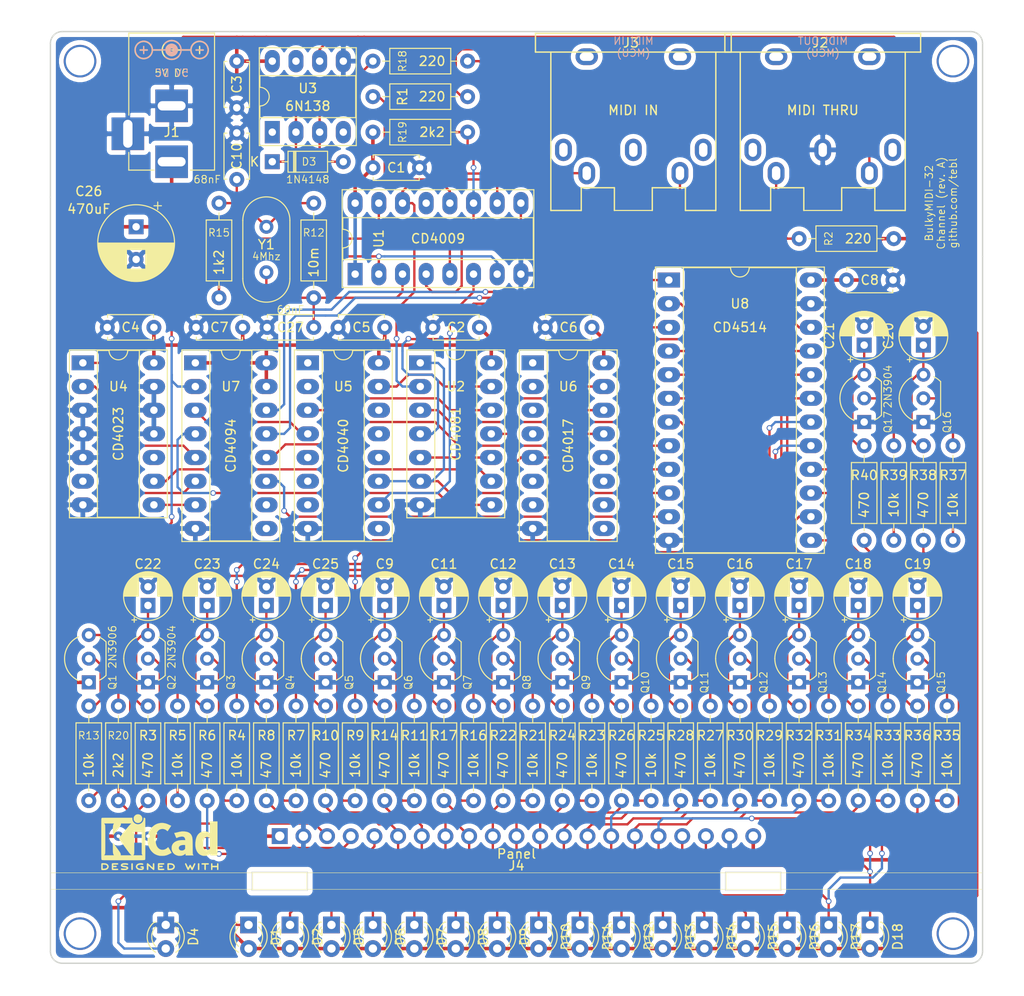
<source format=kicad_pcb>
(kicad_pcb (version 20171130) (host pcbnew "(5.1.8)-1")
  (layers (0 F.Cu signal) (31 B.Cu signal) (34 B.Paste user) (35 F.Paste user) (36 B.SilkS user) (37 F.SilkS user) (38 B.Mask user) (39 F.Mask user) (44 Edge.Cuts user))
  (net 0 "")
  (net 1 GND)
  (net 2 +5V)
  (net 3 "Net-(J2-Pad5)")
  (net 4 "Net-(J2-Pad4)")
  (net 5 "Net-(D3-Pad1)")
  (net 6 "Net-(D3-Pad2)")
  (net 7 "Net-(J3-Pad4)")
  (net 8 "Net-(R19-Pad2)")
  (net 9 "Net-(C9-Pad1)")
  (net 10 "Net-(C10-Pad2)")
  (net 11 "Net-(C11-Pad1)")
  (net 12 "Net-(C12-Pad1)")
  (net 13 "Net-(C13-Pad1)")
  (net 14 "Net-(C14-Pad1)")
  (net 15 "Net-(C15-Pad1)")
  (net 16 "Net-(C16-Pad1)")
  (net 17 "Net-(C17-Pad1)")
  (net 18 "Net-(C18-Pad1)")
  (net 19 "Net-(C19-Pad1)")
  (net 20 "Net-(C20-Pad1)")
  (net 21 "Net-(C21-Pad1)")
  (net 22 "Net-(C22-Pad1)")
  (net 23 "Net-(C23-Pad1)")
  (net 24 "Net-(C24-Pad1)")
  (net 25 "Net-(C25-Pad1)")
  (net 26 "Net-(C27-Pad1)")
  (net 27 /CH1)
  (net 28 /CH2)
  (net 29 /ACT)
  (net 30 /CH3)
  (net 31 /CH4)
  (net 32 /CH5)
  (net 33 /CH6)
  (net 34 /CH7)
  (net 35 /CH8)
  (net 36 /CH9)
  (net 37 /CH10)
  (net 38 /CH11)
  (net 39 /CH12)
  (net 40 /CH13)
  (net 41 /CH14)
  (net 42 /CH15)
  (net 43 /CH16)
  (net 44 "Net-(Q1-Pad2)")
  (net 45 "Net-(Q1-Pad3)")
  (net 46 "Net-(Q2-Pad2)")
  (net 47 "Net-(Q3-Pad2)")
  (net 48 "Net-(Q4-Pad2)")
  (net 49 "Net-(Q5-Pad2)")
  (net 50 "Net-(Q6-Pad2)")
  (net 51 "Net-(Q7-Pad2)")
  (net 52 "Net-(Q8-Pad2)")
  (net 53 "Net-(Q9-Pad2)")
  (net 54 "Net-(Q10-Pad2)")
  (net 55 "Net-(Q11-Pad2)")
  (net 56 "Net-(Q12-Pad2)")
  (net 57 "Net-(Q13-Pad2)")
  (net 58 "Net-(Q14-Pad2)")
  (net 59 "Net-(Q15-Pad2)")
  (net 60 "Net-(Q16-Pad2)")
  (net 61 "Net-(Q17-Pad2)")
  (net 62 "Net-(R1-Pad2)")
  (net 63 /C1)
  (net 64 /C0)
  (net 65 /C2)
  (net 66 /C3)
  (net 67 /C4)
  (net 68 "Net-(R13-Pad1)")
  (net 69 "Net-(R15-Pad2)")
  (net 70 /C5)
  (net 71 /C6)
  (net 72 /C7)
  (net 73 /C8)
  (net 74 /C9)
  (net 75 /C10)
  (net 76 /C11)
  (net 77 /C12)
  (net 78 /C13)
  (net 79 /C14)
  (net 80 /C15)
  (net 81 "Net-(U1-Pad4)")
  (net 82 "Net-(U1-Pad12)")
  (net 83 "Net-(U1-Pad6)")
  (net 84 "Net-(U2-Pad1)")
  (net 85 "Net-(U2-Pad8)")
  (net 86 "Net-(U2-Pad9)")
  (net 87 "Net-(U2-Pad3)")
  (net 88 "Net-(U2-Pad10)")
  (net 89 "Net-(U2-Pad4)")
  (net 90 "Net-(U2-Pad11)")
  (net 91 "Net-(U2-Pad12)")
  (net 92 "Net-(U2-Pad13)")
  (net 93 "Net-(U4-Pad2)")
  (net 94 "Net-(U4-Pad8)")
  (net 95 "Net-(U4-Pad1)")
  (net 96 "Net-(U5-Pad4)")
  (net 97 "Net-(U7-Pad11)")
  (net 98 "Net-(U7-Pad12)")
  (net 99 "Net-(U7-Pad13)")
  (net 100 "Net-(U7-Pad14)")
  (module BulkyMIDI-32:Channel_Panel (layer F.Cu) (at 120.18 140.97)
    (fp_text reference J4 (at 0 3.175 180) (layer F.SilkS))
    (fp_text value Panel (at 0 1.905) (layer F.SilkS))
    (pad 4 thru_hole oval (at -17.78 0) (size 1.7 1.7) (drill 1) (layers *.Cu *.Mask) (net 27 /CH1))
    (pad 3 thru_hole oval (at -20.32 0) (size 1.7 1.7) (drill 1) (layers *.Cu *.Mask) (net 29 /ACT))
    (pad 2 thru_hole oval (at -22.86 0) (size 1.7 1.7) (drill 1) (layers *.Cu *.Mask) (net 1 GND))
    (pad 1 thru_hole rect (at -25.4 0) (size 1.7 1.7) (drill 1) (layers *.Cu *.Mask) (net 2 +5V))
    (pad 5 thru_hole oval (at -15.24 0) (size 1.7 1.7) (drill 1) (layers *.Cu *.Mask) (net 28 /CH2))
    (pad 6 thru_hole oval (at -12.7 0) (size 1.7 1.7) (drill 1) (layers *.Cu *.Mask) (net 30 /CH3))
    (pad 7 thru_hole oval (at -10.16 0) (size 1.7 1.7) (drill 1) (layers *.Cu *.Mask) (net 31 /CH4))
    (pad 8 thru_hole oval (at -7.62 0) (size 1.7 1.7) (drill 1) (layers *.Cu *.Mask) (net 32 /CH5))
    (pad 9 thru_hole oval (at -5.08 0) (size 1.7 1.7) (drill 1) (layers *.Cu *.Mask) (net 33 /CH6))
    (pad 10 thru_hole oval (at -2.54 0) (size 1.7 1.7) (drill 1) (layers *.Cu *.Mask) (net 34 /CH7))
    (pad 11 thru_hole oval (at 0 0) (size 1.7 1.7) (drill 1) (layers *.Cu *.Mask) (net 35 /CH8))
    (pad 12 thru_hole oval (at 2.54 0) (size 1.7 1.7) (drill 1) (layers *.Cu *.Mask) (net 36 /CH9))
    (pad 13 thru_hole oval (at 5.08 0) (size 1.7 1.7) (drill 1) (layers *.Cu *.Mask) (net 37 /CH10))
    (pad 14 thru_hole oval (at 7.62 0) (size 1.7 1.7) (drill 1) (layers *.Cu *.Mask) (net 38 /CH11))
    (pad 15 thru_hole oval (at 10.16 0) (size 1.7 1.7) (drill 1) (layers *.Cu *.Mask) (net 39 /CH12))
    (pad 16 thru_hole oval (at 12.7 0) (size 1.7 1.7) (drill 1) (layers *.Cu *.Mask) (net 40 /CH13))
    (pad 17 thru_hole oval (at 15.24 0) (size 1.7 1.7) (drill 1) (layers *.Cu *.Mask) (net 41 /CH14))
    (pad 18 thru_hole oval (at 17.78 0) (size 1.7 1.7) (drill 1) (layers *.Cu *.Mask) (net 42 /CH15))
    (pad 19 thru_hole oval (at 20.32 0) (size 1.7 1.7) (drill 1) (layers *.Cu *.Mask) (net 43 /CH16))
    (pad 20 thru_hole oval (at 22.86 0) (size 1.7 1.7) (drill 1) (layers *.Cu *.Mask) (net 1 GND))
    (pad 21 thru_hole oval (at 25.4 0) (size 1.7 1.7) (drill 1) (layers *.Cu *.Mask) (net 2 +5V))
  )
  (module Capacitor_THT:C_Disc_D4.7mm_W2.5mm_P5.00mm (layer F.Cu) (at 104.775 69.215)
    (fp_text reference C1 (at 2.5 0) (layer F.SilkS))
    (fp_text value 100nF)
    (pad 1 thru_hole circle (at 0 0) (size 1.6 1.6) (drill 0.8) (layers *.Cu *.Mask) (net 2 +5V))
    (pad 2 thru_hole circle (at 5 0) (size 1.6 1.6) (drill 0.8) (layers *.Cu *.Mask) (net 1 GND))
  )
  (module BulkyMIDI-32:DIN5_MIDI (layer F.Cu) (at 132.715 67.31 180)
    (fp_text reference J3 (at 0.25 11.5 180) (layer F.SilkS))
    (fp_text value "MIDI IN" (at 0 4.25 180) (layer F.SilkS))
    (pad 2 thru_hole oval (at 0 0 180) (size 1.8 2.4) (drill oval 0.9 1.5) (layers *.Cu *.Mask))
    (pad "" np_thru_hole oval (at 5 10 180) (size 2.4 1.8) (drill oval 1.5 0.9) (layers *.Cu *.Mask))
    (pad "" np_thru_hole oval (at -5 10 180) (size 2.4 1.8) (drill oval 1.5 0.9) (layers *.Cu *.Mask))
    (pad 1 thru_hole oval (at 7.5 0 180) (size 1.8 2.4) (drill oval 0.9 1.5) (layers *.Cu *.Mask))
    (pad 3 thru_hole oval (at -7.5 0 180) (size 1.8 2.4) (drill oval 0.9 1.5) (layers *.Cu *.Mask))
    (pad 4 thru_hole oval (at 5 -2.5 180) (size 1.8 2.4) (drill oval 0.9 1.5) (layers *.Cu *.Mask) (net 7 "Net-(J3-Pad4)"))
    (pad 5 thru_hole oval (at -5 -2.5 180) (size 1.8 2.4) (drill oval 0.9 1.5) (layers *.Cu *.Mask) (net 6 "Net-(D3-Pad2)"))
  )
  (module BulkyMIDI-32:DIN5_MIDI (layer F.Cu) (at 153.035 67.31 180)
    (fp_text reference J2 (at 0.25 11.5 180) (layer F.SilkS))
    (fp_text value "MIDI THRU" (at 0 4.25 180) (layer F.SilkS))
    (pad 2 thru_hole oval (at 0 0 180) (size 1.8 2.4) (drill oval 0.9 1.5) (layers *.Cu *.Mask) (net 1 GND))
    (pad "" np_thru_hole oval (at 5 10 180) (size 2.4 1.8) (drill oval 1.5 0.9) (layers *.Cu *.Mask))
    (pad "" np_thru_hole oval (at -5 10 180) (size 2.4 1.8) (drill oval 1.5 0.9) (layers *.Cu *.Mask))
    (pad 1 thru_hole oval (at 7.5 0 180) (size 1.8 2.4) (drill oval 0.9 1.5) (layers *.Cu *.Mask))
    (pad 3 thru_hole oval (at -7.5 0 180) (size 1.8 2.4) (drill oval 0.9 1.5) (layers *.Cu *.Mask))
    (pad 4 thru_hole oval (at 5 -2.5 180) (size 1.8 2.4) (drill oval 0.9 1.5) (layers *.Cu *.Mask) (net 4 "Net-(J2-Pad4)"))
    (pad 5 thru_hole oval (at -5 -2.5 180) (size 1.8 2.4) (drill oval 0.9 1.5) (layers *.Cu *.Mask) (net 3 "Net-(J2-Pad5)"))
  )
  (module BulkyMIDI-32:PWR_Specification (layer F.Cu) (at 83.185 56.515)
    (fp_text reference SYM1 hide)
    (fp_text value DC_5V)
    (fp_text user + (at -3 0 180) (layer B.SilkS))
    (fp_text user - (at 3 0 180) (layer B.SilkS))
    (fp_text user - (at -3 0) (layer F.SilkS))
    (fp_text user + (at 3 0) (layer F.SilkS))
  )
  (module mounting:M3 (layer F.Cu) (at 73.355 151.435)
    (fp_text reference M1 hide)
    (fp_text value Mounting hide)
    (pad "" np_thru_hole circle (at 0 0) (size 3.5 3.5) (drill 3.048) (layers *.Cu *.Mask))
  )
  (module mounting:M3 (layer F.Cu) (at 167.005 57.785)
    (fp_text reference M3 hide)
    (fp_text value Mounting hide)
    (pad "" np_thru_hole circle (at 0 0) (size 3.5 3.5) (drill 3.048) (layers *.Cu *.Mask))
  )
  (module mounting:M3 (layer F.Cu) (at 73.355 57.785)
    (fp_text reference M4 hide)
    (fp_text value Mounting hide)
    (pad "" np_thru_hole circle (at 0 0) (size 3.5 3.5) (drill 3.048) (layers *.Cu *.Mask))
  )
  (module Symbols:KiCad-Logo2_6mm_SilkScreen (layer F.Cu) (at 81.915 141.605)
    (fp_text reference REF*** hide)
    (fp_text value KiCad-Logo2_6mm_SilkScreen hide)
  )
  (module Connectors:BARREL_JACK (layer F.Cu) (at 83.185 68.58 270)
    (fp_text reference J1 (at -3.175 0) (layer F.SilkS))
    (fp_text value "DC IN")
    (pad 3 thru_hole rect (at -3 4.7 270) (size 3.5 3.5) (drill oval 3 1) (layers *.Cu *.Mask) (net 1 GND))
    (pad 2 thru_hole rect (at -6 0 270) (size 3.5 3.5) (drill oval 1 3) (layers *.Cu *.Mask) (net 1 GND))
    (pad 1 thru_hole rect (at 0 0 270) (size 3.5 3.5) (drill oval 1 3) (layers *.Cu *.Mask) (net 2 +5V))
  )
  (module Capacitor_THT:CP_Radial_D8.0mm_P3.50mm (layer F.Cu) (at 79.375 75.565 270)
    (fp_text reference C26 (at -3.81 5.08 180) (layer F.SilkS))
    (fp_text value 470uF (at -1.905 5.08 180) (layer F.SilkS))
    (pad 1 thru_hole rect (at 0 0 270) (size 1.6 1.6) (drill 0.8) (layers *.Cu *.Mask) (net 2 +5V))
    (pad 2 thru_hole circle (at 3.5 0 270) (size 1.6 1.6) (drill 0.8) (layers *.Cu *.Mask) (net 1 GND))
  )
  (module Resistor_THT:R_Axial_DIN0207_L6.3mm_D2.5mm_P10.16mm_Horizontal (layer F.Cu) (at 160.655 76.835 180)
    (fp_text reference R2 (at 6.985 0 90) (layer F.SilkS) (effects (font (size 0.8 0.8) (thickness 0.1))))
    (fp_text value 220 (at 3.81 0) (layer F.SilkS))
    (pad 1 thru_hole circle (at 0 0 180) (size 1.6 1.6) (drill 0.8) (layers *.Cu *.Mask) (net 2 +5V))
    (pad 2 thru_hole oval (at 10.16 0 180) (size 1.6 1.6) (drill 0.8) (layers *.Cu *.Mask) (net 4 "Net-(J2-Pad4)"))
  )
  (module Resistor_THT:R_Axial_DIN0207_L6.3mm_D2.5mm_P10.16mm_Horizontal (layer F.Cu) (at 114.935 61.595 180)
    (fp_text reference R1 (at 6.985 0 270) (layer F.SilkS))
    (fp_text value 220 (at 3.81 0) (layer F.SilkS))
    (pad 1 thru_hole circle (at 0 0 180) (size 1.6 1.6) (drill 0.8) (layers *.Cu *.Mask) (net 3 "Net-(J2-Pad5)"))
    (pad 2 thru_hole oval (at 10.16 0 180) (size 1.6 1.6) (drill 0.8) (layers *.Cu *.Mask) (net 62 "Net-(R1-Pad2)"))
  )
  (module Resistor_THT:R_Axial_DIN0207_L6.3mm_D2.5mm_P10.16mm_Horizontal (layer F.Cu) (at 88.265 73.025 270)
    (fp_text reference R15 (at 3.175 0) (layer F.SilkS) (effects (font (size 0.8 0.8) (thickness 0.1))))
    (fp_text value 1k2 (at 6.35 0 90) (layer F.SilkS))
    (pad 2 thru_hole oval (at 10.16 0 270) (size 1.6 1.6) (drill 0.8) (layers *.Cu *.Mask) (net 69 "Net-(R15-Pad2)"))
    (pad 1 thru_hole circle (at 0 0 270) (size 1.6 1.6) (drill 0.8) (layers *.Cu *.Mask) (net 10 "Net-(C10-Pad2)"))
  )
  (module Resistor_THT:R_Axial_DIN0207_L6.3mm_D2.5mm_P10.16mm_Horizontal (layer F.Cu) (at 83.82 137.16 90)
    (fp_text reference R5 (at 6.985 0) (layer F.SilkS))
    (fp_text value 10k (at 3.81 0 90) (layer F.SilkS))
    (pad 1 thru_hole circle (at 0 0 90) (size 1.6 1.6) (drill 0.8) (layers *.Cu *.Mask) (net 46 "Net-(Q2-Pad2)"))
    (pad 2 thru_hole oval (at 10.16 0 90) (size 1.6 1.6) (drill 0.8) (layers *.Cu *.Mask) (net 64 /C0))
  )
  (module Diode_THT:D_DO-35_SOD27_P7.62mm_Horizontal (layer F.Cu) (at 93.98 68.58)
    (fp_text reference D3 (at 3.937 0) (layer F.SilkS) (effects (font (size 0.8 0.8) (thickness 0.1))))
    (fp_text value 1N4148 (at 3.81 1.905) (layer F.SilkS) (effects (font (size 0.8 0.8) (thickness 0.1))))
    (fp_text user K (at -1.905 0) (layer F.SilkS))
    (pad 1 thru_hole rect (at 0 0) (size 1.6 1.6) (drill 0.8) (layers *.Cu *.Mask) (net 5 "Net-(D3-Pad1)"))
    (pad 2 thru_hole oval (at 7.62 0) (size 1.6 1.6) (drill 0.8) (layers *.Cu *.Mask) (net 6 "Net-(D3-Pad2)"))
  )
  (module mounting:M3 (layer F.Cu) (at 167.005 151.435)
    (fp_text reference M2 hide)
    (fp_text value Mounting hide)
    (pad "" np_thru_hole circle (at 0 0) (size 3.5 3.5) (drill 3.048) (layers *.Cu *.Mask))
  )
  (module Resistor_THT:R_Axial_DIN0207_L6.3mm_D2.5mm_P10.16mm_Horizontal (layer F.Cu) (at 104.775 57.785)
    (fp_text reference R18 (at 3.175 0 90) (layer F.SilkS) (effects (font (size 0.8 0.8) (thickness 0.1))))
    (fp_text value 220 (at 6.35 0) (layer F.SilkS))
    (pad 1 thru_hole circle (at 0 0) (size 1.6 1.6) (drill 0.8) (layers *.Cu *.Mask) (net 5 "Net-(D3-Pad1)"))
    (pad 2 thru_hole oval (at 10.16 0) (size 1.6 1.6) (drill 0.8) (layers *.Cu *.Mask) (net 7 "Net-(J3-Pad4)"))
  )
  (module Resistor_THT:R_Axial_DIN0207_L6.3mm_D2.5mm_P10.16mm_Horizontal (layer F.Cu) (at 104.775 65.405)
    (fp_text reference R19 (at 3.175 0 90) (layer F.SilkS) (effects (font (size 0.8 0.8) (thickness 0.1))))
    (fp_text value 2k2 (at 6.35 0) (layer F.SilkS))
    (pad 2 thru_hole oval (at 10.16 0) (size 1.6 1.6) (drill 0.8) (layers *.Cu *.Mask) (net 8 "Net-(R19-Pad2)"))
    (pad 1 thru_hole circle (at 0 0) (size 1.6 1.6) (drill 0.8) (layers *.Cu *.Mask) (net 2 +5V))
  )
  (module Package_DIP:DIP-8_W7.62mm_Socket_LongPads (layer F.Cu) (at 93.98 65.405 90)
    (fp_text reference U3 (at 4.699 3.81 180) (layer F.SilkS))
    (fp_text value 6N138 (at 2.794 3.81 180) (layer F.SilkS))
    (pad 1 thru_hole rect (at 0 0 90) (size 2.4 1.6) (drill 0.8) (layers *.Cu *.Mask))
    (pad 5 thru_hole oval (at 7.62 7.62 90) (size 2.4 1.6) (drill 0.8) (layers *.Cu *.Mask) (net 1 GND))
    (pad 2 thru_hole oval (at 0 2.54 90) (size 2.4 1.6) (drill 0.8) (layers *.Cu *.Mask) (net 5 "Net-(D3-Pad1)"))
    (pad 6 thru_hole oval (at 7.62 5.08 90) (size 2.4 1.6) (drill 0.8) (layers *.Cu *.Mask) (net 8 "Net-(R19-Pad2)"))
    (pad 3 thru_hole oval (at 0 5.08 90) (size 2.4 1.6) (drill 0.8) (layers *.Cu *.Mask) (net 6 "Net-(D3-Pad2)"))
    (pad 7 thru_hole oval (at 7.62 2.54 90) (size 2.4 1.6) (drill 0.8) (layers *.Cu *.Mask))
    (pad 4 thru_hole oval (at 0 7.62 90) (size 2.4 1.6) (drill 0.8) (layers *.Cu *.Mask))
    (pad 8 thru_hole oval (at 7.62 0 90) (size 2.4 1.6) (drill 0.8) (layers *.Cu *.Mask) (net 2 +5V))
  )
  (module Capacitor_THT:C_Disc_D4.7mm_W2.5mm_P5.00mm (layer F.Cu) (at 90.805 86.36 180)
    (fp_text reference C7 (at 2.5 0) (layer F.SilkS))
    (fp_text value 100nF)
    (pad 1 thru_hole circle (at 0 0 180) (size 1.6 1.6) (drill 0.8) (layers *.Cu *.Mask) (net 2 +5V))
    (pad 2 thru_hole circle (at 5 0 180) (size 1.6 1.6) (drill 0.8) (layers *.Cu *.Mask) (net 1 GND))
  )
  (module Resistor_THT:R_Axial_DIN0207_L6.3mm_D2.5mm_P10.16mm_Horizontal (layer F.Cu) (at 77.47 137.16 90)
    (fp_text reference R20 (at 6.985 0 180) (layer F.SilkS) (effects (font (size 0.8 0.8) (thickness 0.1))))
    (fp_text value 2k2 (at 3.81 0 90) (layer F.SilkS))
    (pad 1 thru_hole circle (at 0 0 90) (size 1.6 1.6) (drill 0.8) (layers *.Cu *.Mask) (net 29 /ACT))
    (pad 2 thru_hole oval (at 10.16 0 90) (size 1.6 1.6) (drill 0.8) (layers *.Cu *.Mask) (net 45 "Net-(Q1-Pad3)"))
  )
  (module Package_TO_SOT_THT:TO-92_Inline_Wide (layer F.Cu) (at 74.295 124.46 90)
    (fp_text reference Q1 (at 0 2.54 90) (layer F.SilkS) (effects (font (size 0.8 0.8) (thickness 0.1))))
    (fp_text value 2N3906 (at 3.81 2.54 270) (layer F.SilkS) (effects (font (size 0.8 0.8) (thickness 0.1))))
    (pad 2 thru_hole circle (at 2.54 0 90) (size 1.5 1.5) (drill 0.8) (layers *.Cu *.Mask) (net 44 "Net-(Q1-Pad2)"))
    (pad 3 thru_hole circle (at 5.08 0 90) (size 1.5 1.5) (drill 0.8) (layers *.Cu *.Mask) (net 45 "Net-(Q1-Pad3)"))
    (pad 1 thru_hole rect (at 0 0 90) (size 1.5 1.5) (drill 0.8) (layers *.Cu *.Mask) (net 2 +5V))
  )
  (module Resistor_THT:R_Axial_DIN0207_L6.3mm_D2.5mm_P10.16mm_Horizontal (layer F.Cu) (at 98.425 83.185 90)
    (fp_text reference R12 (at 6.985 0) (layer F.SilkS) (effects (font (size 0.8 0.8) (thickness 0.1))))
    (fp_text value 10m (at 3.81 0 90) (layer F.SilkS))
    (pad 1 thru_hole circle (at 0 0 90) (size 1.6 1.6) (drill 0.8) (layers *.Cu *.Mask) (net 26 "Net-(C27-Pad1)"))
    (pad 2 thru_hole oval (at 10.16 0 90) (size 1.6 1.6) (drill 0.8) (layers *.Cu *.Mask) (net 10 "Net-(C10-Pad2)"))
  )
  (module Resistor_THT:R_Axial_DIN0207_L6.3mm_D2.5mm_P10.16mm_Horizontal (layer F.Cu) (at 74.295 137.16 90)
    (fp_text reference R13 (at 6.985 0) (layer F.SilkS) (effects (font (size 0.8 0.8) (thickness 0.1))))
    (fp_text value 10k (at 3.81 0 90) (layer F.SilkS))
    (pad 2 thru_hole oval (at 10.16 0 90) (size 1.6 1.6) (drill 0.8) (layers *.Cu *.Mask) (net 44 "Net-(Q1-Pad2)"))
    (pad 1 thru_hole circle (at 0 0 90) (size 1.6 1.6) (drill 0.8) (layers *.Cu *.Mask) (net 68 "Net-(R13-Pad1)"))
  )
  (module Capacitor_THT:C_Disc_D4.7mm_W2.5mm_P5.00mm (layer F.Cu) (at 116.205 86.36 180)
    (fp_text reference C2 (at 2.5 0) (layer F.SilkS))
    (fp_text value 100nF)
    (pad 1 thru_hole circle (at 0 0 180) (size 1.6 1.6) (drill 0.8) (layers *.Cu *.Mask) (net 2 +5V))
    (pad 2 thru_hole circle (at 5 0 180) (size 1.6 1.6) (drill 0.8) (layers *.Cu *.Mask) (net 1 GND))
  )
  (module Capacitor_THT:C_Disc_D4.7mm_W2.5mm_P5.00mm (layer F.Cu) (at 90.17 57.785 270)
    (fp_text reference C3 (at 2.5 0 90) (layer F.SilkS))
    (fp_text value 100nF)
    (pad 1 thru_hole circle (at 0 0 270) (size 1.6 1.6) (drill 0.8) (layers *.Cu *.Mask) (net 2 +5V))
    (pad 2 thru_hole circle (at 5 0 270) (size 1.6 1.6) (drill 0.8) (layers *.Cu *.Mask) (net 1 GND))
  )
  (module Capacitor_THT:C_Disc_D4.7mm_W2.5mm_P5.00mm (layer F.Cu) (at 81.28 86.36 180)
    (fp_text reference C4 (at 2.5 0) (layer F.SilkS))
    (fp_text value 100nF)
    (pad 2 thru_hole circle (at 5 0 180) (size 1.6 1.6) (drill 0.8) (layers *.Cu *.Mask) (net 1 GND))
    (pad 1 thru_hole circle (at 0 0 180) (size 1.6 1.6) (drill 0.8) (layers *.Cu *.Mask) (net 2 +5V))
  )
  (module Capacitor_THT:C_Disc_D4.7mm_W2.5mm_P5.00mm (layer F.Cu) (at 106.045 86.36 180)
    (fp_text reference C5 (at 2.5 0) (layer F.SilkS))
    (fp_text value 100nF)
    (pad 1 thru_hole circle (at 0 0 180) (size 1.6 1.6) (drill 0.8) (layers *.Cu *.Mask) (net 2 +5V))
    (pad 2 thru_hole circle (at 5 0 180) (size 1.6 1.6) (drill 0.8) (layers *.Cu *.Mask) (net 1 GND))
  )
  (module Capacitor_THT:C_Disc_D4.7mm_W2.5mm_P5.00mm (layer F.Cu) (at 128.27 86.36 180)
    (fp_text reference C6 (at 2.5 0) (layer F.SilkS))
    (fp_text value 100nF)
    (pad 1 thru_hole circle (at 0 0 180) (size 1.6 1.6) (drill 0.8) (layers *.Cu *.Mask) (net 2 +5V))
    (pad 2 thru_hole circle (at 5 0 180) (size 1.6 1.6) (drill 0.8) (layers *.Cu *.Mask) (net 1 GND))
  )
  (module Capacitor_THT:C_Disc_D4.7mm_W2.5mm_P5.00mm (layer F.Cu) (at 155.575 81.28)
    (fp_text reference C8 (at 2.5 0) (layer F.SilkS))
    (fp_text value 100nF)
    (pad 2 thru_hole circle (at 5 0) (size 1.6 1.6) (drill 0.8) (layers *.Cu *.Mask) (net 1 GND))
    (pad 1 thru_hole circle (at 0 0) (size 1.6 1.6) (drill 0.8) (layers *.Cu *.Mask) (net 2 +5V))
  )
  (module Capacitor_THT:CP_Radial_D5.0mm_P2.00mm (layer F.Cu) (at 106.045 116.205 90)
    (fp_text reference C9 (at 4.445 0 180) (layer F.SilkS))
    (fp_text value 22uF)
    (pad 1 thru_hole rect (at 0 0 90) (size 1.6 1.6) (drill 0.8) (layers *.Cu *.Mask) (net 9 "Net-(C9-Pad1)"))
    (pad 2 thru_hole circle (at 2 0 90) (size 1.6 1.6) (drill 0.8) (layers *.Cu *.Mask) (net 1 GND))
  )
  (module Capacitor_THT:C_Disc_D4.7mm_W2.5mm_P5.00mm (layer F.Cu) (at 90.17 65.485 270)
    (fp_text reference C10 (at 2.5 0 90) (layer F.SilkS))
    (fp_text value 68nF (at 5 3.175 180) (layer F.SilkS) (effects (font (size 0.8 0.8) (thickness 0.1))))
    (pad 2 thru_hole circle (at 5 0 270) (size 1.6 1.6) (drill 0.8) (layers *.Cu *.Mask) (net 10 "Net-(C10-Pad2)"))
    (pad 1 thru_hole circle (at 0 0 270) (size 1.6 1.6) (drill 0.8) (layers *.Cu *.Mask) (net 1 GND))
  )
  (module Capacitor_THT:CP_Radial_D5.0mm_P2.00mm (layer F.Cu) (at 112.395 116.205 90)
    (fp_text reference C11 (at 4.445 0 180) (layer F.SilkS))
    (fp_text value 22uF)
    (pad 1 thru_hole rect (at 0 0 90) (size 1.6 1.6) (drill 0.8) (layers *.Cu *.Mask) (net 11 "Net-(C11-Pad1)"))
    (pad 2 thru_hole circle (at 2 0 90) (size 1.6 1.6) (drill 0.8) (layers *.Cu *.Mask) (net 1 GND))
  )
  (module Capacitor_THT:CP_Radial_D5.0mm_P2.00mm (layer F.Cu) (at 118.745 116.205 90)
    (fp_text reference C12 (at 4.445 0 180) (layer F.SilkS))
    (fp_text value 22uF)
    (pad 2 thru_hole circle (at 2 0 90) (size 1.6 1.6) (drill 0.8) (layers *.Cu *.Mask) (net 1 GND))
    (pad 1 thru_hole rect (at 0 0 90) (size 1.6 1.6) (drill 0.8) (layers *.Cu *.Mask) (net 12 "Net-(C12-Pad1)"))
  )
  (module Capacitor_THT:CP_Radial_D5.0mm_P2.00mm (layer F.Cu) (at 125.095 116.205 90)
    (fp_text reference C13 (at 4.445 0 180) (layer F.SilkS))
    (fp_text value 22uF)
    (pad 1 thru_hole rect (at 0 0 90) (size 1.6 1.6) (drill 0.8) (layers *.Cu *.Mask) (net 13 "Net-(C13-Pad1)"))
    (pad 2 thru_hole circle (at 2 0 90) (size 1.6 1.6) (drill 0.8) (layers *.Cu *.Mask) (net 1 GND))
  )
  (module Capacitor_THT:CP_Radial_D5.0mm_P2.00mm (layer F.Cu) (at 131.445 116.205 90)
    (fp_text reference C14 (at 4.445 0 180) (layer F.SilkS))
    (fp_text value 22uF)
    (pad 2 thru_hole circle (at 2 0 90) (size 1.6 1.6) (drill 0.8) (layers *.Cu *.Mask) (net 1 GND))
    (pad 1 thru_hole rect (at 0 0 90) (size 1.6 1.6) (drill 0.8) (layers *.Cu *.Mask) (net 14 "Net-(C14-Pad1)"))
  )
  (module Capacitor_THT:CP_Radial_D5.0mm_P2.00mm (layer F.Cu) (at 137.795 116.205 90)
    (fp_text reference C15 (at 4.445 0 180) (layer F.SilkS))
    (fp_text value 22uF)
    (pad 1 thru_hole rect (at 0 0 90) (size 1.6 1.6) (drill 0.8) (layers *.Cu *.Mask) (net 15 "Net-(C15-Pad1)"))
    (pad 2 thru_hole circle (at 2 0 90) (size 1.6 1.6) (drill 0.8) (layers *.Cu *.Mask) (net 1 GND))
  )
  (module Capacitor_THT:CP_Radial_D5.0mm_P2.00mm (layer F.Cu) (at 144.145 116.205 90)
    (fp_text reference C16 (at 4.445 0 180) (layer F.SilkS))
    (fp_text value 22uF)
    (pad 2 thru_hole circle (at 2 0 90) (size 1.6 1.6) (drill 0.8) (layers *.Cu *.Mask) (net 1 GND))
    (pad 1 thru_hole rect (at 0 0 90) (size 1.6 1.6) (drill 0.8) (layers *.Cu *.Mask) (net 16 "Net-(C16-Pad1)"))
  )
  (module Capacitor_THT:CP_Radial_D5.0mm_P2.00mm (layer F.Cu) (at 150.495 116.205 90)
    (fp_text reference C17 (at 4.445 0 180) (layer F.SilkS))
    (fp_text value 22uF)
    (pad 2 thru_hole circle (at 2 0 90) (size 1.6 1.6) (drill 0.8) (layers *.Cu *.Mask) (net 1 GND))
    (pad 1 thru_hole rect (at 0 0 90) (size 1.6 1.6) (drill 0.8) (layers *.Cu *.Mask) (net 17 "Net-(C17-Pad1)"))
  )
  (module Capacitor_THT:CP_Radial_D5.0mm_P2.00mm (layer F.Cu) (at 156.845 116.205 90)
    (fp_text reference C18 (at 4.445 0 180) (layer F.SilkS))
    (fp_text value 22uF)
    (pad 2 thru_hole circle (at 2 0 90) (size 1.6 1.6) (drill 0.8) (layers *.Cu *.Mask) (net 1 GND))
    (pad 1 thru_hole rect (at 0 0 90) (size 1.6 1.6) (drill 0.8) (layers *.Cu *.Mask) (net 18 "Net-(C18-Pad1)"))
  )
  (module Capacitor_THT:CP_Radial_D5.0mm_P2.00mm (layer F.Cu) (at 163.195 116.205 90)
    (fp_text reference C19 (at 4.445 0 180) (layer F.SilkS))
    (fp_text value 22uF)
    (pad 1 thru_hole rect (at 0 0 90) (size 1.6 1.6) (drill 0.8) (layers *.Cu *.Mask) (net 19 "Net-(C19-Pad1)"))
    (pad 2 thru_hole circle (at 2 0 90) (size 1.6 1.6) (drill 0.8) (layers *.Cu *.Mask) (net 1 GND))
  )
  (module Capacitor_THT:CP_Radial_D5.0mm_P2.00mm (layer F.Cu) (at 163.83 88.265 90)
    (fp_text reference C20 (at 1 -3.75 90) (layer F.SilkS))
    (fp_text value 22uF)
    (pad 2 thru_hole circle (at 2 0 90) (size 1.6 1.6) (drill 0.8) (layers *.Cu *.Mask) (net 1 GND))
    (pad 1 thru_hole rect (at 0 0 90) (size 1.6 1.6) (drill 0.8) (layers *.Cu *.Mask) (net 20 "Net-(C20-Pad1)"))
  )
  (module Capacitor_THT:CP_Radial_D5.0mm_P2.00mm (layer F.Cu) (at 157.48 88.265 90)
    (fp_text reference C21 (at 1 -3.75 90) (layer F.SilkS))
    (fp_text value 22uF)
    (pad 1 thru_hole rect (at 0 0 90) (size 1.6 1.6) (drill 0.8) (layers *.Cu *.Mask) (net 21 "Net-(C21-Pad1)"))
    (pad 2 thru_hole circle (at 2 0 90) (size 1.6 1.6) (drill 0.8) (layers *.Cu *.Mask) (net 1 GND))
  )
  (module Capacitor_THT:CP_Radial_D5.0mm_P2.00mm (layer F.Cu) (at 80.645 116.205 90)
    (fp_text reference C22 (at 4.445 0 180) (layer F.SilkS))
    (fp_text value 22uF)
    (pad 1 thru_hole rect (at 0 0 90) (size 1.6 1.6) (drill 0.8) (layers *.Cu *.Mask) (net 22 "Net-(C22-Pad1)"))
    (pad 2 thru_hole circle (at 2 0 90) (size 1.6 1.6) (drill 0.8) (layers *.Cu *.Mask) (net 1 GND))
  )
  (module Capacitor_THT:CP_Radial_D5.0mm_P2.00mm (layer F.Cu) (at 86.995 116.205 90)
    (fp_text reference C23 (at 4.445 0 180) (layer F.SilkS))
    (fp_text value 22uF)
    (pad 2 thru_hole circle (at 2 0 90) (size 1.6 1.6) (drill 0.8) (layers *.Cu *.Mask) (net 1 GND))
    (pad 1 thru_hole rect (at 0 0 90) (size 1.6 1.6) (drill 0.8) (layers *.Cu *.Mask) (net 23 "Net-(C23-Pad1)"))
  )
  (module Capacitor_THT:CP_Radial_D5.0mm_P2.00mm (layer F.Cu) (at 93.345 116.205 90)
    (fp_text reference C24 (at 4.445 0 180) (layer F.SilkS))
    (fp_text value 22uF)
    (pad 1 thru_hole rect (at 0 0 90) (size 1.6 1.6) (drill 0.8) (layers *.Cu *.Mask) (net 24 "Net-(C24-Pad1)"))
    (pad 2 thru_hole circle (at 2 0 90) (size 1.6 1.6) (drill 0.8) (layers *.Cu *.Mask) (net 1 GND))
  )
  (module Capacitor_THT:CP_Radial_D5.0mm_P2.00mm (layer F.Cu) (at 99.695 116.205 90)
    (fp_text reference C25 (at 4.445 0 180) (layer F.SilkS))
    (fp_text value 22uF)
    (pad 2 thru_hole circle (at 2 0 90) (size 1.6 1.6) (drill 0.8) (layers *.Cu *.Mask) (net 1 GND))
    (pad 1 thru_hole rect (at 0 0 90) (size 1.6 1.6) (drill 0.8) (layers *.Cu *.Mask) (net 25 "Net-(C25-Pad1)"))
  )
  (module Capacitor_THT:C_Disc_D4.7mm_W2.5mm_P5.00mm (layer F.Cu) (at 98.425 86.36 180)
    (fp_text reference C27 (at 2.5 0) (layer F.SilkS))
    (fp_text value 68nF (at 2.5 1.905) (layer F.SilkS) (effects (font (size 0.8 0.8) (thickness 0.1))))
    (pad 2 thru_hole circle (at 5 0 180) (size 1.6 1.6) (drill 0.8) (layers *.Cu *.Mask) (net 1 GND))
    (pad 1 thru_hole circle (at 0 0 180) (size 1.6 1.6) (drill 0.8) (layers *.Cu *.Mask) (net 26 "Net-(C27-Pad1)"))
  )
  (module Package_TO_SOT_THT:TO-92_Inline_Wide (layer F.Cu) (at 80.645 124.46 90)
    (fp_text reference Q2 (at 0 2.54 90) (layer F.SilkS) (effects (font (size 0.8 0.8) (thickness 0.1))))
    (fp_text value 2N3904 (at 3.81 2.54 90) (layer F.SilkS) (effects (font (size 0.8 0.8) (thickness 0.1))))
    (pad 2 thru_hole circle (at 2.54 0 90) (size 1.5 1.5) (drill 0.8) (layers *.Cu *.Mask) (net 46 "Net-(Q2-Pad2)"))
    (pad 3 thru_hole circle (at 5.08 0 90) (size 1.5 1.5) (drill 0.8) (layers *.Cu *.Mask) (net 22 "Net-(C22-Pad1)"))
    (pad 1 thru_hole rect (at 0 0 90) (size 1.5 1.5) (drill 0.8) (layers *.Cu *.Mask) (net 1 GND))
  )
  (module Package_TO_SOT_THT:TO-92_Inline_Wide (layer F.Cu) (at 86.995 124.46 90)
    (fp_text reference Q3 (at 0 2.54 90) (layer F.SilkS) (effects (font (size 0.8 0.8) (thickness 0.1))))
    (fp_text value 2N3904)
    (pad 2 thru_hole circle (at 2.54 0 90) (size 1.5 1.5) (drill 0.8) (layers *.Cu *.Mask) (net 47 "Net-(Q3-Pad2)"))
    (pad 3 thru_hole circle (at 5.08 0 90) (size 1.5 1.5) (drill 0.8) (layers *.Cu *.Mask) (net 23 "Net-(C23-Pad1)"))
    (pad 1 thru_hole rect (at 0 0 90) (size 1.5 1.5) (drill 0.8) (layers *.Cu *.Mask) (net 1 GND))
  )
  (module Package_TO_SOT_THT:TO-92_Inline_Wide (layer F.Cu) (at 93.345 124.46 90)
    (fp_text reference Q4 (at 0 2.54 90) (layer F.SilkS) (effects (font (size 0.8 0.8) (thickness 0.1))))
    (fp_text value 2N3904)
    (pad 1 thru_hole rect (at 0 0 90) (size 1.5 1.5) (drill 0.8) (layers *.Cu *.Mask) (net 1 GND))
    (pad 3 thru_hole circle (at 5.08 0 90) (size 1.5 1.5) (drill 0.8) (layers *.Cu *.Mask) (net 24 "Net-(C24-Pad1)"))
    (pad 2 thru_hole circle (at 2.54 0 90) (size 1.5 1.5) (drill 0.8) (layers *.Cu *.Mask) (net 48 "Net-(Q4-Pad2)"))
  )
  (module Package_TO_SOT_THT:TO-92_Inline_Wide (layer F.Cu) (at 99.695 124.46 90)
    (fp_text reference Q5 (at 0 2.54 90) (layer F.SilkS) (effects (font (size 0.8 0.8) (thickness 0.1))))
    (fp_text value 2N3904)
    (pad 2 thru_hole circle (at 2.54 0 90) (size 1.5 1.5) (drill 0.8) (layers *.Cu *.Mask) (net 49 "Net-(Q5-Pad2)"))
    (pad 3 thru_hole circle (at 5.08 0 90) (size 1.5 1.5) (drill 0.8) (layers *.Cu *.Mask) (net 25 "Net-(C25-Pad1)"))
    (pad 1 thru_hole rect (at 0 0 90) (size 1.5 1.5) (drill 0.8) (layers *.Cu *.Mask) (net 1 GND))
  )
  (module Package_TO_SOT_THT:TO-92_Inline_Wide (layer F.Cu) (at 106.045 124.46 90)
    (fp_text reference Q6 (at 0 2.54 90) (layer F.SilkS) (effects (font (size 0.8 0.8) (thickness 0.1))))
    (fp_text value 2N3904)
    (pad 1 thru_hole rect (at 0 0 90) (size 1.5 1.5) (drill 0.8) (layers *.Cu *.Mask) (net 1 GND))
    (pad 3 thru_hole circle (at 5.08 0 90) (size 1.5 1.5) (drill 0.8) (layers *.Cu *.Mask) (net 9 "Net-(C9-Pad1)"))
    (pad 2 thru_hole circle (at 2.54 0 90) (size 1.5 1.5) (drill 0.8) (layers *.Cu *.Mask) (net 50 "Net-(Q6-Pad2)"))
  )
  (module Package_TO_SOT_THT:TO-92_Inline_Wide (layer F.Cu) (at 112.395 124.46 90)
    (fp_text reference Q7 (at 0 2.54 90) (layer F.SilkS) (effects (font (size 0.8 0.8) (thickness 0.1))))
    (fp_text value 2N3904)
    (pad 2 thru_hole circle (at 2.54 0 90) (size 1.5 1.5) (drill 0.8) (layers *.Cu *.Mask) (net 51 "Net-(Q7-Pad2)"))
    (pad 3 thru_hole circle (at 5.08 0 90) (size 1.5 1.5) (drill 0.8) (layers *.Cu *.Mask) (net 11 "Net-(C11-Pad1)"))
    (pad 1 thru_hole rect (at 0 0 90) (size 1.5 1.5) (drill 0.8) (layers *.Cu *.Mask) (net 1 GND))
  )
  (module Package_TO_SOT_THT:TO-92_Inline_Wide (layer F.Cu) (at 118.745 124.46 90)
    (fp_text reference Q8 (at 0 2.54 90) (layer F.SilkS) (effects (font (size 0.8 0.8) (thickness 0.1))))
    (fp_text value 2N3904)
    (pad 1 thru_hole rect (at 0 0 90) (size 1.5 1.5) (drill 0.8) (layers *.Cu *.Mask) (net 1 GND))
    (pad 3 thru_hole circle (at 5.08 0 90) (size 1.5 1.5) (drill 0.8) (layers *.Cu *.Mask) (net 12 "Net-(C12-Pad1)"))
    (pad 2 thru_hole circle (at 2.54 0 90) (size 1.5 1.5) (drill 0.8) (layers *.Cu *.Mask) (net 52 "Net-(Q8-Pad2)"))
  )
  (module Package_TO_SOT_THT:TO-92_Inline_Wide (layer F.Cu) (at 125.095 124.46 90)
    (fp_text reference Q9 (at 0 2.54 90) (layer F.SilkS) (effects (font (size 0.8 0.8) (thickness 0.1))))
    (fp_text value 2N3904)
    (pad 1 thru_hole rect (at 0 0 90) (size 1.5 1.5) (drill 0.8) (layers *.Cu *.Mask) (net 1 GND))
    (pad 3 thru_hole circle (at 5.08 0 90) (size 1.5 1.5) (drill 0.8) (layers *.Cu *.Mask) (net 13 "Net-(C13-Pad1)"))
    (pad 2 thru_hole circle (at 2.54 0 90) (size 1.5 1.5) (drill 0.8) (layers *.Cu *.Mask) (net 53 "Net-(Q9-Pad2)"))
  )
  (module Package_TO_SOT_THT:TO-92_Inline_Wide (layer F.Cu) (at 131.445 124.46 90)
    (fp_text reference Q10 (at 0 2.54 90) (layer F.SilkS) (effects (font (size 0.8 0.8) (thickness 0.1))))
    (fp_text value 2N3904)
    (pad 2 thru_hole circle (at 2.54 0 90) (size 1.5 1.5) (drill 0.8) (layers *.Cu *.Mask) (net 54 "Net-(Q10-Pad2)"))
    (pad 3 thru_hole circle (at 5.08 0 90) (size 1.5 1.5) (drill 0.8) (layers *.Cu *.Mask) (net 14 "Net-(C14-Pad1)"))
    (pad 1 thru_hole rect (at 0 0 90) (size 1.5 1.5) (drill 0.8) (layers *.Cu *.Mask) (net 1 GND))
  )
  (module Package_TO_SOT_THT:TO-92_Inline_Wide (layer F.Cu) (at 137.795 124.46 90)
    (fp_text reference Q11 (at 0 2.54 90) (layer F.SilkS) (effects (font (size 0.8 0.8) (thickness 0.1))))
    (fp_text value 2N3904)
    (pad 1 thru_hole rect (at 0 0 90) (size 1.5 1.5) (drill 0.8) (layers *.Cu *.Mask) (net 1 GND))
    (pad 3 thru_hole circle (at 5.08 0 90) (size 1.5 1.5) (drill 0.8) (layers *.Cu *.Mask) (net 15 "Net-(C15-Pad1)"))
    (pad 2 thru_hole circle (at 2.54 0 90) (size 1.5 1.5) (drill 0.8) (layers *.Cu *.Mask) (net 55 "Net-(Q11-Pad2)"))
  )
  (module Package_TO_SOT_THT:TO-92_Inline_Wide (layer F.Cu) (at 144.145 124.46 90)
    (fp_text reference Q12 (at 0 2.54 90) (layer F.SilkS) (effects (font (size 0.8 0.8) (thickness 0.1))))
    (fp_text value 2N3904)
    (pad 1 thru_hole rect (at 0 0 90) (size 1.5 1.5) (drill 0.8) (layers *.Cu *.Mask) (net 1 GND))
    (pad 3 thru_hole circle (at 5.08 0 90) (size 1.5 1.5) (drill 0.8) (layers *.Cu *.Mask) (net 16 "Net-(C16-Pad1)"))
    (pad 2 thru_hole circle (at 2.54 0 90) (size 1.5 1.5) (drill 0.8) (layers *.Cu *.Mask) (net 56 "Net-(Q12-Pad2)"))
  )
  (module Package_TO_SOT_THT:TO-92_Inline_Wide (layer F.Cu) (at 150.495 124.46 90)
    (fp_text reference Q13 (at 0 2.54 90) (layer F.SilkS) (effects (font (size 0.8 0.8) (thickness 0.1))))
    (fp_text value 2N3904)
    (pad 1 thru_hole rect (at 0 0 90) (size 1.5 1.5) (drill 0.8) (layers *.Cu *.Mask) (net 1 GND))
    (pad 3 thru_hole circle (at 5.08 0 90) (size 1.5 1.5) (drill 0.8) (layers *.Cu *.Mask) (net 17 "Net-(C17-Pad1)"))
    (pad 2 thru_hole circle (at 2.54 0 90) (size 1.5 1.5) (drill 0.8) (layers *.Cu *.Mask) (net 57 "Net-(Q13-Pad2)"))
  )
  (module Package_TO_SOT_THT:TO-92_Inline_Wide (layer F.Cu) (at 156.845 124.46 90)
    (fp_text reference Q14 (at 0 2.54 90) (layer F.SilkS) (effects (font (size 0.8 0.8) (thickness 0.1))))
    (fp_text value 2N3904)
    (pad 2 thru_hole circle (at 2.54 0 90) (size 1.5 1.5) (drill 0.8) (layers *.Cu *.Mask) (net 58 "Net-(Q14-Pad2)"))
    (pad 3 thru_hole circle (at 5.08 0 90) (size 1.5 1.5) (drill 0.8) (layers *.Cu *.Mask) (net 18 "Net-(C18-Pad1)"))
    (pad 1 thru_hole rect (at 0 0 90) (size 1.5 1.5) (drill 0.8) (layers *.Cu *.Mask) (net 1 GND))
  )
  (module Package_TO_SOT_THT:TO-92_Inline_Wide (layer F.Cu) (at 163.195 124.46 90)
    (fp_text reference Q15 (at 0 2.54 90) (layer F.SilkS) (effects (font (size 0.8 0.8) (thickness 0.1))))
    (fp_text value 2N3904)
    (pad 2 thru_hole circle (at 2.54 0 90) (size 1.5 1.5) (drill 0.8) (layers *.Cu *.Mask) (net 59 "Net-(Q15-Pad2)"))
    (pad 3 thru_hole circle (at 5.08 0 90) (size 1.5 1.5) (drill 0.8) (layers *.Cu *.Mask) (net 19 "Net-(C19-Pad1)"))
    (pad 1 thru_hole rect (at 0 0 90) (size 1.5 1.5) (drill 0.8) (layers *.Cu *.Mask) (net 1 GND))
  )
  (module Package_TO_SOT_THT:TO-92_Inline_Wide (layer F.Cu) (at 163.83 96.52 90)
    (fp_text reference Q16 (at 0 2.54 90) (layer F.SilkS) (effects (font (size 0.8 0.8) (thickness 0.1))))
    (fp_text value 2N3904)
    (pad 1 thru_hole rect (at 0 0 90) (size 1.5 1.5) (drill 0.8) (layers *.Cu *.Mask) (net 1 GND))
    (pad 3 thru_hole circle (at 5.08 0 90) (size 1.5 1.5) (drill 0.8) (layers *.Cu *.Mask) (net 20 "Net-(C20-Pad1)"))
    (pad 2 thru_hole circle (at 2.54 0 90) (size 1.5 1.5) (drill 0.8) (layers *.Cu *.Mask) (net 60 "Net-(Q16-Pad2)"))
  )
  (module Package_TO_SOT_THT:TO-92_Inline_Wide (layer F.Cu) (at 157.48 96.52 90)
    (fp_text reference Q17 (at 0 2.54 90) (layer F.SilkS) (effects (font (size 0.8 0.8) (thickness 0.1))))
    (fp_text value 2N3904 (at 3.81 2.54 90) (layer F.SilkS) (effects (font (size 0.8 0.8) (thickness 0.1))))
    (pad 2 thru_hole circle (at 2.54 0 90) (size 1.5 1.5) (drill 0.8) (layers *.Cu *.Mask) (net 61 "Net-(Q17-Pad2)"))
    (pad 3 thru_hole circle (at 5.08 0 90) (size 1.5 1.5) (drill 0.8) (layers *.Cu *.Mask) (net 21 "Net-(C21-Pad1)"))
    (pad 1 thru_hole rect (at 0 0 90) (size 1.5 1.5) (drill 0.8) (layers *.Cu *.Mask) (net 1 GND))
  )
  (module Resistor_THT:R_Axial_DIN0207_L6.3mm_D2.5mm_P10.16mm_Horizontal (layer F.Cu) (at 80.645 127 270)
    (fp_text reference R3 (at 3.175 0 180) (layer F.SilkS))
    (fp_text value 470 (at 6.35 0 90) (layer F.SilkS))
    (pad 1 thru_hole circle (at 0 0 270) (size 1.6 1.6) (drill 0.8) (layers *.Cu *.Mask) (net 22 "Net-(C22-Pad1)"))
    (pad 2 thru_hole oval (at 10.16 0 270) (size 1.6 1.6) (drill 0.8) (layers *.Cu *.Mask) (net 27 /CH1))
  )
  (module Resistor_THT:R_Axial_DIN0207_L6.3mm_D2.5mm_P10.16mm_Horizontal (layer F.Cu) (at 90.17 137.16 90)
    (fp_text reference R4 (at 6.985 0 180) (layer F.SilkS))
    (fp_text value 10k (at 3.81 0 90) (layer F.SilkS))
    (pad 1 thru_hole circle (at 0 0 90) (size 1.6 1.6) (drill 0.8) (layers *.Cu *.Mask) (net 47 "Net-(Q3-Pad2)"))
    (pad 2 thru_hole oval (at 10.16 0 90) (size 1.6 1.6) (drill 0.8) (layers *.Cu *.Mask) (net 63 /C1))
  )
  (module Resistor_THT:R_Axial_DIN0207_L6.3mm_D2.5mm_P10.16mm_Horizontal (layer F.Cu) (at 86.995 127 270)
    (fp_text reference R6 (at 3.175 0 180) (layer F.SilkS))
    (fp_text value 470 (at 6.35 0 90) (layer F.SilkS))
    (pad 2 thru_hole oval (at 10.16 0 270) (size 1.6 1.6) (drill 0.8) (layers *.Cu *.Mask) (net 28 /CH2))
    (pad 1 thru_hole circle (at 0 0 270) (size 1.6 1.6) (drill 0.8) (layers *.Cu *.Mask) (net 23 "Net-(C23-Pad1)"))
  )
  (module Resistor_THT:R_Axial_DIN0207_L6.3mm_D2.5mm_P10.16mm_Horizontal (layer F.Cu) (at 96.52 137.16 90)
    (fp_text reference R7 (at 6.985 0 180) (layer F.SilkS))
    (fp_text value 10k (at 3.81 0 90) (layer F.SilkS))
    (pad 2 thru_hole oval (at 10.16 0 90) (size 1.6 1.6) (drill 0.8) (layers *.Cu *.Mask) (net 65 /C2))
    (pad 1 thru_hole circle (at 0 0 90) (size 1.6 1.6) (drill 0.8) (layers *.Cu *.Mask) (net 48 "Net-(Q4-Pad2)"))
  )
  (module Resistor_THT:R_Axial_DIN0207_L6.3mm_D2.5mm_P10.16mm_Horizontal (layer F.Cu) (at 93.345 127 270)
    (fp_text reference R8 (at 3.175 0 180) (layer F.SilkS))
    (fp_text value 470 (at 6.35 0 90) (layer F.SilkS))
    (pad 1 thru_hole circle (at 0 0 270) (size 1.6 1.6) (drill 0.8) (layers *.Cu *.Mask) (net 24 "Net-(C24-Pad1)"))
    (pad 2 thru_hole oval (at 10.16 0 270) (size 1.6 1.6) (drill 0.8) (layers *.Cu *.Mask) (net 30 /CH3))
  )
  (module Resistor_THT:R_Axial_DIN0207_L6.3mm_D2.5mm_P10.16mm_Horizontal (layer F.Cu) (at 102.87 137.16 90)
    (fp_text reference R9 (at 6.985 0 180) (layer F.SilkS))
    (fp_text value 10k (at 3.81 0 90) (layer F.SilkS))
    (pad 1 thru_hole circle (at 0 0 90) (size 1.6 1.6) (drill 0.8) (layers *.Cu *.Mask) (net 49 "Net-(Q5-Pad2)"))
    (pad 2 thru_hole oval (at 10.16 0 90) (size 1.6 1.6) (drill 0.8) (layers *.Cu *.Mask) (net 66 /C3))
  )
  (module Resistor_THT:R_Axial_DIN0207_L6.3mm_D2.5mm_P10.16mm_Horizontal (layer F.Cu) (at 99.695 127 270)
    (fp_text reference R10 (at 3.175 0 180) (layer F.SilkS))
    (fp_text value 470 (at 6.35 0 90) (layer F.SilkS))
    (pad 2 thru_hole oval (at 10.16 0 270) (size 1.6 1.6) (drill 0.8) (layers *.Cu *.Mask) (net 31 /CH4))
    (pad 1 thru_hole circle (at 0 0 270) (size 1.6 1.6) (drill 0.8) (layers *.Cu *.Mask) (net 25 "Net-(C25-Pad1)"))
  )
  (module Resistor_THT:R_Axial_DIN0207_L6.3mm_D2.5mm_P10.16mm_Horizontal (layer F.Cu) (at 109.22 137.16 90)
    (fp_text reference R11 (at 6.985 0 180) (layer F.SilkS))
    (fp_text value 10k (at 3.81 0 90) (layer F.SilkS))
    (pad 2 thru_hole oval (at 10.16 0 90) (size 1.6 1.6) (drill 0.8) (layers *.Cu *.Mask) (net 67 /C4))
    (pad 1 thru_hole circle (at 0 0 90) (size 1.6 1.6) (drill 0.8) (layers *.Cu *.Mask) (net 50 "Net-(Q6-Pad2)"))
  )
  (module Resistor_THT:R_Axial_DIN0207_L6.3mm_D2.5mm_P10.16mm_Horizontal (layer F.Cu) (at 106.045 127 270)
    (fp_text reference R14 (at 3.175 0 180) (layer F.SilkS))
    (fp_text value 470 (at 6.35 0 90) (layer F.SilkS))
    (pad 1 thru_hole circle (at 0 0 270) (size 1.6 1.6) (drill 0.8) (layers *.Cu *.Mask) (net 9 "Net-(C9-Pad1)"))
    (pad 2 thru_hole oval (at 10.16 0 270) (size 1.6 1.6) (drill 0.8) (layers *.Cu *.Mask) (net 32 /CH5))
  )
  (module Resistor_THT:R_Axial_DIN0207_L6.3mm_D2.5mm_P10.16mm_Horizontal (layer F.Cu) (at 115.57 137.16 90)
    (fp_text reference R16 (at 6.985 0 180) (layer F.SilkS))
    (fp_text value 10k (at 3.81 0 90) (layer F.SilkS))
    (pad 1 thru_hole circle (at 0 0 90) (size 1.6 1.6) (drill 0.8) (layers *.Cu *.Mask) (net 51 "Net-(Q7-Pad2)"))
    (pad 2 thru_hole oval (at 10.16 0 90) (size 1.6 1.6) (drill 0.8) (layers *.Cu *.Mask) (net 70 /C5))
  )
  (module Resistor_THT:R_Axial_DIN0207_L6.3mm_D2.5mm_P10.16mm_Horizontal (layer F.Cu) (at 112.395 127 270)
    (fp_text reference R17 (at 3.175 0 180) (layer F.SilkS))
    (fp_text value 470 (at 6.35 0 90) (layer F.SilkS))
    (pad 2 thru_hole oval (at 10.16 0 270) (size 1.6 1.6) (drill 0.8) (layers *.Cu *.Mask) (net 33 /CH6))
    (pad 1 thru_hole circle (at 0 0 270) (size 1.6 1.6) (drill 0.8) (layers *.Cu *.Mask) (net 11 "Net-(C11-Pad1)"))
  )
  (module Resistor_THT:R_Axial_DIN0207_L6.3mm_D2.5mm_P10.16mm_Horizontal (layer F.Cu) (at 121.92 137.16 90)
    (fp_text reference R21 (at 6.985 0 180) (layer F.SilkS))
    (fp_text value 10k (at 3.81 0 90) (layer F.SilkS))
    (pad 2 thru_hole oval (at 10.16 0 90) (size 1.6 1.6) (drill 0.8) (layers *.Cu *.Mask) (net 71 /C6))
    (pad 1 thru_hole circle (at 0 0 90) (size 1.6 1.6) (drill 0.8) (layers *.Cu *.Mask) (net 52 "Net-(Q8-Pad2)"))
  )
  (module Resistor_THT:R_Axial_DIN0207_L6.3mm_D2.5mm_P10.16mm_Horizontal (layer F.Cu) (at 118.745 127 270)
    (fp_text reference R22 (at 3.175 0 180) (layer F.SilkS))
    (fp_text value 470 (at 6.35 0 90) (layer F.SilkS))
    (pad 1 thru_hole circle (at 0 0 270) (size 1.6 1.6) (drill 0.8) (layers *.Cu *.Mask) (net 12 "Net-(C12-Pad1)"))
    (pad 2 thru_hole oval (at 10.16 0 270) (size 1.6 1.6) (drill 0.8) (layers *.Cu *.Mask) (net 34 /CH7))
  )
  (module Resistor_THT:R_Axial_DIN0207_L6.3mm_D2.5mm_P10.16mm_Horizontal (layer F.Cu) (at 128.27 137.16 90)
    (fp_text reference R23 (at 6.985 0 180) (layer F.SilkS))
    (fp_text value 10k (at 3.81 0 90) (layer F.SilkS))
    (pad 1 thru_hole circle (at 0 0 90) (size 1.6 1.6) (drill 0.8) (layers *.Cu *.Mask) (net 53 "Net-(Q9-Pad2)"))
    (pad 2 thru_hole oval (at 10.16 0 90) (size 1.6 1.6) (drill 0.8) (layers *.Cu *.Mask) (net 72 /C7))
  )
  (module Resistor_THT:R_Axial_DIN0207_L6.3mm_D2.5mm_P10.16mm_Horizontal (layer F.Cu) (at 125.095 127 270)
    (fp_text reference R24 (at 3.175 0 180) (layer F.SilkS))
    (fp_text value 470 (at 6.35 0 90) (layer F.SilkS))
    (pad 2 thru_hole oval (at 10.16 0 270) (size 1.6 1.6) (drill 0.8) (layers *.Cu *.Mask) (net 35 /CH8))
    (pad 1 thru_hole circle (at 0 0 270) (size 1.6 1.6) (drill 0.8) (layers *.Cu *.Mask) (net 13 "Net-(C13-Pad1)"))
  )
  (module Resistor_THT:R_Axial_DIN0207_L6.3mm_D2.5mm_P10.16mm_Horizontal (layer F.Cu) (at 134.62 137.16 90)
    (fp_text reference R25 (at 6.985 0 180) (layer F.SilkS))
    (fp_text value 10k (at 3.81 0 90) (layer F.SilkS))
    (pad 2 thru_hole oval (at 10.16 0 90) (size 1.6 1.6) (drill 0.8) (layers *.Cu *.Mask) (net 73 /C8))
    (pad 1 thru_hole circle (at 0 0 90) (size 1.6 1.6) (drill 0.8) (layers *.Cu *.Mask) (net 54 "Net-(Q10-Pad2)"))
  )
  (module Resistor_THT:R_Axial_DIN0207_L6.3mm_D2.5mm_P10.16mm_Horizontal (layer F.Cu) (at 131.445 127 270)
    (fp_text reference R26 (at 3.175 0 180) (layer F.SilkS))
    (fp_text value 470 (at 6.35 0 90) (layer F.SilkS))
    (pad 1 thru_hole circle (at 0 0 270) (size 1.6 1.6) (drill 0.8) (layers *.Cu *.Mask) (net 14 "Net-(C14-Pad1)"))
    (pad 2 thru_hole oval (at 10.16 0 270) (size 1.6 1.6) (drill 0.8) (layers *.Cu *.Mask) (net 36 /CH9))
  )
  (module Resistor_THT:R_Axial_DIN0207_L6.3mm_D2.5mm_P10.16mm_Horizontal (layer F.Cu) (at 140.97 137.16 90)
    (fp_text reference R27 (at 6.985 0 180) (layer F.SilkS))
    (fp_text value 10k (at 3.81 0 90) (layer F.SilkS))
    (pad 2 thru_hole oval (at 10.16 0 90) (size 1.6 1.6) (drill 0.8) (layers *.Cu *.Mask) (net 74 /C9))
    (pad 1 thru_hole circle (at 0 0 90) (size 1.6 1.6) (drill 0.8) (layers *.Cu *.Mask) (net 55 "Net-(Q11-Pad2)"))
  )
  (module Resistor_THT:R_Axial_DIN0207_L6.3mm_D2.5mm_P10.16mm_Horizontal (layer F.Cu) (at 137.795 127 270)
    (fp_text reference R28 (at 3.175 0 180) (layer F.SilkS))
    (fp_text value 470 (at 6.35 0 90) (layer F.SilkS))
    (pad 2 thru_hole oval (at 10.16 0 270) (size 1.6 1.6) (drill 0.8) (layers *.Cu *.Mask) (net 37 /CH10))
    (pad 1 thru_hole circle (at 0 0 270) (size 1.6 1.6) (drill 0.8) (layers *.Cu *.Mask) (net 15 "Net-(C15-Pad1)"))
  )
  (module Resistor_THT:R_Axial_DIN0207_L6.3mm_D2.5mm_P10.16mm_Horizontal (layer F.Cu) (at 147.32 137.16 90)
    (fp_text reference R29 (at 6.985 0 180) (layer F.SilkS))
    (fp_text value 10k (at 3.81 0 90) (layer F.SilkS))
    (pad 1 thru_hole circle (at 0 0 90) (size 1.6 1.6) (drill 0.8) (layers *.Cu *.Mask) (net 56 "Net-(Q12-Pad2)"))
    (pad 2 thru_hole oval (at 10.16 0 90) (size 1.6 1.6) (drill 0.8) (layers *.Cu *.Mask) (net 75 /C10))
  )
  (module Resistor_THT:R_Axial_DIN0207_L6.3mm_D2.5mm_P10.16mm_Horizontal (layer F.Cu) (at 144.145 127 270)
    (fp_text reference R30 (at 3.175 0 180) (layer F.SilkS))
    (fp_text value 470 (at 6.35 0 90) (layer F.SilkS))
    (pad 1 thru_hole circle (at 0 0 270) (size 1.6 1.6) (drill 0.8) (layers *.Cu *.Mask) (net 16 "Net-(C16-Pad1)"))
    (pad 2 thru_hole oval (at 10.16 0 270) (size 1.6 1.6) (drill 0.8) (layers *.Cu *.Mask) (net 38 /CH11))
  )
  (module Resistor_THT:R_Axial_DIN0207_L6.3mm_D2.5mm_P10.16mm_Horizontal (layer F.Cu) (at 153.67 137.16 90)
    (fp_text reference R31 (at 6.985 0 180) (layer F.SilkS))
    (fp_text value 10k (at 3.81 0 90) (layer F.SilkS))
    (pad 2 thru_hole oval (at 10.16 0 90) (size 1.6 1.6) (drill 0.8) (layers *.Cu *.Mask) (net 76 /C11))
    (pad 1 thru_hole circle (at 0 0 90) (size 1.6 1.6) (drill 0.8) (layers *.Cu *.Mask) (net 57 "Net-(Q13-Pad2)"))
  )
  (module Resistor_THT:R_Axial_DIN0207_L6.3mm_D2.5mm_P10.16mm_Horizontal (layer F.Cu) (at 150.495 127 270)
    (fp_text reference R32 (at 3.175 0 180) (layer F.SilkS))
    (fp_text value 470 (at 6.35 0 90) (layer F.SilkS))
    (pad 2 thru_hole oval (at 10.16 0 270) (size 1.6 1.6) (drill 0.8) (layers *.Cu *.Mask) (net 39 /CH12))
    (pad 1 thru_hole circle (at 0 0 270) (size 1.6 1.6) (drill 0.8) (layers *.Cu *.Mask) (net 17 "Net-(C17-Pad1)"))
  )
  (module Resistor_THT:R_Axial_DIN0207_L6.3mm_D2.5mm_P10.16mm_Horizontal (layer F.Cu) (at 160.02 137.16 90)
    (fp_text reference R33 (at 6.985 0 180) (layer F.SilkS))
    (fp_text value 10k (at 3.81 0 90) (layer F.SilkS))
    (pad 1 thru_hole circle (at 0 0 90) (size 1.6 1.6) (drill 0.8) (layers *.Cu *.Mask) (net 58 "Net-(Q14-Pad2)"))
    (pad 2 thru_hole oval (at 10.16 0 90) (size 1.6 1.6) (drill 0.8) (layers *.Cu *.Mask) (net 77 /C12))
  )
  (module Resistor_THT:R_Axial_DIN0207_L6.3mm_D2.5mm_P10.16mm_Horizontal (layer F.Cu) (at 156.845 127 270)
    (fp_text reference R34 (at 3.175 0 180) (layer F.SilkS))
    (fp_text value 470 (at 6.35 0 90) (layer F.SilkS))
    (pad 1 thru_hole circle (at 0 0 270) (size 1.6 1.6) (drill 0.8) (layers *.Cu *.Mask) (net 18 "Net-(C18-Pad1)"))
    (pad 2 thru_hole oval (at 10.16 0 270) (size 1.6 1.6) (drill 0.8) (layers *.Cu *.Mask) (net 40 /CH13))
  )
  (module Resistor_THT:R_Axial_DIN0207_L6.3mm_D2.5mm_P10.16mm_Horizontal (layer F.Cu) (at 166.37 137.16 90)
    (fp_text reference R35 (at 6.985 0 180) (layer F.SilkS))
    (fp_text value 10k (at 3.81 0 90) (layer F.SilkS))
    (pad 2 thru_hole oval (at 10.16 0 90) (size 1.6 1.6) (drill 0.8) (layers *.Cu *.Mask) (net 78 /C13))
    (pad 1 thru_hole circle (at 0 0 90) (size 1.6 1.6) (drill 0.8) (layers *.Cu *.Mask) (net 59 "Net-(Q15-Pad2)"))
  )
  (module Resistor_THT:R_Axial_DIN0207_L6.3mm_D2.5mm_P10.16mm_Horizontal (layer F.Cu) (at 163.195 127 270)
    (fp_text reference R36 (at 3.175 0 180) (layer F.SilkS))
    (fp_text value 470 (at 6.35 0 90) (layer F.SilkS))
    (pad 2 thru_hole oval (at 10.16 0 270) (size 1.6 1.6) (drill 0.8) (layers *.Cu *.Mask) (net 41 /CH14))
    (pad 1 thru_hole circle (at 0 0 270) (size 1.6 1.6) (drill 0.8) (layers *.Cu *.Mask) (net 19 "Net-(C19-Pad1)"))
  )
  (module Resistor_THT:R_Axial_DIN0207_L6.3mm_D2.5mm_P10.16mm_Horizontal (layer F.Cu) (at 167.005 99.06 270)
    (fp_text reference R37 (at 3.175 0 180) (layer F.SilkS))
    (fp_text value 10k (at 6.35 0 90) (layer F.SilkS))
    (pad 1 thru_hole circle (at 0 0 270) (size 1.6 1.6) (drill 0.8) (layers *.Cu *.Mask) (net 60 "Net-(Q16-Pad2)"))
    (pad 2 thru_hole oval (at 10.16 0 270) (size 1.6 1.6) (drill 0.8) (layers *.Cu *.Mask) (net 79 /C14))
  )
  (module Resistor_THT:R_Axial_DIN0207_L6.3mm_D2.5mm_P10.16mm_Horizontal (layer F.Cu) (at 163.83 99.06 270)
    (fp_text reference R38 (at 3.175 0 180) (layer F.SilkS))
    (fp_text value 470 (at 6.35 0 90) (layer F.SilkS))
    (pad 1 thru_hole circle (at 0 0 270) (size 1.6 1.6) (drill 0.8) (layers *.Cu *.Mask) (net 20 "Net-(C20-Pad1)"))
    (pad 2 thru_hole oval (at 10.16 0 270) (size 1.6 1.6) (drill 0.8) (layers *.Cu *.Mask) (net 42 /CH15))
  )
  (module Resistor_THT:R_Axial_DIN0207_L6.3mm_D2.5mm_P10.16mm_Horizontal (layer F.Cu) (at 160.655 99.06 270)
    (fp_text reference R39 (at 3.175 0 180) (layer F.SilkS))
    (fp_text value 10k (at 6.35 0 90) (layer F.SilkS))
    (pad 1 thru_hole circle (at 0 0 270) (size 1.6 1.6) (drill 0.8) (layers *.Cu *.Mask) (net 61 "Net-(Q17-Pad2)"))
    (pad 2 thru_hole oval (at 10.16 0 270) (size 1.6 1.6) (drill 0.8) (layers *.Cu *.Mask) (net 80 /C15))
  )
  (module Resistor_THT:R_Axial_DIN0207_L6.3mm_D2.5mm_P10.16mm_Horizontal (layer F.Cu) (at 157.48 99.06 270)
    (fp_text reference R40 (at 3.175 0 180) (layer F.SilkS))
    (fp_text value 470 (at 6.35 0 90) (layer F.SilkS))
    (pad 2 thru_hole oval (at 10.16 0 270) (size 1.6 1.6) (drill 0.8) (layers *.Cu *.Mask) (net 43 /CH16))
    (pad 1 thru_hole circle (at 0 0 270) (size 1.6 1.6) (drill 0.8) (layers *.Cu *.Mask) (net 21 "Net-(C21-Pad1)"))
  )
  (module Package_DIP:DIP-14_W7.62mm_Socket_LongPads (layer F.Cu) (at 109.855 90.17)
    (fp_text reference U2 (at 3.81 2.54) (layer F.SilkS))
    (fp_text value CD4081 (at 3.81 7.62 90) (layer F.SilkS))
    (pad 1 thru_hole rect (at 0 0) (size 2.4 1.6) (drill 0.8) (layers *.Cu *.Mask) (net 84 "Net-(U2-Pad1)"))
    (pad 8 thru_hole oval (at 7.62 15.24) (size 2.4 1.6) (drill 0.8) (layers *.Cu *.Mask) (net 85 "Net-(U2-Pad8)"))
    (pad 2 thru_hole oval (at 0 2.54) (size 2.4 1.6) (drill 0.8) (layers *.Cu *.Mask) (net 82 "Net-(U1-Pad12)"))
    (pad 9 thru_hole oval (at 7.62 12.7) (size 2.4 1.6) (drill 0.8) (layers *.Cu *.Mask) (net 86 "Net-(U2-Pad9)"))
    (pad 3 thru_hole oval (at 0 5.08) (size 2.4 1.6) (drill 0.8) (layers *.Cu *.Mask) (net 87 "Net-(U2-Pad3)"))
    (pad 10 thru_hole oval (at 7.62 10.16) (size 2.4 1.6) (drill 0.8) (layers *.Cu *.Mask) (net 88 "Net-(U2-Pad10)"))
    (pad 4 thru_hole oval (at 0 7.62) (size 2.4 1.6) (drill 0.8) (layers *.Cu *.Mask) (net 89 "Net-(U2-Pad4)"))
    (pad 11 thru_hole oval (at 7.62 7.62) (size 2.4 1.6) (drill 0.8) (layers *.Cu *.Mask) (net 90 "Net-(U2-Pad11)"))
    (pad 5 thru_hole oval (at 0 10.16) (size 2.4 1.6) (drill 0.8) (layers *.Cu *.Mask) (net 88 "Net-(U2-Pad10)"))
    (pad 12 thru_hole oval (at 7.62 5.08) (size 2.4 1.6) (drill 0.8) (layers *.Cu *.Mask) (net 91 "Net-(U2-Pad12)"))
    (pad 6 thru_hole oval (at 0 12.7) (size 2.4 1.6) (drill 0.8) (layers *.Cu *.Mask) (net 84 "Net-(U2-Pad1)"))
    (pad 13 thru_hole oval (at 7.62 2.54) (size 2.4 1.6) (drill 0.8) (layers *.Cu *.Mask) (net 92 "Net-(U2-Pad13)"))
    (pad 7 thru_hole oval (at 0 15.24) (size 2.4 1.6) (drill 0.8) (layers *.Cu *.Mask) (net 1 GND))
    (pad 14 thru_hole oval (at 7.62 0) (size 2.4 1.6) (drill 0.8) (layers *.Cu *.Mask) (net 2 +5V))
  )
  (module Package_DIP:DIP-14_W7.62mm_Socket_LongPads (layer F.Cu) (at 73.66 90.17)
    (fp_text reference U4 (at 3.81 2.54) (layer F.SilkS))
    (fp_text value CD4023 (at 3.81 7.62 90) (layer F.SilkS))
    (pad 14 thru_hole oval (at 7.62 0) (size 2.4 1.6) (drill 0.8) (layers *.Cu *.Mask) (net 2 +5V))
    (pad 7 thru_hole oval (at 0 15.24) (size 2.4 1.6) (drill 0.8) (layers *.Cu *.Mask) (net 1 GND))
    (pad 13 thru_hole oval (at 7.62 2.54) (size 2.4 1.6) (drill 0.8) (layers *.Cu *.Mask) (net 1 GND))
    (pad 6 thru_hole oval (at 0 12.7) (size 2.4 1.6) (drill 0.8) (layers *.Cu *.Mask))
    (pad 12 thru_hole oval (at 7.62 5.08) (size 2.4 1.6) (drill 0.8) (layers *.Cu *.Mask) (net 1 GND))
    (pad 5 thru_hole oval (at 0 10.16) (size 2.4 1.6) (drill 0.8) (layers *.Cu *.Mask) (net 1 GND))
    (pad 11 thru_hole oval (at 7.62 7.62) (size 2.4 1.6) (drill 0.8) (layers *.Cu *.Mask) (net 1 GND))
    (pad 4 thru_hole oval (at 0 7.62) (size 2.4 1.6) (drill 0.8) (layers *.Cu *.Mask) (net 1 GND))
    (pad 10 thru_hole oval (at 7.62 10.16) (size 2.4 1.6) (drill 0.8) (layers *.Cu *.Mask))
    (pad 3 thru_hole oval (at 0 5.08) (size 2.4 1.6) (drill 0.8) (layers *.Cu *.Mask) (net 1 GND))
    (pad 9 thru_hole oval (at 7.62 12.7) (size 2.4 1.6) (drill 0.8) (layers *.Cu *.Mask) (net 86 "Net-(U2-Pad9)"))
    (pad 2 thru_hole oval (at 0 2.54) (size 2.4 1.6) (drill 0.8) (layers *.Cu *.Mask) (net 93 "Net-(U4-Pad2)"))
    (pad 8 thru_hole oval (at 7.62 15.24) (size 2.4 1.6) (drill 0.8) (layers *.Cu *.Mask) (net 94 "Net-(U4-Pad8)"))
    (pad 1 thru_hole rect (at 0 0) (size 2.4 1.6) (drill 0.8) (layers *.Cu *.Mask) (net 95 "Net-(U4-Pad1)"))
  )
  (module Package_DIP:DIP-16_W7.62mm_Socket_LongPads (layer F.Cu) (at 97.79 90.17)
    (fp_text reference U5 (at 3.81 2.54) (layer F.SilkS))
    (fp_text value CD4040 (at 3.81 8.89 90) (layer F.SilkS))
    (pad 16 thru_hole oval (at 7.62 0) (size 2.4 1.6) (drill 0.8) (layers *.Cu *.Mask) (net 2 +5V))
    (pad 8 thru_hole oval (at 0 17.78) (size 2.4 1.6) (drill 0.8) (layers *.Cu *.Mask) (net 1 GND))
    (pad 15 thru_hole oval (at 7.62 2.54) (size 2.4 1.6) (drill 0.8) (layers *.Cu *.Mask) (net 92 "Net-(U2-Pad13)"))
    (pad 7 thru_hole oval (at 0 15.24) (size 2.4 1.6) (drill 0.8) (layers *.Cu *.Mask))
    (pad 14 thru_hole oval (at 7.62 5.08) (size 2.4 1.6) (drill 0.8) (layers *.Cu *.Mask))
    (pad 6 thru_hole oval (at 0 12.7) (size 2.4 1.6) (drill 0.8) (layers *.Cu *.Mask))
    (pad 13 thru_hole oval (at 7.62 7.62) (size 2.4 1.6) (drill 0.8) (layers *.Cu *.Mask))
    (pad 5 thru_hole oval (at 0 10.16) (size 2.4 1.6) (drill 0.8) (layers *.Cu *.Mask))
    (pad 12 thru_hole oval (at 7.62 10.16) (size 2.4 1.6) (drill 0.8) (layers *.Cu *.Mask))
    (pad 4 thru_hole oval (at 0 7.62) (size 2.4 1.6) (drill 0.8) (layers *.Cu *.Mask) (net 96 "Net-(U5-Pad4)"))
    (pad 11 thru_hole oval (at 7.62 12.7) (size 2.4 1.6) (drill 0.8) (layers *.Cu *.Mask) (net 84 "Net-(U2-Pad1)"))
    (pad 3 thru_hole oval (at 0 5.08) (size 2.4 1.6) (drill 0.8) (layers *.Cu *.Mask) (net 91 "Net-(U2-Pad12)"))
    (pad 10 thru_hole oval (at 7.62 15.24) (size 2.4 1.6) (drill 0.8) (layers *.Cu *.Mask) (net 83 "Net-(U1-Pad6)"))
    (pad 2 thru_hole oval (at 0 2.54) (size 2.4 1.6) (drill 0.8) (layers *.Cu *.Mask))
    (pad 9 thru_hole oval (at 7.62 17.78) (size 2.4 1.6) (drill 0.8) (layers *.Cu *.Mask))
    (pad 1 thru_hole rect (at 0 0) (size 2.4 1.6) (drill 0.8) (layers *.Cu *.Mask))
  )
  (module Package_DIP:DIP-16_W7.62mm_Socket_LongPads (layer F.Cu) (at 121.92 90.17)
    (fp_text reference U6 (at 3.81 2.54) (layer F.SilkS))
    (fp_text value CD4017 (at 3.81 8.89 90) (layer F.SilkS))
    (pad 1 thru_hole rect (at 0 0) (size 2.4 1.6) (drill 0.8) (layers *.Cu *.Mask))
    (pad 9 thru_hole oval (at 7.62 17.78) (size 2.4 1.6) (drill 0.8) (layers *.Cu *.Mask))
    (pad 2 thru_hole oval (at 0 2.54) (size 2.4 1.6) (drill 0.8) (layers *.Cu *.Mask))
    (pad 10 thru_hole oval (at 7.62 15.24) (size 2.4 1.6) (drill 0.8) (layers *.Cu *.Mask))
    (pad 3 thru_hole oval (at 0 5.08) (size 2.4 1.6) (drill 0.8) (layers *.Cu *.Mask))
    (pad 11 thru_hole oval (at 7.62 12.7) (size 2.4 1.6) (drill 0.8) (layers *.Cu *.Mask))
    (pad 4 thru_hole oval (at 0 7.62) (size 2.4 1.6) (drill 0.8) (layers *.Cu *.Mask))
    (pad 12 thru_hole oval (at 7.62 10.16) (size 2.4 1.6) (drill 0.8) (layers *.Cu *.Mask))
    (pad 5 thru_hole oval (at 0 10.16) (size 2.4 1.6) (drill 0.8) (layers *.Cu *.Mask) (net 84 "Net-(U2-Pad1)"))
    (pad 13 thru_hole oval (at 7.62 7.62) (size 2.4 1.6) (drill 0.8) (layers *.Cu *.Mask) (net 84 "Net-(U2-Pad1)"))
    (pad 6 thru_hole oval (at 0 12.7) (size 2.4 1.6) (drill 0.8) (layers *.Cu *.Mask))
    (pad 14 thru_hole oval (at 7.62 5.08) (size 2.4 1.6) (drill 0.8) (layers *.Cu *.Mask) (net 90 "Net-(U2-Pad11)"))
    (pad 7 thru_hole oval (at 0 15.24) (size 2.4 1.6) (drill 0.8) (layers *.Cu *.Mask))
    (pad 15 thru_hole oval (at 7.62 2.54) (size 2.4 1.6) (drill 0.8) (layers *.Cu *.Mask) (net 87 "Net-(U2-Pad3)"))
    (pad 8 thru_hole oval (at 0 17.78) (size 2.4 1.6) (drill 0.8) (layers *.Cu *.Mask) (net 1 GND))
    (pad 16 thru_hole oval (at 7.62 0) (size 2.4 1.6) (drill 0.8) (layers *.Cu *.Mask) (net 2 +5V))
  )
  (module Package_DIP:DIP-16_W7.62mm_Socket_LongPads (layer F.Cu) (at 85.725 90.17)
    (fp_text reference U7 (at 3.81 2.54) (layer F.SilkS))
    (fp_text value CD4094 (at 3.81 8.89 90) (layer F.SilkS))
    (pad 1 thru_hole rect (at 0 0) (size 2.4 1.6) (drill 0.8) (layers *.Cu *.Mask) (net 2 +5V))
    (pad 9 thru_hole oval (at 7.62 17.78) (size 2.4 1.6) (drill 0.8) (layers *.Cu *.Mask))
    (pad 2 thru_hole oval (at 0 2.54) (size 2.4 1.6) (drill 0.8) (layers *.Cu *.Mask) (net 68 "Net-(R13-Pad1)"))
    (pad 10 thru_hole oval (at 7.62 15.24) (size 2.4 1.6) (drill 0.8) (layers *.Cu *.Mask))
    (pad 3 thru_hole oval (at 0 5.08) (size 2.4 1.6) (drill 0.8) (layers *.Cu *.Mask) (net 96 "Net-(U5-Pad4)"))
    (pad 11 thru_hole oval (at 7.62 12.7) (size 2.4 1.6) (drill 0.8) (layers *.Cu *.Mask) (net 97 "Net-(U7-Pad11)"))
    (pad 4 thru_hole oval (at 0 7.62) (size 2.4 1.6) (drill 0.8) (layers *.Cu *.Mask) (net 85 "Net-(U2-Pad8)"))
    (pad 12 thru_hole oval (at 7.62 10.16) (size 2.4 1.6) (drill 0.8) (layers *.Cu *.Mask) (net 98 "Net-(U7-Pad12)"))
    (pad 5 thru_hole oval (at 0 10.16) (size 2.4 1.6) (drill 0.8) (layers *.Cu *.Mask) (net 95 "Net-(U4-Pad1)"))
    (pad 13 thru_hole oval (at 7.62 7.62) (size 2.4 1.6) (drill 0.8) (layers *.Cu *.Mask) (net 99 "Net-(U7-Pad13)"))
    (pad 6 thru_hole oval (at 0 12.7) (size 2.4 1.6) (drill 0.8) (layers *.Cu *.Mask) (net 93 "Net-(U4-Pad2)"))
    (pad 14 thru_hole oval (at 7.62 5.08) (size 2.4 1.6) (drill 0.8) (layers *.Cu *.Mask) (net 100 "Net-(U7-Pad14)"))
    (pad 7 thru_hole oval (at 0 15.24) (size 2.4 1.6) (drill 0.8) (layers *.Cu *.Mask) (net 94 "Net-(U4-Pad8)"))
    (pad 15 thru_hole oval (at 7.62 2.54) (size 2.4 1.6) (drill 0.8) (layers *.Cu *.Mask) (net 2 +5V))
    (pad 8 thru_hole oval (at 0 17.78) (size 2.4 1.6) (drill 0.8) (layers *.Cu *.Mask) (net 1 GND))
    (pad 16 thru_hole oval (at 7.62 0) (size 2.4 1.6) (drill 0.8) (layers *.Cu *.Mask) (net 2 +5V))
  )
  (module Package_DIP:DIP-24_W15.24mm_Socket_LongPads (layer F.Cu) (at 136.525 81.28)
    (fp_text reference U8 (at 7.62 2.54) (layer F.SilkS))
    (fp_text value CD4514 (at 7.62 5.08) (layer F.SilkS))
    (pad 1 thru_hole rect (at 0 0) (size 2.4 1.6) (drill 0.8) (layers *.Cu *.Mask) (net 89 "Net-(U2-Pad4)"))
    (pad 13 thru_hole oval (at 15.24 27.94) (size 2.4 1.6) (drill 0.8) (layers *.Cu *.Mask) (net 78 /C13))
    (pad 2 thru_hole oval (at 0 2.54) (size 2.4 1.6) (drill 0.8) (layers *.Cu *.Mask) (net 97 "Net-(U7-Pad11)"))
    (pad 14 thru_hole oval (at 15.24 25.4) (size 2.4 1.6) (drill 0.8) (layers *.Cu *.Mask) (net 77 /C12))
    (pad 3 thru_hole oval (at 0 5.08) (size 2.4 1.6) (drill 0.8) (layers *.Cu *.Mask) (net 98 "Net-(U7-Pad12)"))
    (pad 15 thru_hole oval (at 15.24 22.86) (size 2.4 1.6) (drill 0.8) (layers *.Cu *.Mask) (net 80 /C15))
    (pad 4 thru_hole oval (at 0 7.62) (size 2.4 1.6) (drill 0.8) (layers *.Cu *.Mask) (net 72 /C7))
    (pad 16 thru_hole oval (at 15.24 20.32) (size 2.4 1.6) (drill 0.8) (layers *.Cu *.Mask) (net 79 /C14))
    (pad 5 thru_hole oval (at 0 10.16) (size 2.4 1.6) (drill 0.8) (layers *.Cu *.Mask) (net 71 /C6))
    (pad 17 thru_hole oval (at 15.24 17.78) (size 2.4 1.6) (drill 0.8) (layers *.Cu *.Mask) (net 74 /C9))
    (pad 6 thru_hole oval (at 0 12.7) (size 2.4 1.6) (drill 0.8) (layers *.Cu *.Mask) (net 70 /C5))
    (pad 18 thru_hole oval (at 15.24 15.24) (size 2.4 1.6) (drill 0.8) (layers *.Cu *.Mask) (net 73 /C8))
    (pad 7 thru_hole oval (at 0 15.24) (size 2.4 1.6) (drill 0.8) (layers *.Cu *.Mask) (net 67 /C4))
    (pad 19 thru_hole oval (at 15.24 12.7) (size 2.4 1.6) (drill 0.8) (layers *.Cu *.Mask) (net 76 /C11))
    (pad 8 thru_hole oval (at 0 17.78) (size 2.4 1.6) (drill 0.8) (layers *.Cu *.Mask) (net 66 /C3))
    (pad 20 thru_hole oval (at 15.24 10.16) (size 2.4 1.6) (drill 0.8) (layers *.Cu *.Mask) (net 75 /C10))
    (pad 9 thru_hole oval (at 0 20.32) (size 2.4 1.6) (drill 0.8) (layers *.Cu *.Mask) (net 63 /C1))
    (pad 21 thru_hole oval (at 15.24 7.62) (size 2.4 1.6) (drill 0.8) (layers *.Cu *.Mask) (net 99 "Net-(U7-Pad13)"))
    (pad 10 thru_hole oval (at 0 22.86) (size 2.4 1.6) (drill 0.8) (layers *.Cu *.Mask) (net 65 /C2))
    (pad 22 thru_hole oval (at 15.24 5.08) (size 2.4 1.6) (drill 0.8) (layers *.Cu *.Mask) (net 100 "Net-(U7-Pad14)"))
    (pad 11 thru_hole oval (at 0 25.4) (size 2.4 1.6) (drill 0.8) (layers *.Cu *.Mask) (net 64 /C0))
    (pad 23 thru_hole oval (at 15.24 2.54) (size 2.4 1.6) (drill 0.8) (layers *.Cu *.Mask) (net 1 GND))
    (pad 12 thru_hole oval (at 0 27.94) (size 2.4 1.6) (drill 0.8) (layers *.Cu *.Mask) (net 1 GND))
    (pad 24 thru_hole oval (at 15.24 0) (size 2.4 1.6) (drill 0.8) (layers *.Cu *.Mask) (net 2 +5V))
  )
  (module Crystal:Crystal_HC49-U_Vertical (layer F.Cu) (at 93.345 75.565 270)
    (fp_text reference Y1 (at 1.905 0 180) (layer F.SilkS))
    (fp_text value 4Mhz (at 3.175 0 180) (layer F.SilkS) (effects (font (size 0.8 0.8) (thickness 0.1))))
    (pad 1 thru_hole circle (at 0 0 270) (size 1.5 1.5) (drill 0.8) (layers *.Cu *.Mask) (net 10 "Net-(C10-Pad2)"))
    (pad 2 thru_hole circle (at 4.88 0 270) (size 1.5 1.5) (drill 0.8) (layers *.Cu *.Mask) (net 26 "Net-(C27-Pad1)"))
  )
  (module Package_DIP:DIP-16_W7.62mm_Socket_LongPads (layer F.Cu) (at 102.87 80.645 90)
    (fp_text reference U1 (at 3.81 2.54 90) (layer F.SilkS))
    (fp_text value CD4009 (at 3.81 8.89 180) (layer F.SilkS))
    (pad 1 thru_hole rect (at 0 0 90) (size 2.4 1.6) (drill 0.8) (layers *.Cu *.Mask) (net 2 +5V))
    (pad 9 thru_hole oval (at 7.62 17.78 90) (size 2.4 1.6) (drill 0.8) (layers *.Cu *.Mask) (net 81 "Net-(U1-Pad4)"))
    (pad 2 thru_hole oval (at 0 2.54 90) (size 2.4 1.6) (drill 0.8) (layers *.Cu *.Mask) (net 69 "Net-(R15-Pad2)"))
    (pad 10 thru_hole oval (at 7.62 15.24 90) (size 2.4 1.6) (drill 0.8) (layers *.Cu *.Mask) (net 62 "Net-(R1-Pad2)"))
    (pad 3 thru_hole oval (at 0 5.08 90) (size 2.4 1.6) (drill 0.8) (layers *.Cu *.Mask) (net 26 "Net-(C27-Pad1)"))
    (pad 11 thru_hole oval (at 7.62 12.7 90) (size 2.4 1.6) (drill 0.8) (layers *.Cu *.Mask) (net 8 "Net-(R19-Pad2)"))
    (pad 4 thru_hole oval (at 0 7.62 90) (size 2.4 1.6) (drill 0.8) (layers *.Cu *.Mask) (net 81 "Net-(U1-Pad4)"))
    (pad 12 thru_hole oval (at 7.62 10.16 90) (size 2.4 1.6) (drill 0.8) (layers *.Cu *.Mask) (net 82 "Net-(U1-Pad12)"))
    (pad 5 thru_hole oval (at 0 10.16 90) (size 2.4 1.6) (drill 0.8) (layers *.Cu *.Mask) (net 8 "Net-(R19-Pad2)"))
    (pad 13 thru_hole oval (at 7.62 7.62 90) (size 2.4 1.6) (drill 0.8) (layers *.Cu *.Mask))
    (pad 6 thru_hole oval (at 0 12.7 90) (size 2.4 1.6) (drill 0.8) (layers *.Cu *.Mask) (net 83 "Net-(U1-Pad6)"))
    (pad 14 thru_hole oval (at 7.62 5.08 90) (size 2.4 1.6) (drill 0.8) (layers *.Cu *.Mask) (net 82 "Net-(U1-Pad12)"))
    (pad 7 thru_hole oval (at 0 15.24 90) (size 2.4 1.6) (drill 0.8) (layers *.Cu *.Mask) (net 69 "Net-(R15-Pad2)"))
    (pad 15 thru_hole oval (at 7.62 2.54 90) (size 2.4 1.6) (drill 0.8) (layers *.Cu *.Mask) (net 68 "Net-(R13-Pad1)"))
    (pad 8 thru_hole oval (at 0 17.78 90) (size 2.4 1.6) (drill 0.8) (layers *.Cu *.Mask) (net 1 GND))
    (pad 16 thru_hole oval (at 7.62 0 90) (size 2.4 1.6) (drill 0.8) (layers *.Cu *.Mask) (net 2 +5V))
  )
  (module LED_THT:LED_D3.0mm (layer F.Cu) (at 91.44 150.495 270)
    (fp_text reference D1 (at 1.27 -2.96 90) (layer F.SilkS))
    (fp_text value CH1)
    (pad 2 thru_hole circle (at 2.54 0 270) (size 1.8 1.8) (drill 0.9) (layers *.Cu *.Mask) (net 2 +5V))
    (pad 1 thru_hole rect (at 0 0 270) (size 1.8 1.8) (drill 0.9) (layers *.Cu *.Mask) (net 27 /CH1))
  )
  (module LED_THT:LED_D3.0mm (layer F.Cu) (at 95.885 150.495 270)
    (fp_text reference D2 (at 1.27 -2.96 90) (layer F.SilkS))
    (fp_text value CH2)
    (pad 1 thru_hole rect (at 0 0 270) (size 1.8 1.8) (drill 0.9) (layers *.Cu *.Mask) (net 28 /CH2))
    (pad 2 thru_hole circle (at 2.54 0 270) (size 1.8 1.8) (drill 0.9) (layers *.Cu *.Mask) (net 2 +5V))
  )
  (module LED_THT:LED_D3.0mm (layer F.Cu) (at 82.55 150.495 270)
    (fp_text reference D4 (at 1.27 -2.96 90) (layer F.SilkS))
    (fp_text value ACTIVITY)
    (pad 1 thru_hole rect (at 0 0 270) (size 1.8 1.8) (drill 0.9) (layers *.Cu *.Mask) (net 1 GND))
    (pad 2 thru_hole circle (at 2.54 0 270) (size 1.8 1.8) (drill 0.9) (layers *.Cu *.Mask) (net 29 /ACT))
  )
  (module LED_THT:LED_D3.0mm (layer F.Cu) (at 100.33 150.495 270)
    (fp_text reference D5 (at 1.27 -2.96 90) (layer F.SilkS))
    (fp_text value CH3)
    (pad 2 thru_hole circle (at 2.54 0 270) (size 1.8 1.8) (drill 0.9) (layers *.Cu *.Mask) (net 2 +5V))
    (pad 1 thru_hole rect (at 0 0 270) (size 1.8 1.8) (drill 0.9) (layers *.Cu *.Mask) (net 30 /CH3))
  )
  (module LED_THT:LED_D3.0mm (layer F.Cu) (at 104.775 150.495 270)
    (fp_text reference D6 (at 1.27 -2.96 90) (layer F.SilkS))
    (fp_text value CH4)
    (pad 1 thru_hole rect (at 0 0 270) (size 1.8 1.8) (drill 0.9) (layers *.Cu *.Mask) (net 31 /CH4))
    (pad 2 thru_hole circle (at 2.54 0 270) (size 1.8 1.8) (drill 0.9) (layers *.Cu *.Mask) (net 2 +5V))
  )
  (module LED_THT:LED_D3.0mm (layer F.Cu) (at 109.22 150.495 270)
    (fp_text reference D7 (at 1.27 -2.96 90) (layer F.SilkS))
    (fp_text value CH5)
    (pad 2 thru_hole circle (at 2.54 0 270) (size 1.8 1.8) (drill 0.9) (layers *.Cu *.Mask) (net 2 +5V))
    (pad 1 thru_hole rect (at 0 0 270) (size 1.8 1.8) (drill 0.9) (layers *.Cu *.Mask) (net 32 /CH5))
  )
  (module LED_THT:LED_D3.0mm (layer F.Cu) (at 113.665 150.495 270)
    (fp_text reference D8 (at 1.27 -2.96 90) (layer F.SilkS))
    (fp_text value CH6)
    (pad 2 thru_hole circle (at 2.54 0 270) (size 1.8 1.8) (drill 0.9) (layers *.Cu *.Mask) (net 2 +5V))
    (pad 1 thru_hole rect (at 0 0 270) (size 1.8 1.8) (drill 0.9) (layers *.Cu *.Mask) (net 33 /CH6))
  )
  (module LED_THT:LED_D3.0mm (layer F.Cu) (at 118.11 150.495 270)
    (fp_text reference D9 (at 1.27 -2.96 90) (layer F.SilkS))
    (fp_text value CH7)
    (pad 1 thru_hole rect (at 0 0 270) (size 1.8 1.8) (drill 0.9) (layers *.Cu *.Mask) (net 34 /CH7))
    (pad 2 thru_hole circle (at 2.54 0 270) (size 1.8 1.8) (drill 0.9) (layers *.Cu *.Mask) (net 2 +5V))
  )
  (module LED_THT:LED_D3.0mm (layer F.Cu) (at 122.555 150.495 270)
    (fp_text reference D10 (at 1.27 -2.96 90) (layer F.SilkS))
    (fp_text value CH8)
    (pad 2 thru_hole circle (at 2.54 0 270) (size 1.8 1.8) (drill 0.9) (layers *.Cu *.Mask) (net 2 +5V))
    (pad 1 thru_hole rect (at 0 0 270) (size 1.8 1.8) (drill 0.9) (layers *.Cu *.Mask) (net 35 /CH8))
  )
  (module LED_THT:LED_D3.0mm (layer F.Cu) (at 127 150.495 270)
    (fp_text reference D11 (at 1.27 -2.96 90) (layer F.SilkS))
    (fp_text value CH9)
    (pad 1 thru_hole rect (at 0 0 270) (size 1.8 1.8) (drill 0.9) (layers *.Cu *.Mask) (net 36 /CH9))
    (pad 2 thru_hole circle (at 2.54 0 270) (size 1.8 1.8) (drill 0.9) (layers *.Cu *.Mask) (net 2 +5V))
  )
  (module LED_THT:LED_D3.0mm (layer F.Cu) (at 131.445 150.495 270)
    (fp_text reference D12 (at 1.27 -2.96 90) (layer F.SilkS))
    (fp_text value CH10)
    (pad 1 thru_hole rect (at 0 0 270) (size 1.8 1.8) (drill 0.9) (layers *.Cu *.Mask) (net 37 /CH10))
    (pad 2 thru_hole circle (at 2.54 0 270) (size 1.8 1.8) (drill 0.9) (layers *.Cu *.Mask) (net 2 +5V))
  )
  (module LED_THT:LED_D3.0mm (layer F.Cu) (at 135.89 150.495 270)
    (fp_text reference D13 (at 1.27 -2.96 90) (layer F.SilkS))
    (fp_text value CH11)
    (pad 2 thru_hole circle (at 2.54 0 270) (size 1.8 1.8) (drill 0.9) (layers *.Cu *.Mask) (net 2 +5V))
    (pad 1 thru_hole rect (at 0 0 270) (size 1.8 1.8) (drill 0.9) (layers *.Cu *.Mask) (net 38 /CH11))
  )
  (module LED_THT:LED_D3.0mm (layer F.Cu) (at 140.335 150.495 270)
    (fp_text reference D14 (at 1.27 -2.96 90) (layer F.SilkS))
    (fp_text value CH12)
    (pad 2 thru_hole circle (at 2.54 0 270) (size 1.8 1.8) (drill 0.9) (layers *.Cu *.Mask) (net 2 +5V))
    (pad 1 thru_hole rect (at 0 0 270) (size 1.8 1.8) (drill 0.9) (layers *.Cu *.Mask) (net 39 /CH12))
  )
  (module LED_THT:LED_D3.0mm (layer F.Cu) (at 144.78 150.495 270)
    (fp_text reference D15 (at 1.27 -2.96 90) (layer F.SilkS))
    (fp_text value CH13)
    (pad 1 thru_hole rect (at 0 0 270) (size 1.8 1.8) (drill 0.9) (layers *.Cu *.Mask) (net 40 /CH13))
    (pad 2 thru_hole circle (at 2.54 0 270) (size 1.8 1.8) (drill 0.9) (layers *.Cu *.Mask) (net 2 +5V))
  )
  (module LED_THT:LED_D3.0mm (layer F.Cu) (at 149.225 150.495 270)
    (fp_text reference D16 (at 1.27 -2.96 90) (layer F.SilkS))
    (fp_text value CH14)
    (pad 1 thru_hole rect (at 0 0 270) (size 1.8 1.8) (drill 0.9) (layers *.Cu *.Mask) (net 41 /CH14))
    (pad 2 thru_hole circle (at 2.54 0 270) (size 1.8 1.8) (drill 0.9) (layers *.Cu *.Mask) (net 2 +5V))
  )
  (module LED_THT:LED_D3.0mm (layer F.Cu) (at 153.67 150.495 270)
    (fp_text reference D17 (at 1.27 -2.96 90) (layer F.SilkS))
    (fp_text value CH15)
    (pad 1 thru_hole rect (at 0 0 270) (size 1.8 1.8) (drill 0.9) (layers *.Cu *.Mask) (net 42 /CH15))
    (pad 2 thru_hole circle (at 2.54 0 270) (size 1.8 1.8) (drill 0.9) (layers *.Cu *.Mask) (net 2 +5V))
  )
  (module LED_THT:LED_D3.0mm (layer F.Cu) (at 158.115 150.495 270)
    (fp_text reference D18 (at 1.27 -2.96 90) (layer F.SilkS))
    (fp_text value CH16)
    (pad 2 thru_hole circle (at 2.54 0 270) (size 1.8 1.8) (drill 0.9) (layers *.Cu *.Mask) (net 2 +5V))
    (pad 1 thru_hole rect (at 0 0 270) (size 1.8 1.8) (drill 0.9) (layers *.Cu *.Mask) (net 43 /CH16))
  )
  (gr_line (start 142.575 144.803) (end 148.575 144.803) (layer Edge.Cuts) (width 0.05))
  (gr_line (start 148.575 146.808) (end 142.575 146.808) (layer Edge.Cuts) (width 0.05))
  (gr_line (start 142.575 146.808) (end 142.575 144.803) (layer Edge.Cuts) (width 0.05))
  (gr_line (start 148.575 144.803) (end 148.575 146.808) (layer Edge.Cuts) (width 0.05))
  (gr_line (start 91.775 144.803) (end 97.775 144.803) (layer Edge.Cuts) (width 0.05))
  (gr_line (start 91.775 146.808) (end 91.775 144.803) (layer Edge.Cuts) (width 0.05))
  (gr_line (start 97.775 146.808) (end 91.775 146.808) (layer Edge.Cuts) (width 0.05))
  (gr_line (start 97.775 144.803) (end 97.775 146.808) (layer Edge.Cuts) (width 0.05))
  (gr_text "MIDI IN\n(MCU)" (at 132.731 56.261) (layer B.SilkS) (effects (font (size 0.8 0.8) (thickness 0.1)) (justify mirror)))
  (gr_text "MIDI OUT\n(MCU)" (at 153.051 56.261) (layer B.SilkS) (effects (font (size 0.8 0.8) (thickness 0.1)) (justify mirror)))
  (gr_line (start 89.408 54.61) (end 168.91 54.61) (layer Edge.Cuts) (width 0.15))
  (gr_line (start 71.45 154.61) (end 168.91 154.61) (layer Edge.Cuts) (width 0.15))
  (gr_text "BulkyMIDI-32\nChannel (rev. A)\ngithub.com/tebl" (at 165.735 73.025 90) (layer F.SilkS) (effects (font (size 0.8 0.8) (thickness 0.1))))
  (gr_text "5V DC" (at 83.185 59.055) (layer B.SilkS) (effects (font (size 0.8 0.8) (thickness 0.1)) (justify mirror)))
  (gr_text "5V DC" (at 83.185 59.055) (layer F.SilkS) (effects (font (size 0.8 0.8) (thickness 0.1))))
  (gr_line (start 170.18 78.74) (end 170.18 55.88) (layer Edge.Cuts) (width 0.15))
  (gr_line (start 70.18 55.88) (end 70.18 72.39) (layer Edge.Cuts) (width 0.15))
  (gr_line (start 70.18 139.954) (end 70.18 153.34) (layer Edge.Cuts) (width 0.15))
  (gr_line (start 70.18 139.954) (end 70.18 72.39) (layer Edge.Cuts) (width 0.15))
  (gr_line (start 89.408 54.61) (end 71.45 54.61) (angle 90) (layer Edge.Cuts) (width 0.15))
  (gr_arc (start 71.45 55.88) (end 70.18 55.88) (angle 90) (layer Edge.Cuts) (width 0.15))
  (gr_arc (start 168.91 55.88) (end 168.91 54.61) (angle 90) (layer Edge.Cuts) (width 0.15))
  (gr_line (start 170.18 153.34) (end 170.18 78.74) (angle 90) (layer Edge.Cuts) (width 0.15))
  (gr_arc (start 168.91 153.34) (end 170.18 153.34) (angle 90) (layer Edge.Cuts) (width 0.15))
  (gr_arc (start 71.45 153.34) (end 71.45 154.61) (angle 90) (layer Edge.Cuts) (width 0.15))
  (segment (start 95.885 153.035) (end 100.33 153.035) (width 0.381) (layer F.Cu) (net 2))
  (segment (start 100.33 153.035) (end 104.775 153.035) (width 0.381) (layer F.Cu) (net 2))
  (segment (start 104.775 153.035) (end 109.22 153.035) (width 0.381) (layer F.Cu) (net 2))
  (segment (start 109.22 153.035) (end 113.665 153.035) (width 0.381) (layer F.Cu) (net 2))
  (segment (start 113.665 153.035) (end 118.11 153.035) (width 0.381) (layer F.Cu) (net 2))
  (segment (start 118.11 153.035) (end 122.555 153.035) (width 0.381) (layer F.Cu) (net 2))
  (segment (start 122.555 153.035) (end 127 153.035) (width 0.381) (layer F.Cu) (net 2))
  (segment (start 127 153.035) (end 131.445 153.035) (width 0.381) (layer F.Cu) (net 2))
  (segment (start 131.445 153.035) (end 135.89 153.035) (width 0.381) (layer F.Cu) (net 2))
  (segment (start 135.89 153.035) (end 140.335 153.035) (width 0.381) (layer F.Cu) (net 2))
  (segment (start 140.335 153.035) (end 144.78 153.035) (width 0.381) (layer F.Cu) (net 2))
  (segment (start 144.78 153.035) (end 149.225 153.035) (width 0.381) (layer F.Cu) (net 2))
  (segment (start 149.225 153.035) (end 153.67 153.035) (width 0.381) (layer F.Cu) (net 2))
  (segment (start 153.67 153.035) (end 158.115 153.035) (width 0.381) (layer F.Cu) (net 2))
  (segment (start 95.885 153.035) (end 91.44 153.035) (width 0.381) (layer F.Cu) (net 2))
  (segment (start 159.385 153.035) (end 158.115 153.035) (width 0.381) (layer F.Cu) (net 2))
  (segment (start 90.805 86.36) (end 90.805 87.63) (width 0.381) (layer F.Cu) (net 2))
  (segment (start 93.345 92.71) (end 93.345 90.17) (width 0.381) (layer F.Cu) (net 2))
  (segment (start 85.725 90.17) (end 93.345 90.17) (width 0.381) (layer F.Cu) (net 2))
  (segment (start 106.045 87.63) (end 105.41 88.265) (width 0.381) (layer F.Cu) (net 2))
  (segment (start 106.045 86.36) (end 106.045 87.63) (width 0.381) (layer F.Cu) (net 2))
  (segment (start 105.41 90.17) (end 105.41 88.265) (width 0.381) (layer F.Cu) (net 2))
  (segment (start 117.475 87.63) (end 116.205 86.36) (width 0.381) (layer F.Cu) (net 2))
  (segment (start 129.54 87.63) (end 128.27 86.36) (width 0.381) (layer F.Cu) (net 2))
  (segment (start 102.87 73.025) (end 102.87 71.12) (width 0.381) (layer F.Cu) (net 2))
  (segment (start 104.775 69.215) (end 104.775 65.405) (width 0.381) (layer F.Cu) (net 2))
  (segment (start 93.98 57.785) (end 92.075 57.785) (width 0.381) (layer F.Cu) (net 2))
  (segment (start 160.655 55.245) (end 163.195 57.785) (width 0.381) (layer F.Cu) (net 2))
  (segment (start 103.836446 55.245) (end 160.655 55.245) (width 0.381) (layer F.Cu) (net 2))
  (segment (start 103.836443 55.245003) (end 103.836446 55.245) (width 0.381) (layer F.Cu) (net 2))
  (segment (start 103.173559 55.245003) (end 103.836443 55.245003) (width 0.381) (layer F.Cu) (net 2))
  (segment (start 103.173556 55.245) (end 103.173559 55.245003) (width 0.381) (layer F.Cu) (net 2))
  (segment (start 163.195 57.785) (end 163.195 76.2) (width 0.381) (layer F.Cu) (net 2))
  (segment (start 93.345 55.245) (end 103.173556 55.245) (width 0.381) (layer F.Cu) (net 2))
  (segment (start 155.575 81.28) (end 151.765 81.28) (width 0.381) (layer F.Cu) (net 2))
  (segment (start 155.575 81.28) (end 158.115 81.28) (width 0.381) (layer F.Cu) (net 2))
  (segment (start 158.115 81.28) (end 158.75 80.645) (width 0.381) (layer F.Cu) (net 2))
  (segment (start 158.75 80.645) (end 158.75 77.47) (width 0.381) (layer F.Cu) (net 2))
  (segment (start 159.385 76.835) (end 160.655 76.835) (width 0.381) (layer F.Cu) (net 2))
  (segment (start 158.75 77.47) (end 159.385 76.835) (width 0.381) (layer F.Cu) (net 2))
  (segment (start 163.195 76.2) (end 162.56 76.835) (width 0.381) (layer F.Cu) (net 2))
  (segment (start 162.56 76.835) (end 160.655 76.835) (width 0.381) (layer F.Cu) (net 2))
  (segment (start 117.475 88.265) (end 117.475 87.63) (width 0.381) (layer F.Cu) (net 2))
  (segment (start 117.475 90.17) (end 117.475 88.265) (width 0.381) (layer F.Cu) (net 2))
  (segment (start 117.475 88.265) (end 129.54 88.265) (width 0.381) (layer F.Cu) (net 2))
  (segment (start 129.54 88.265) (end 129.54 87.63) (width 0.381) (layer F.Cu) (net 2))
  (segment (start 129.54 90.17) (end 129.54 88.265) (width 0.381) (layer F.Cu) (net 2))
  (segment (start 93.345 88.265) (end 93.345 90.17) (width 0.381) (layer F.Cu) (net 2))
  (segment (start 105.41 88.265) (end 93.345 88.265) (width 0.381) (layer F.Cu) (net 2))
  (segment (start 93.345 88.265) (end 91.44 88.265) (width 0.381) (layer F.Cu) (net 2))
  (segment (start 90.805 87.63) (end 91.44 88.265) (width 0.381) (layer F.Cu) (net 2))
  (segment (start 81.28 88.265) (end 81.28 86.36) (width 0.381) (layer F.Cu) (net 2))
  (segment (start 81.28 90.17) (end 81.28 88.265) (width 0.381) (layer F.Cu) (net 2))
  (segment (start 81.28 88.265) (end 74.93 88.265) (width 0.381) (layer F.Cu) (net 2))
  (segment (start 71.755 88.265) (end 73.66 88.265) (width 0.381) (layer F.Cu) (net 2))
  (segment (start 71.12 123.825) (end 71.12 88.9) (width 0.381) (layer F.Cu) (net 2))
  (segment (start 71.755 124.46) (end 71.12 123.825) (width 0.381) (layer F.Cu) (net 2))
  (segment (start 74.295 124.46) (end 71.755 124.46) (width 0.381) (layer F.Cu) (net 2))
  (segment (start 90.17 57.785) (end 92.075 57.785) (width 0.381) (layer F.Cu) (net 2))
  (segment (start 83.185 68.58) (end 83.185 74.295) (width 0.381) (layer F.Cu) (net 2))
  (segment (start 81.915 75.565) (end 79.375 75.565) (width 0.381) (layer F.Cu) (net 2))
  (segment (start 83.185 74.295) (end 81.915 75.565) (width 0.381) (layer F.Cu) (net 2))
  (segment (start 79.375 75.565) (end 74.295 75.565) (width 0.381) (layer F.Cu) (net 2))
  (segment (start 102.87 80.645) (end 102.87 73.025) (width 0.381) (layer B.Cu) (net 2))
  (segment (start 92.075 55.245) (end 93.345 55.245) (width 0.381) (layer F.Cu) (net 2))
  (segment (start 90.805 55.245) (end 92.075 55.245) (width 0.381) (layer F.Cu) (net 2))
  (segment (start 90.17 57.785) (end 90.17 55.245) (width 0.381) (layer F.Cu) (net 2))
  (segment (start 90.805 55.245) (end 90.17 55.245) (width 0.381) (layer F.Cu) (net 2))
  (segment (start 90.17 57.785) (end 90.17 60.325) (width 0.381) (layer F.Cu) (net 2))
  (segment (start 90.17 60.325) (end 92.075 62.23) (width 0.381) (layer F.Cu) (net 2))
  (segment (start 92.075 69.85) (end 92.075 62.23) (width 0.381) (layer F.Cu) (net 2))
  (segment (start 103.505 70.485) (end 104.775 69.215) (width 0.381) (layer F.Cu) (net 2))
  (segment (start 92.075 69.85) (end 92.71 70.485) (width 0.381) (layer F.Cu) (net 2))
  (segment (start 102.87 70.485) (end 103.505 70.485) (width 0.381) (layer F.Cu) (net 2))
  (segment (start 102.87 71.12) (end 102.87 70.485) (width 0.381) (layer F.Cu) (net 2))
  (segment (start 92.71 70.485) (end 102.87 70.485) (width 0.381) (layer F.Cu) (net 2))
  (segment (start 163.195 76.2) (end 163.195 80.645) (width 0.381) (layer F.Cu) (net 2))
  (segment (start 163.195 80.645) (end 169.545 86.995) (width 0.381) (layer F.Cu) (net 2))
  (segment (start 169.545 86.995) (end 169.545 147.32) (width 0.381) (layer F.Cu) (net 2))
  (segment (start 169.545 147.32) (end 168.91 147.955) (width 0.381) (layer F.Cu) (net 2))
  (segment (start 168.91 147.955) (end 164.465 147.955) (width 0.381) (layer F.Cu) (net 2))
  (segment (start 164.465 147.955) (end 163.83 148.59) (width 0.381) (layer F.Cu) (net 2))
  (segment (start 163.83 148.59) (end 163.83 152.4) (width 0.381) (layer F.Cu) (net 2))
  (segment (start 163.195 153.035) (end 159.385 153.035) (width 0.381) (layer F.Cu) (net 2))
  (segment (start 163.83 152.4) (end 163.195 153.035) (width 0.381) (layer F.Cu) (net 2))
  (segment (start 71.12 139.065) (end 71.12 123.825) (width 0.381) (layer F.Cu) (net 2))
  (via (at 80.645 140.97) (size 1) (drill 0.4) (layers F.Cu B.Cu) (net 2))
  (segment (start 94.78 140.97) (end 80.645 140.97) (width 0.381) (layer F.Cu) (net 2))
  (via (at 77.47 140.97) (size 1) (drill 0.4) (layers F.Cu B.Cu) (net 2))
  (segment (start 80.645 140.97) (end 77.47 140.97) (width 0.381) (layer B.Cu) (net 2))
  (segment (start 71.12 139.065) (end 73.025 140.97) (width 0.381) (layer F.Cu) (net 2))
  (segment (start 73.025 140.97) (end 77.47 140.97) (width 0.381) (layer F.Cu) (net 2))
  (segment (start 71.12 147.32) (end 71.12 139.065) (width 0.381) (layer F.Cu) (net 2))
  (segment (start 71.755 147.955) (end 71.12 147.32) (width 0.381) (layer F.Cu) (net 2))
  (segment (start 75.565 147.955) (end 71.755 147.955) (width 0.381) (layer F.Cu) (net 2))
  (segment (start 76.255516 148.645516) (end 75.565 147.955) (width 0.381) (layer F.Cu) (net 2))
  (segment (start 87.050516 148.645516) (end 76.255516 148.645516) (width 0.381) (layer F.Cu) (net 2))
  (segment (start 91.44 153.035) (end 87.050516 148.645516) (width 0.381) (layer F.Cu) (net 2))
  (segment (start 145.58 140.97) (end 145.58 142.405) (width 0.381) (layer F.Cu) (net 2))
  (segment (start 145.58 142.405) (end 146.685 143.51) (width 0.381) (layer F.Cu) (net 2))
  (segment (start 146.685 143.51) (end 163.195 143.51) (width 0.381) (layer F.Cu) (net 2))
  (segment (start 163.83 144.145) (end 163.83 148.59) (width 0.381) (layer F.Cu) (net 2))
  (segment (start 163.195 143.51) (end 163.83 144.145) (width 0.381) (layer F.Cu) (net 2))
  (segment (start 74.295 75.565) (end 71.12 75.565) (width 0.381) (layer F.Cu) (net 2))
  (segment (start 74.93 88.265) (end 73.66 88.265) (width 0.381) (layer F.Cu) (net 2))
  (segment (start 71.755 88.265) (end 71.12 87.63) (width 0.381) (layer F.Cu) (net 2))
  (segment (start 71.12 87.63) (end 71.12 75.565) (width 0.381) (layer F.Cu) (net 2))
  (segment (start 71.12 88.9) (end 71.12 87.63) (width 0.381) (layer F.Cu) (net 2))
  (segment (start 71.12 62.865) (end 71.12 75.565) (width 0.381) (layer F.Cu) (net 2))
  (segment (start 72.39 61.595) (end 71.12 62.865) (width 0.381) (layer F.Cu) (net 2))
  (segment (start 78.105 61.595) (end 72.39 61.595) (width 0.381) (layer F.Cu) (net 2))
  (segment (start 84.455 55.245) (end 78.105 61.595) (width 0.381) (layer F.Cu) (net 2))
  (segment (start 90.17 55.245) (end 84.455 55.245) (width 0.381) (layer F.Cu) (net 2))
  (segment (start 84.206942 88.265) (end 81.28 88.265) (width 0.381) (layer F.Cu) (net 2))
  (segment (start 91.44 88.265) (end 84.206942 88.265) (width 0.381) (layer F.Cu) (net 2))
  (segment (start 108.336944 88.265) (end 117.475 88.265) (width 0.381) (layer F.Cu) (net 2))
  (segment (start 105.41 88.265) (end 108.336944 88.265) (width 0.381) (layer F.Cu) (net 2))
  (segment (start 114.3 56.515) (end 116.205 56.515) (width 0.25) (layer F.Cu) (net 3))
  (segment (start 158.035 67.865) (end 158.035 69.81) (width 0.25) (layer F.Cu) (net 3))
  (segment (start 113.665 57.15) (end 114.3 56.515) (width 0.25) (layer F.Cu) (net 3))
  (segment (start 113.665 60.96) (end 113.665 57.15) (width 0.25) (layer F.Cu) (net 3))
  (segment (start 114.3 61.595) (end 113.665 60.96) (width 0.25) (layer F.Cu) (net 3))
  (segment (start 114.935 61.595) (end 114.3 61.595) (width 0.25) (layer F.Cu) (net 3))
  (segment (start 118.745 59.055) (end 156.845 59.055) (width 0.25) (layer F.Cu) (net 3))
  (segment (start 116.205 56.515) (end 118.745 59.055) (width 0.25) (layer F.Cu) (net 3))
  (segment (start 158.035 60.245) (end 158.035 67.865) (width 0.25) (layer F.Cu) (net 3))
  (segment (start 156.845 59.055) (end 158.035 60.245) (width 0.25) (layer F.Cu) (net 3))
  (segment (start 148.035 69.81) (end 148.035 75.645) (width 0.25) (layer F.Cu) (net 4))
  (segment (start 149.225 76.835) (end 150.495 76.835) (width 0.25) (layer F.Cu) (net 4))
  (segment (start 148.035 75.645) (end 149.225 76.835) (width 0.25) (layer F.Cu) (net 4))
  (segment (start 96.52 65.405) (end 96.52 67.31) (width 0.25) (layer F.Cu) (net 5))
  (segment (start 96.52 67.31) (end 95.25 68.58) (width 0.25) (layer F.Cu) (net 5))
  (segment (start 95.25 68.58) (end 93.98 68.58) (width 0.25) (layer F.Cu) (net 5))
  (segment (start 102.87 59.69) (end 104.775 57.785) (width 0.25) (layer F.Cu) (net 5))
  (segment (start 97.155 59.69) (end 102.87 59.69) (width 0.25) (layer F.Cu) (net 5))
  (segment (start 96.52 60.325) (end 97.155 59.69) (width 0.25) (layer F.Cu) (net 5))
  (segment (start 96.52 65.405) (end 96.52 60.325) (width 0.25) (layer F.Cu) (net 5))
  (segment (start 99.06 65.405) (end 99.06 67.31) (width 0.25) (layer F.Cu) (net 6))
  (segment (start 99.06 67.31) (end 100.33 68.58) (width 0.25) (layer F.Cu) (net 6))
  (segment (start 100.33 68.58) (end 101.6 68.58) (width 0.25) (layer F.Cu) (net 6))
  (segment (start 137.715 71.835) (end 137.715 69.81) (width 0.25) (layer F.Cu) (net 6))
  (segment (start 137.16 72.39) (end 137.715 71.835) (width 0.25) (layer F.Cu) (net 6))
  (segment (start 123.825 72.39) (end 137.16 72.39) (width 0.25) (layer F.Cu) (net 6))
  (segment (start 121.285 69.85) (end 123.825 72.39) (width 0.25) (layer F.Cu) (net 6))
  (segment (start 110.49 67.31) (end 113.03 69.85) (width 0.25) (layer F.Cu) (net 6))
  (segment (start 113.03 69.85) (end 121.285 69.85) (width 0.25) (layer F.Cu) (net 6))
  (segment (start 110.49 64.77) (end 110.49 67.31) (width 0.25) (layer F.Cu) (net 6))
  (segment (start 105.86001 60.14001) (end 110.49 64.77) (width 0.25) (layer F.Cu) (net 6))
  (segment (start 102.87 60.96) (end 103.68999 60.14001) (width 0.25) (layer F.Cu) (net 6))
  (segment (start 103.68999 60.14001) (end 105.86001 60.14001) (width 0.25) (layer F.Cu) (net 6))
  (segment (start 99.695 60.96) (end 102.87 60.96) (width 0.25) (layer F.Cu) (net 6))
  (segment (start 99.06 61.595) (end 99.695 60.96) (width 0.25) (layer F.Cu) (net 6))
  (segment (start 99.06 65.405) (end 99.06 61.595) (width 0.25) (layer F.Cu) (net 6))
  (segment (start 116.205 57.785) (end 114.935 57.785) (width 0.25) (layer F.Cu) (net 7))
  (segment (start 116.84 67.945) (end 116.84 58.42) (width 0.25) (layer F.Cu) (net 7))
  (segment (start 117.475 68.58) (end 116.84 67.945) (width 0.25) (layer F.Cu) (net 7))
  (segment (start 116.84 58.42) (end 116.205 57.785) (width 0.25) (layer F.Cu) (net 7))
  (segment (start 121.92 68.58) (end 117.475 68.58) (width 0.25) (layer F.Cu) (net 7))
  (segment (start 123.15 69.81) (end 121.92 68.58) (width 0.25) (layer F.Cu) (net 7))
  (segment (start 127.715 69.81) (end 123.15 69.81) (width 0.25) (layer F.Cu) (net 7))
  (via (at 115.57 69.215) (size 0.6) (drill 0.4) (layers F.Cu B.Cu) (net 8))
  (segment (start 115.57 73.025) (end 115.57 69.215) (width 0.25) (layer B.Cu) (net 8))
  (segment (start 115.57 69.215) (end 115.57 67.945) (width 0.25) (layer F.Cu) (net 8))
  (segment (start 114.935 67.31) (end 114.935 65.405) (width 0.25) (layer F.Cu) (net 8))
  (segment (start 115.57 67.945) (end 114.935 67.31) (width 0.25) (layer F.Cu) (net 8))
  (segment (start 113.03 80.645) (end 113.03 77.47) (width 0.25) (layer F.Cu) (net 8))
  (segment (start 115.57 74.93) (end 115.57 73.025) (width 0.25) (layer F.Cu) (net 8))
  (segment (start 113.03 77.47) (end 115.57 74.93) (width 0.25) (layer F.Cu) (net 8))
  (segment (start 113.665 65.405) (end 114.935 65.405) (width 0.25) (layer F.Cu) (net 8))
  (segment (start 113.03 64.77) (end 113.665 65.405) (width 0.25) (layer F.Cu) (net 8))
  (segment (start 113.03 56.515) (end 113.03 64.77) (width 0.25) (layer F.Cu) (net 8))
  (segment (start 112.395 55.88) (end 113.03 56.515) (width 0.25) (layer F.Cu) (net 8))
  (segment (start 99.695 55.88) (end 112.395 55.88) (width 0.25) (layer F.Cu) (net 8))
  (segment (start 99.06 56.515) (end 99.695 55.88) (width 0.25) (layer F.Cu) (net 8))
  (segment (start 99.06 57.785) (end 99.06 56.515) (width 0.25) (layer F.Cu) (net 8))
  (segment (start 106.045 119.38) (end 106.045 116.205) (width 0.25) (layer F.Cu) (net 9))
  (segment (start 106.045 127) (end 105.41 127) (width 0.25) (layer F.Cu) (net 9))
  (segment (start 105.41 127) (end 104.775 126.365) (width 0.25) (layer F.Cu) (net 9))
  (segment (start 105.41 119.38) (end 106.045 119.38) (width 0.25) (layer F.Cu) (net 9))
  (segment (start 104.775 120.015) (end 105.41 119.38) (width 0.25) (layer F.Cu) (net 9))
  (segment (start 104.775 126.365) (end 104.775 120.015) (width 0.25) (layer F.Cu) (net 9))
  (segment (start 95.885 73.025) (end 93.345 75.565) (width 0.25) (layer F.Cu) (net 10))
  (segment (start 98.425 73.025) (end 95.885 73.025) (width 0.25) (layer F.Cu) (net 10))
  (segment (start 90.805 73.025) (end 93.345 75.565) (width 0.25) (layer F.Cu) (net 10))
  (segment (start 90.17 70.485) (end 90.17 73.025) (width 0.25) (layer F.Cu) (net 10))
  (segment (start 90.17 73.025) (end 90.805 73.025) (width 0.25) (layer F.Cu) (net 10))
  (segment (start 88.265 73.025) (end 90.17 73.025) (width 0.25) (layer F.Cu) (net 10))
  (segment (start 112.395 119.38) (end 112.395 116.205) (width 0.25) (layer F.Cu) (net 11))
  (segment (start 112.395 127) (end 111.76 127) (width 0.25) (layer F.Cu) (net 11))
  (segment (start 111.76 127) (end 111.125 126.365) (width 0.25) (layer F.Cu) (net 11))
  (segment (start 111.76 119.38) (end 112.395 119.38) (width 0.25) (layer F.Cu) (net 11))
  (segment (start 111.125 120.015) (end 111.76 119.38) (width 0.25) (layer F.Cu) (net 11))
  (segment (start 111.125 126.365) (end 111.125 120.015) (width 0.25) (layer F.Cu) (net 11))
  (segment (start 118.745 119.38) (end 118.745 116.205) (width 0.25) (layer F.Cu) (net 12))
  (segment (start 118.745 127) (end 118.11 127) (width 0.25) (layer F.Cu) (net 12))
  (segment (start 118.11 127) (end 117.475 126.365) (width 0.25) (layer F.Cu) (net 12))
  (segment (start 118.11 119.38) (end 118.745 119.38) (width 0.25) (layer F.Cu) (net 12))
  (segment (start 117.475 120.015) (end 118.11 119.38) (width 0.25) (layer F.Cu) (net 12))
  (segment (start 117.475 126.365) (end 117.475 120.015) (width 0.25) (layer F.Cu) (net 12))
  (segment (start 125.095 119.38) (end 125.095 116.205) (width 0.25) (layer F.Cu) (net 13))
  (segment (start 125.095 127) (end 124.46 127) (width 0.25) (layer F.Cu) (net 13))
  (segment (start 124.46 127) (end 123.825 126.365) (width 0.25) (layer F.Cu) (net 13))
  (segment (start 124.46 119.38) (end 125.095 119.38) (width 0.25) (layer F.Cu) (net 13))
  (segment (start 123.825 120.015) (end 124.46 119.38) (width 0.25) (layer F.Cu) (net 13))
  (segment (start 123.825 126.365) (end 123.825 120.015) (width 0.25) (layer F.Cu) (net 13))
  (segment (start 131.445 119.38) (end 131.445 116.205) (width 0.25) (layer F.Cu) (net 14))
  (segment (start 131.445 127) (end 130.81 127) (width 0.25) (layer F.Cu) (net 14))
  (segment (start 130.81 127) (end 130.175 126.365) (width 0.25) (layer F.Cu) (net 14))
  (segment (start 130.81 119.38) (end 131.445 119.38) (width 0.25) (layer F.Cu) (net 14))
  (segment (start 130.175 120.015) (end 130.81 119.38) (width 0.25) (layer F.Cu) (net 14))
  (segment (start 130.175 126.365) (end 130.175 120.015) (width 0.25) (layer F.Cu) (net 14))
  (segment (start 137.795 119.38) (end 137.795 116.205) (width 0.25) (layer F.Cu) (net 15))
  (segment (start 137.795 127) (end 137.16 127) (width 0.25) (layer F.Cu) (net 15))
  (segment (start 137.16 127) (end 136.525 126.365) (width 0.25) (layer F.Cu) (net 15))
  (segment (start 137.16 119.38) (end 137.795 119.38) (width 0.25) (layer F.Cu) (net 15))
  (segment (start 136.525 120.015) (end 137.16 119.38) (width 0.25) (layer F.Cu) (net 15))
  (segment (start 136.525 126.365) (end 136.525 120.015) (width 0.25) (layer F.Cu) (net 15))
  (segment (start 144.145 119.38) (end 144.145 116.205) (width 0.25) (layer F.Cu) (net 16))
  (segment (start 144.145 127) (end 143.51 127) (width 0.25) (layer F.Cu) (net 16))
  (segment (start 143.51 127) (end 142.875 126.365) (width 0.25) (layer F.Cu) (net 16))
  (segment (start 143.51 119.38) (end 144.145 119.38) (width 0.25) (layer F.Cu) (net 16))
  (segment (start 142.875 120.015) (end 143.51 119.38) (width 0.25) (layer F.Cu) (net 16))
  (segment (start 142.875 126.365) (end 142.875 120.015) (width 0.25) (layer F.Cu) (net 16))
  (segment (start 150.495 119.38) (end 150.495 116.205) (width 0.25) (layer F.Cu) (net 17))
  (segment (start 150.495 127) (end 149.86 127) (width 0.25) (layer F.Cu) (net 17))
  (segment (start 149.86 127) (end 149.225 126.365) (width 0.25) (layer F.Cu) (net 17))
  (segment (start 149.86 119.38) (end 150.495 119.38) (width 0.25) (layer F.Cu) (net 17))
  (segment (start 149.225 120.015) (end 149.86 119.38) (width 0.25) (layer F.Cu) (net 17))
  (segment (start 149.225 126.365) (end 149.225 120.015) (width 0.25) (layer F.Cu) (net 17))
  (segment (start 156.845 119.38) (end 156.845 116.205) (width 0.25) (layer F.Cu) (net 18))
  (segment (start 156.845 127) (end 156.21 127) (width 0.25) (layer F.Cu) (net 18))
  (segment (start 156.21 127) (end 155.575 126.365) (width 0.25) (layer F.Cu) (net 18))
  (segment (start 156.21 119.38) (end 156.845 119.38) (width 0.25) (layer F.Cu) (net 18))
  (segment (start 155.575 120.015) (end 156.21 119.38) (width 0.25) (layer F.Cu) (net 18))
  (segment (start 155.575 126.365) (end 155.575 120.015) (width 0.25) (layer F.Cu) (net 18))
  (segment (start 163.195 119.38) (end 163.195 116.205) (width 0.25) (layer F.Cu) (net 19))
  (segment (start 163.195 127) (end 162.56 127) (width 0.25) (layer F.Cu) (net 19))
  (segment (start 162.56 127) (end 161.925 126.365) (width 0.25) (layer F.Cu) (net 19))
  (segment (start 162.56 119.38) (end 163.195 119.38) (width 0.25) (layer F.Cu) (net 19))
  (segment (start 161.925 120.015) (end 162.56 119.38) (width 0.25) (layer F.Cu) (net 19))
  (segment (start 161.925 126.365) (end 161.925 120.015) (width 0.25) (layer F.Cu) (net 19))
  (segment (start 163.83 91.44) (end 163.83 88.265) (width 0.25) (layer F.Cu) (net 20))
  (segment (start 163.83 99.06) (end 163.195 99.06) (width 0.25) (layer F.Cu) (net 20))
  (segment (start 163.195 99.06) (end 162.56 98.425) (width 0.25) (layer F.Cu) (net 20))
  (segment (start 163.195 91.44) (end 163.83 91.44) (width 0.25) (layer F.Cu) (net 20))
  (segment (start 162.56 92.075) (end 163.195 91.44) (width 0.25) (layer F.Cu) (net 20))
  (segment (start 162.56 98.425) (end 162.56 92.075) (width 0.25) (layer F.Cu) (net 20))
  (segment (start 157.48 91.44) (end 157.48 88.265) (width 0.25) (layer F.Cu) (net 21))
  (segment (start 157.48 99.06) (end 156.845 99.06) (width 0.25) (layer F.Cu) (net 21))
  (segment (start 156.845 99.06) (end 156.21 98.425) (width 0.25) (layer F.Cu) (net 21))
  (segment (start 156.845 91.44) (end 157.48 91.44) (width 0.25) (layer F.Cu) (net 21))
  (segment (start 156.21 92.075) (end 156.845 91.44) (width 0.25) (layer F.Cu) (net 21))
  (segment (start 156.21 98.425) (end 156.21 92.075) (width 0.25) (layer F.Cu) (net 21))
  (segment (start 80.645 127) (end 80.01 127) (width 0.25) (layer F.Cu) (net 22))
  (segment (start 80.01 127) (end 79.375 126.365) (width 0.25) (layer F.Cu) (net 22))
  (segment (start 79.375 126.365) (end 79.375 120.015) (width 0.25) (layer F.Cu) (net 22))
  (segment (start 80.01 119.38) (end 80.645 119.38) (width 0.25) (layer F.Cu) (net 22))
  (segment (start 79.375 120.015) (end 80.01 119.38) (width 0.25) (layer F.Cu) (net 22))
  (segment (start 80.645 119.38) (end 80.645 116.205) (width 0.25) (layer F.Cu) (net 22))
  (segment (start 86.995 119.38) (end 86.995 116.205) (width 0.25) (layer F.Cu) (net 23))
  (segment (start 86.995 127) (end 86.36 127) (width 0.25) (layer F.Cu) (net 23))
  (segment (start 86.36 127) (end 85.725 126.365) (width 0.25) (layer F.Cu) (net 23))
  (segment (start 86.36 119.38) (end 86.995 119.38) (width 0.25) (layer F.Cu) (net 23))
  (segment (start 85.725 120.015) (end 86.36 119.38) (width 0.25) (layer F.Cu) (net 23))
  (segment (start 85.725 126.365) (end 85.725 120.015) (width 0.25) (layer F.Cu) (net 23))
  (segment (start 93.345 119.38) (end 93.345 116.205) (width 0.25) (layer F.Cu) (net 24))
  (segment (start 93.345 127) (end 92.71 127) (width 0.25) (layer F.Cu) (net 24))
  (segment (start 92.71 127) (end 92.075 126.365) (width 0.25) (layer F.Cu) (net 24))
  (segment (start 92.71 119.38) (end 93.345 119.38) (width 0.25) (layer F.Cu) (net 24))
  (segment (start 92.075 120.015) (end 92.71 119.38) (width 0.25) (layer F.Cu) (net 24))
  (segment (start 92.075 126.365) (end 92.075 120.015) (width 0.25) (layer F.Cu) (net 24))
  (segment (start 99.695 119.38) (end 99.695 116.205) (width 0.25) (layer F.Cu) (net 25))
  (segment (start 99.695 127) (end 99.06 127) (width 0.25) (layer F.Cu) (net 25))
  (segment (start 99.06 127) (end 98.425 126.365) (width 0.25) (layer F.Cu) (net 25))
  (segment (start 99.06 119.38) (end 99.695 119.38) (width 0.25) (layer F.Cu) (net 25))
  (segment (start 98.425 120.015) (end 99.06 119.38) (width 0.25) (layer F.Cu) (net 25))
  (segment (start 98.425 126.365) (end 98.425 120.015) (width 0.25) (layer F.Cu) (net 25))
  (segment (start 98.425 86.36) (end 98.425 83.185) (width 0.25) (layer F.Cu) (net 26))
  (segment (start 98.425 83.185) (end 93.98 83.185) (width 0.25) (layer F.Cu) (net 26))
  (segment (start 93.345 82.55) (end 93.345 80.445) (width 0.25) (layer F.Cu) (net 26))
  (segment (start 93.98 83.185) (end 93.345 82.55) (width 0.25) (layer F.Cu) (net 26))
  (segment (start 98.425 83.185) (end 107.315 83.185) (width 0.25) (layer F.Cu) (net 26))
  (segment (start 107.95 82.55) (end 107.95 80.645) (width 0.25) (layer F.Cu) (net 26))
  (segment (start 107.315 83.185) (end 107.95 82.55) (width 0.25) (layer F.Cu) (net 26))
  (segment (start 79.375 138.43) (end 79.375 141.605) (width 0.25) (layer F.Cu) (net 27))
  (segment (start 80.645 137.16) (end 79.375 138.43) (width 0.25) (layer F.Cu) (net 27))
  (segment (start 79.375 142.24) (end 101.6 142.24) (width 0.25) (layer F.Cu) (net 27))
  (segment (start 102.4 141.44) (end 102.4 140.97) (width 0.25) (layer F.Cu) (net 27))
  (segment (start 101.6 142.24) (end 102.4 141.44) (width 0.25) (layer F.Cu) (net 27))
  (segment (start 79.375 141.605) (end 79.375 142.24) (width 0.25) (layer F.Cu) (net 27))
  (segment (start 79.375 147.32) (end 79.375 142.24) (width 0.25) (layer F.Cu) (net 27))
  (segment (start 80.01 147.955) (end 79.375 147.32) (width 0.25) (layer F.Cu) (net 27))
  (segment (start 87.63 147.955) (end 80.01 147.955) (width 0.25) (layer F.Cu) (net 27))
  (segment (start 90.17 150.495) (end 87.63 147.955) (width 0.25) (layer F.Cu) (net 27))
  (segment (start 91.44 150.495) (end 90.17 150.495) (width 0.25) (layer F.Cu) (net 27))
  (via (at 88.265 142.875) (size 0.6) (drill 0.4) (layers F.Cu B.Cu) (net 28))
  (segment (start 88.265 142.875) (end 87.63 142.875) (width 0.25) (layer B.Cu) (net 28))
  (segment (start 86.995 142.24) (end 86.995 137.16) (width 0.25) (layer B.Cu) (net 28))
  (segment (start 87.63 142.875) (end 86.995 142.24) (width 0.25) (layer B.Cu) (net 28))
  (segment (start 95.885 149.225) (end 95.885 150.495) (width 0.25) (layer F.Cu) (net 28))
  (segment (start 95.885 149.225) (end 96.52 148.59) (width 0.25) (layer F.Cu) (net 28))
  (segment (start 96.52 148.59) (end 99.06 148.59) (width 0.25) (layer F.Cu) (net 28))
  (segment (start 99.06 148.59) (end 99.695 147.955) (width 0.25) (layer F.Cu) (net 28))
  (segment (start 99.695 147.955) (end 99.695 143.51) (width 0.25) (layer F.Cu) (net 28))
  (segment (start 99.695 143.51) (end 100.33 142.875) (width 0.25) (layer F.Cu) (net 28))
  (segment (start 100.33 142.875) (end 88.265 142.875) (width 0.25) (layer F.Cu) (net 28))
  (segment (start 104.14 142.875) (end 100.33 142.875) (width 0.25) (layer F.Cu) (net 28))
  (segment (start 104.94 142.075) (end 104.14 142.875) (width 0.25) (layer F.Cu) (net 28))
  (segment (start 104.94 140.97) (end 104.94 142.075) (width 0.25) (layer F.Cu) (net 28))
  (via (at 77.47 147.954988) (size 0.6) (drill 0.4) (layers F.Cu B.Cu) (net 29))
  (segment (start 78.105 153.035) (end 77.47 152.4) (width 0.25) (layer B.Cu) (net 29))
  (segment (start 77.47 152.4) (end 77.47 147.954988) (width 0.25) (layer B.Cu) (net 29))
  (segment (start 82.55 153.035) (end 78.105 153.035) (width 0.25) (layer B.Cu) (net 29))
  (segment (start 77.769999 147.654989) (end 77.47 147.954988) (width 0.25) (layer F.Cu) (net 29))
  (segment (start 78.74 146.684988) (end 77.769999 147.654989) (width 0.25) (layer F.Cu) (net 29))
  (segment (start 78.74 138.43) (end 78.74 146.684988) (width 0.25) (layer F.Cu) (net 29))
  (segment (start 77.47 137.16) (end 78.74 138.43) (width 0.25) (layer F.Cu) (net 29))
  (segment (start 77.47 135.89) (end 77.47 137.16) (width 0.25) (layer F.Cu) (net 29))
  (segment (start 78.105 135.255) (end 77.47 135.89) (width 0.25) (layer F.Cu) (net 29))
  (segment (start 82.55 135.89) (end 81.915 135.255) (width 0.25) (layer F.Cu) (net 29))
  (segment (start 82.55 139.065) (end 82.55 135.89) (width 0.25) (layer F.Cu) (net 29))
  (segment (start 83.1025 139.6175) (end 82.55 139.065) (width 0.25) (layer F.Cu) (net 29))
  (segment (start 81.915 135.255) (end 78.105 135.255) (width 0.25) (layer F.Cu) (net 29))
  (segment (start 98.5075 139.6175) (end 83.1025 139.6175) (width 0.25) (layer F.Cu) (net 29))
  (segment (start 99.86 140.97) (end 98.5075 139.6175) (width 0.25) (layer F.Cu) (net 29))
  (segment (start 107.48 140.97) (end 107.48 140.5) (width 0.25) (layer F.Cu) (net 30))
  (segment (start 107.48 140.5) (end 106.68 139.7) (width 0.25) (layer F.Cu) (net 30))
  (segment (start 106.68 139.7) (end 105.41 139.7) (width 0.25) (layer F.Cu) (net 30))
  (segment (start 105.41 139.7) (end 104.775 139.065) (width 0.25) (layer F.Cu) (net 30))
  (segment (start 104.775 139.065) (end 99.695 139.065) (width 0.25) (layer F.Cu) (net 30))
  (segment (start 99.695 139.065) (end 99.06 138.43) (width 0.25) (layer F.Cu) (net 30))
  (segment (start 94.615 138.43) (end 93.345 137.16) (width 0.25) (layer F.Cu) (net 30))
  (segment (start 99.06 138.43) (end 94.615 138.43) (width 0.25) (layer F.Cu) (net 30))
  (segment (start 100.965 143.51) (end 100.33 144.145) (width 0.25) (layer F.Cu) (net 30))
  (segment (start 106.375 143.51) (end 100.965 143.51) (width 0.25) (layer F.Cu) (net 30))
  (segment (start 100.33 144.145) (end 100.33 150.495) (width 0.25) (layer F.Cu) (net 30))
  (segment (start 107.48 142.405) (end 106.375 143.51) (width 0.25) (layer F.Cu) (net 30))
  (segment (start 107.48 140.97) (end 107.48 142.405) (width 0.25) (layer F.Cu) (net 30))
  (segment (start 110.02 140.97) (end 110.02 139.865) (width 0.25) (layer F.Cu) (net 31))
  (segment (start 110.02 139.865) (end 109.22 139.065) (width 0.25) (layer F.Cu) (net 31))
  (segment (start 109.22 139.065) (end 106.045 139.065) (width 0.25) (layer F.Cu) (net 31))
  (segment (start 106.045 139.065) (end 105.41 138.43) (width 0.25) (layer F.Cu) (net 31))
  (segment (start 105.41 138.43) (end 100.33 138.43) (width 0.25) (layer F.Cu) (net 31))
  (segment (start 99.695 137.795) (end 99.695 137.16) (width 0.25) (layer F.Cu) (net 31))
  (segment (start 100.33 138.43) (end 99.695 137.795) (width 0.25) (layer F.Cu) (net 31))
  (segment (start 110.02 142.405) (end 110.02 140.97) (width 0.25) (layer F.Cu) (net 31))
  (segment (start 108.28 144.145) (end 110.02 142.405) (width 0.25) (layer F.Cu) (net 31))
  (segment (start 105.41 144.145) (end 108.28 144.145) (width 0.25) (layer F.Cu) (net 31))
  (segment (start 104.775 144.78) (end 105.41 144.145) (width 0.25) (layer F.Cu) (net 31))
  (segment (start 104.775 150.495) (end 104.775 144.78) (width 0.25) (layer F.Cu) (net 31))
  (segment (start 106.68 138.43) (end 106.045 137.795) (width 0.25) (layer F.Cu) (net 32))
  (segment (start 111.76 138.43) (end 106.68 138.43) (width 0.25) (layer F.Cu) (net 32))
  (segment (start 106.045 137.795) (end 106.045 137.16) (width 0.25) (layer F.Cu) (net 32))
  (segment (start 112.56 139.23) (end 111.76 138.43) (width 0.25) (layer F.Cu) (net 32))
  (segment (start 112.56 140.97) (end 112.56 139.23) (width 0.25) (layer F.Cu) (net 32))
  (segment (start 112.56 142.405) (end 112.56 140.97) (width 0.25) (layer F.Cu) (net 32))
  (segment (start 109.22 145.745) (end 112.56 142.405) (width 0.25) (layer F.Cu) (net 32))
  (segment (start 109.22 150.495) (end 109.22 145.745) (width 0.25) (layer F.Cu) (net 32))
  (segment (start 115.1 140.97) (end 113.665 139.535) (width 0.25) (layer F.Cu) (net 33))
  (segment (start 113.665 138.43) (end 112.395 137.16) (width 0.25) (layer F.Cu) (net 33))
  (segment (start 113.665 139.535) (end 113.665 138.43) (width 0.25) (layer F.Cu) (net 33))
  (segment (start 115.1 142.405) (end 115.1 140.97) (width 0.25) (layer F.Cu) (net 33))
  (segment (start 113.665 143.84) (end 115.1 142.405) (width 0.25) (layer F.Cu) (net 33))
  (segment (start 113.665 150.495) (end 113.665 143.84) (width 0.25) (layer F.Cu) (net 33))
  (segment (start 117.64 138.265) (end 118.745 137.16) (width 0.25) (layer F.Cu) (net 34))
  (segment (start 117.64 140.97) (end 117.64 138.265) (width 0.25) (layer F.Cu) (net 34))
  (segment (start 117.64 142.405) (end 117.64 140.97) (width 0.25) (layer F.Cu) (net 34))
  (segment (start 118.11 142.875) (end 117.64 142.405) (width 0.25) (layer F.Cu) (net 34))
  (segment (start 118.11 150.495) (end 118.11 142.875) (width 0.25) (layer F.Cu) (net 34))
  (segment (start 120.18 140.97) (end 120.18 138.9) (width 0.25) (layer F.Cu) (net 35))
  (segment (start 120.18 138.9) (end 120.65 138.43) (width 0.25) (layer F.Cu) (net 35))
  (segment (start 120.65 138.43) (end 124.46 138.43) (width 0.25) (layer F.Cu) (net 35))
  (segment (start 125.095 137.795) (end 125.095 137.16) (width 0.25) (layer F.Cu) (net 35))
  (segment (start 124.46 138.43) (end 125.095 137.795) (width 0.25) (layer F.Cu) (net 35))
  (segment (start 120.18 142.405) (end 120.18 140.97) (width 0.25) (layer F.Cu) (net 35))
  (segment (start 122.555 144.78) (end 120.18 142.405) (width 0.25) (layer F.Cu) (net 35))
  (segment (start 122.555 150.495) (end 122.555 144.78) (width 0.25) (layer F.Cu) (net 35))
  (segment (start 122.72 140.97) (end 122.72 139.535) (width 0.25) (layer F.Cu) (net 36))
  (segment (start 122.72 139.535) (end 123.19 139.065) (width 0.25) (layer F.Cu) (net 36))
  (segment (start 123.19 139.065) (end 125.095 139.065) (width 0.25) (layer F.Cu) (net 36))
  (segment (start 125.095 139.065) (end 125.73 138.43) (width 0.25) (layer F.Cu) (net 36))
  (segment (start 125.73 138.43) (end 130.81 138.43) (width 0.25) (layer F.Cu) (net 36))
  (segment (start 131.445 137.795) (end 131.445 137.16) (width 0.25) (layer F.Cu) (net 36))
  (segment (start 130.81 138.43) (end 131.445 137.795) (width 0.25) (layer F.Cu) (net 36))
  (segment (start 127 150.495) (end 127 146.685) (width 0.25) (layer F.Cu) (net 36))
  (segment (start 122.72 142.405) (end 122.72 140.97) (width 0.25) (layer F.Cu) (net 36))
  (segment (start 127 146.685) (end 122.72 142.405) (width 0.25) (layer F.Cu) (net 36))
  (segment (start 125.26 143.04) (end 125.26 140.97) (width 0.25) (layer F.Cu) (net 37))
  (segment (start 131.445 150.495) (end 131.445 146.685) (width 0.25) (layer F.Cu) (net 37))
  (segment (start 130.81 146.05) (end 128.27 146.05) (width 0.25) (layer F.Cu) (net 37))
  (segment (start 131.445 146.685) (end 130.81 146.05) (width 0.25) (layer F.Cu) (net 37))
  (segment (start 128.27 146.05) (end 125.26 143.04) (width 0.25) (layer F.Cu) (net 37))
  (segment (start 137.795 137.795) (end 137.795 137.16) (width 0.25) (layer F.Cu) (net 37))
  (segment (start 137.16 138.43) (end 137.795 137.795) (width 0.25) (layer F.Cu) (net 37))
  (segment (start 132.08 138.43) (end 137.16 138.43) (width 0.25) (layer F.Cu) (net 37))
  (segment (start 131.445 139.065) (end 132.08 138.43) (width 0.25) (layer F.Cu) (net 37))
  (segment (start 126.365 139.065) (end 131.445 139.065) (width 0.25) (layer F.Cu) (net 37))
  (segment (start 125.26 140.17) (end 126.365 139.065) (width 0.25) (layer F.Cu) (net 37))
  (segment (start 125.26 140.97) (end 125.26 140.17) (width 0.25) (layer F.Cu) (net 37))
  (segment (start 127.8 142.405) (end 127.8 140.97) (width 0.25) (layer F.Cu) (net 38))
  (segment (start 135.89 150.495) (end 135.89 146.05) (width 0.25) (layer F.Cu) (net 38))
  (segment (start 135.255 145.415) (end 130.81 145.415) (width 0.25) (layer F.Cu) (net 38))
  (segment (start 135.89 146.05) (end 135.255 145.415) (width 0.25) (layer F.Cu) (net 38))
  (segment (start 130.81 145.415) (end 127.8 142.405) (width 0.25) (layer F.Cu) (net 38))
  (segment (start 127.8 140.97) (end 127.8 140.17) (width 0.25) (layer F.Cu) (net 38))
  (segment (start 127.8 140.17) (end 128.27 139.7) (width 0.25) (layer F.Cu) (net 38))
  (segment (start 128.27 139.7) (end 132.08 139.7) (width 0.25) (layer F.Cu) (net 38))
  (segment (start 132.08 139.7) (end 132.715 139.065) (width 0.25) (layer F.Cu) (net 38))
  (segment (start 132.715 139.065) (end 137.795 139.065) (width 0.25) (layer F.Cu) (net 38))
  (segment (start 137.795 139.065) (end 138.43 138.43) (width 0.25) (layer F.Cu) (net 38))
  (segment (start 138.43 138.43) (end 143.51 138.43) (width 0.25) (layer F.Cu) (net 38))
  (segment (start 144.145 137.795) (end 144.145 137.16) (width 0.25) (layer F.Cu) (net 38))
  (segment (start 143.51 138.43) (end 144.145 137.795) (width 0.25) (layer F.Cu) (net 38))
  (segment (start 130.34 143.83859) (end 130.34 140.97) (width 0.25) (layer F.Cu) (net 39))
  (segment (start 131.28141 144.78) (end 130.34 143.83859) (width 0.25) (layer F.Cu) (net 39))
  (segment (start 135.89 144.78) (end 131.28141 144.78) (width 0.25) (layer F.Cu) (net 39))
  (segment (start 140.335 149.225) (end 135.89 144.78) (width 0.25) (layer F.Cu) (net 39))
  (segment (start 140.335 150.495) (end 140.335 149.225) (width 0.25) (layer F.Cu) (net 39))
  (segment (start 150.495 137.16) (end 150.495 137.795) (width 0.25) (layer B.Cu) (net 39))
  (segment (start 150.495 137.795) (end 149.86 138.43) (width 0.25) (layer B.Cu) (net 39))
  (segment (start 149.86 138.43) (end 130.81 138.43) (width 0.25) (layer B.Cu) (net 39))
  (segment (start 130.34 138.9) (end 130.34 140.97) (width 0.25) (layer B.Cu) (net 39))
  (segment (start 130.81 138.43) (end 130.34 138.9) (width 0.25) (layer B.Cu) (net 39))
  (segment (start 132.88 143.675) (end 132.88 140.97) (width 0.25) (layer F.Cu) (net 40))
  (segment (start 133.35 144.145) (end 132.88 143.675) (width 0.25) (layer F.Cu) (net 40))
  (segment (start 136.525 144.145) (end 133.35 144.145) (width 0.25) (layer F.Cu) (net 40))
  (segment (start 140.97 148.59) (end 136.525 144.145) (width 0.25) (layer F.Cu) (net 40))
  (segment (start 144.145 148.59) (end 140.97 148.59) (width 0.25) (layer F.Cu) (net 40))
  (segment (start 144.78 149.225) (end 144.145 148.59) (width 0.25) (layer F.Cu) (net 40))
  (segment (start 144.78 150.495) (end 144.78 149.225) (width 0.25) (layer F.Cu) (net 40))
  (segment (start 132.88 140.17) (end 132.88 140.97) (width 0.25) (layer F.Cu) (net 40))
  (segment (start 138.43 139.7) (end 133.35 139.7) (width 0.25) (layer F.Cu) (net 40))
  (segment (start 139.065 139.065) (end 138.43 139.7) (width 0.25) (layer F.Cu) (net 40))
  (segment (start 144.145 139.065) (end 139.065 139.065) (width 0.25) (layer F.Cu) (net 40))
  (segment (start 144.78 138.43) (end 144.145 139.065) (width 0.25) (layer F.Cu) (net 40))
  (segment (start 156.21 138.43) (end 144.78 138.43) (width 0.25) (layer F.Cu) (net 40))
  (segment (start 156.845 137.795) (end 156.21 138.43) (width 0.25) (layer F.Cu) (net 40))
  (segment (start 133.35 139.7) (end 132.88 140.17) (width 0.25) (layer F.Cu) (net 40))
  (segment (start 156.845 137.16) (end 156.845 137.795) (width 0.25) (layer F.Cu) (net 40))
  (segment (start 149.225 150.495) (end 149.225 148.59) (width 0.25) (layer F.Cu) (net 41))
  (segment (start 149.225 148.59) (end 148.59 147.955) (width 0.25) (layer F.Cu) (net 41))
  (segment (start 148.59 147.955) (end 141.605 147.955) (width 0.25) (layer F.Cu) (net 41))
  (segment (start 141.605 147.955) (end 137.16 143.51) (width 0.25) (layer F.Cu) (net 41))
  (segment (start 137.16 143.51) (end 135.89 143.51) (width 0.25) (layer F.Cu) (net 41))
  (segment (start 135.42 143.04) (end 135.42 140.97) (width 0.25) (layer F.Cu) (net 41))
  (segment (start 135.89 143.51) (end 135.42 143.04) (width 0.25) (layer F.Cu) (net 41))
  (segment (start 163.195 137.16) (end 163.195 138.43) (width 0.25) (layer F.Cu) (net 41))
  (segment (start 163.195 138.43) (end 162.56 139.065) (width 0.25) (layer F.Cu) (net 41))
  (segment (start 162.56 139.065) (end 145.415 139.065) (width 0.25) (layer F.Cu) (net 41))
  (via (at 145.415 139.065) (size 0.6) (drill 0.4) (layers F.Cu B.Cu) (net 41))
  (segment (start 145.415 139.065) (end 135.89 139.065) (width 0.25) (layer B.Cu) (net 41))
  (segment (start 135.42 139.535) (end 135.42 140.97) (width 0.25) (layer B.Cu) (net 41))
  (segment (start 135.89 139.065) (end 135.42 139.535) (width 0.25) (layer B.Cu) (net 41))
  (segment (start 142.098506 147.32) (end 137.96 143.181494) (width 0.25) (layer F.Cu) (net 42))
  (segment (start 153.035 147.32) (end 142.098506 147.32) (width 0.25) (layer F.Cu) (net 42))
  (segment (start 137.96 143.181494) (end 137.96 140.97) (width 0.25) (layer F.Cu) (net 42))
  (segment (start 153.67 147.955) (end 153.035 147.32) (width 0.25) (layer F.Cu) (net 42))
  (segment (start 153.67 150.495) (end 153.67 147.955) (width 0.25) (layer F.Cu) (net 42))
  (via (at 153.67 147.955) (size 0.6) (drill 0.4) (layers F.Cu B.Cu) (net 42))
  (via (at 159.385 142.8195) (size 0.6) (drill 0.4) (layers F.Cu B.Cu) (net 42))
  (segment (start 159.385 144.435002) (end 159.385 142.8195) (width 0.25) (layer B.Cu) (net 42))
  (segment (start 158.405002 145.415) (end 159.385 144.435002) (width 0.25) (layer B.Cu) (net 42))
  (segment (start 154.94 145.415) (end 158.405002 145.415) (width 0.25) (layer B.Cu) (net 42))
  (segment (start 153.67 146.685) (end 154.94 145.415) (width 0.25) (layer B.Cu) (net 42))
  (segment (start 153.67 147.955) (end 153.67 146.685) (width 0.25) (layer B.Cu) (net 42))
  (segment (start 168.275 112.395) (end 167.005 111.125) (width 0.25) (layer F.Cu) (net 42))
  (segment (start 167.005 111.125) (end 164.465 111.125) (width 0.25) (layer F.Cu) (net 42))
  (segment (start 168.275 139.7) (end 168.275 112.395) (width 0.25) (layer F.Cu) (net 42))
  (segment (start 164.465 111.125) (end 163.83 110.49) (width 0.25) (layer F.Cu) (net 42))
  (segment (start 160.02 140.335) (end 167.64 140.335) (width 0.25) (layer F.Cu) (net 42))
  (segment (start 163.83 110.49) (end 163.83 109.22) (width 0.25) (layer F.Cu) (net 42))
  (segment (start 167.64 140.335) (end 168.275 139.7) (width 0.25) (layer F.Cu) (net 42))
  (segment (start 159.385 140.97) (end 160.02 140.335) (width 0.25) (layer F.Cu) (net 42))
  (segment (start 159.385 142.8195) (end 159.385 140.97) (width 0.25) (layer F.Cu) (net 42))
  (segment (start 158.115 144.78) (end 158.115 150.495) (width 0.25) (layer F.Cu) (net 43))
  (segment (start 157.48 144.145) (end 158.115 144.78) (width 0.25) (layer F.Cu) (net 43))
  (segment (start 140.97 144.145) (end 157.48 144.145) (width 0.25) (layer F.Cu) (net 43))
  (segment (start 140.5 143.675) (end 140.97 144.145) (width 0.25) (layer F.Cu) (net 43))
  (segment (start 140.5 140.97) (end 140.5 143.675) (width 0.25) (layer F.Cu) (net 43))
  (via (at 158.115 144.78) (size 0.6) (drill 0.4) (layers F.Cu B.Cu) (net 43))
  (via (at 158.115 142.8195) (size 0.6) (drill 0.4) (layers F.Cu B.Cu) (net 43))
  (segment (start 158.115 144.78) (end 158.115 142.8195) (width 0.25) (layer B.Cu) (net 43))
  (segment (start 157.48 109.855) (end 157.48 109.22) (width 0.25) (layer F.Cu) (net 43))
  (segment (start 166.37 111.76) (end 159.385 111.76) (width 0.25) (layer F.Cu) (net 43))
  (segment (start 159.385 111.76) (end 157.48 109.855) (width 0.25) (layer F.Cu) (net 43))
  (segment (start 167.64 113.03) (end 166.37 111.76) (width 0.25) (layer F.Cu) (net 43))
  (segment (start 167.64 139.065) (end 167.64 113.03) (width 0.25) (layer F.Cu) (net 43))
  (segment (start 167.005 139.7) (end 167.64 139.065) (width 0.25) (layer F.Cu) (net 43))
  (segment (start 158.56501 139.7) (end 167.005 139.7) (width 0.25) (layer F.Cu) (net 43))
  (segment (start 158.115 140.15001) (end 158.56501 139.7) (width 0.25) (layer F.Cu) (net 43))
  (segment (start 158.115 142.8195) (end 158.115 140.15001) (width 0.25) (layer F.Cu) (net 43))
  (segment (start 74.93 127) (end 74.295 127) (width 0.25) (layer F.Cu) (net 44))
  (segment (start 75.565 126.365) (end 74.93 127) (width 0.25) (layer F.Cu) (net 44))
  (segment (start 75.565 122.555) (end 75.565 126.365) (width 0.25) (layer F.Cu) (net 44))
  (segment (start 74.93 121.92) (end 75.565 122.555) (width 0.25) (layer F.Cu) (net 44))
  (segment (start 74.295 121.92) (end 74.93 121.92) (width 0.25) (layer F.Cu) (net 44))
  (segment (start 77.47 127) (end 77.47 120.015) (width 0.25) (layer F.Cu) (net 45))
  (segment (start 76.835 119.38) (end 74.295 119.38) (width 0.25) (layer F.Cu) (net 45))
  (segment (start 77.47 120.015) (end 76.835 119.38) (width 0.25) (layer F.Cu) (net 45))
  (segment (start 83.82 129.54) (end 83.82 137.16) (width 0.25) (layer F.Cu) (net 46))
  (segment (start 81.915 122.555) (end 81.915 127.635) (width 0.25) (layer F.Cu) (net 46))
  (segment (start 81.28 121.92) (end 81.915 122.555) (width 0.25) (layer F.Cu) (net 46))
  (segment (start 81.915 127.635) (end 83.82 129.54) (width 0.25) (layer F.Cu) (net 46))
  (segment (start 80.645 121.92) (end 81.28 121.92) (width 0.25) (layer F.Cu) (net 46))
  (segment (start 88.265 122.555) (end 88.265 136.525) (width 0.25) (layer F.Cu) (net 47))
  (segment (start 86.995 121.92) (end 87.63 121.92) (width 0.25) (layer F.Cu) (net 47))
  (segment (start 88.265 136.525) (end 88.9 137.16) (width 0.25) (layer F.Cu) (net 47))
  (segment (start 87.63 121.92) (end 88.265 122.555) (width 0.25) (layer F.Cu) (net 47))
  (segment (start 88.9 137.16) (end 90.17 137.16) (width 0.25) (layer F.Cu) (net 47))
  (segment (start 94.615 122.555) (end 94.615 136.525) (width 0.25) (layer F.Cu) (net 48))
  (segment (start 93.345 121.92) (end 93.98 121.92) (width 0.25) (layer F.Cu) (net 48))
  (segment (start 94.615 136.525) (end 95.25 137.16) (width 0.25) (layer F.Cu) (net 48))
  (segment (start 93.98 121.92) (end 94.615 122.555) (width 0.25) (layer F.Cu) (net 48))
  (segment (start 95.25 137.16) (end 96.52 137.16) (width 0.25) (layer F.Cu) (net 48))
  (segment (start 100.965 122.555) (end 100.965 136.525) (width 0.25) (layer F.Cu) (net 49))
  (segment (start 99.695 121.92) (end 100.33 121.92) (width 0.25) (layer F.Cu) (net 49))
  (segment (start 100.965 136.525) (end 101.6 137.16) (width 0.25) (layer F.Cu) (net 49))
  (segment (start 100.33 121.92) (end 100.965 122.555) (width 0.25) (layer F.Cu) (net 49))
  (segment (start 101.6 137.16) (end 102.87 137.16) (width 0.25) (layer F.Cu) (net 49))
  (segment (start 107.315 122.555) (end 107.315 136.525) (width 0.25) (layer F.Cu) (net 50))
  (segment (start 106.045 121.92) (end 106.68 121.92) (width 0.25) (layer F.Cu) (net 50))
  (segment (start 107.315 136.525) (end 107.95 137.16) (width 0.25) (layer F.Cu) (net 50))
  (segment (start 106.68 121.92) (end 107.315 122.555) (width 0.25) (layer F.Cu) (net 50))
  (segment (start 107.95 137.16) (end 109.22 137.16) (width 0.25) (layer F.Cu) (net 50))
  (segment (start 113.665 122.555) (end 113.665 136.525) (width 0.25) (layer F.Cu) (net 51))
  (segment (start 112.395 121.92) (end 113.03 121.92) (width 0.25) (layer F.Cu) (net 51))
  (segment (start 113.665 136.525) (end 114.3 137.16) (width 0.25) (layer F.Cu) (net 51))
  (segment (start 113.03 121.92) (end 113.665 122.555) (width 0.25) (layer F.Cu) (net 51))
  (segment (start 114.3 137.16) (end 115.57 137.16) (width 0.25) (layer F.Cu) (net 51))
  (segment (start 120.015 122.555) (end 120.015 136.525) (width 0.25) (layer F.Cu) (net 52))
  (segment (start 118.745 121.92) (end 119.38 121.92) (width 0.25) (layer F.Cu) (net 52))
  (segment (start 120.015 136.525) (end 120.65 137.16) (width 0.25) (layer F.Cu) (net 52))
  (segment (start 119.38 121.92) (end 120.015 122.555) (width 0.25) (layer F.Cu) (net 52))
  (segment (start 120.65 137.16) (end 121.92 137.16) (width 0.25) (layer F.Cu) (net 52))
  (segment (start 126.365 122.555) (end 126.365 136.525) (width 0.25) (layer F.Cu) (net 53))
  (segment (start 125.095 121.92) (end 125.73 121.92) (width 0.25) (layer F.Cu) (net 53))
  (segment (start 126.365 136.525) (end 127 137.16) (width 0.25) (layer F.Cu) (net 53))
  (segment (start 125.73 121.92) (end 126.365 122.555) (width 0.25) (layer F.Cu) (net 53))
  (segment (start 127 137.16) (end 128.27 137.16) (width 0.25) (layer F.Cu) (net 53))
  (segment (start 132.715 122.555) (end 132.715 136.525) (width 0.25) (layer F.Cu) (net 54))
  (segment (start 131.445 121.92) (end 132.08 121.92) (width 0.25) (layer F.Cu) (net 54))
  (segment (start 132.715 136.525) (end 133.35 137.16) (width 0.25) (layer F.Cu) (net 54))
  (segment (start 132.08 121.92) (end 132.715 122.555) (width 0.25) (layer F.Cu) (net 54))
  (segment (start 133.35 137.16) (end 134.62 137.16) (width 0.25) (layer F.Cu) (net 54))
  (segment (start 139.065 122.555) (end 139.065 136.525) (width 0.25) (layer F.Cu) (net 55))
  (segment (start 137.795 121.92) (end 138.43 121.92) (width 0.25) (layer F.Cu) (net 55))
  (segment (start 139.065 136.525) (end 139.7 137.16) (width 0.25) (layer F.Cu) (net 55))
  (segment (start 138.43 121.92) (end 139.065 122.555) (width 0.25) (layer F.Cu) (net 55))
  (segment (start 139.7 137.16) (end 140.97 137.16) (width 0.25) (layer F.Cu) (net 55))
  (segment (start 145.415 122.555) (end 145.415 136.525) (width 0.25) (layer F.Cu) (net 56))
  (segment (start 144.145 121.92) (end 144.78 121.92) (width 0.25) (layer F.Cu) (net 56))
  (segment (start 145.415 136.525) (end 146.05 137.16) (width 0.25) (layer F.Cu) (net 56))
  (segment (start 144.78 121.92) (end 145.415 122.555) (width 0.25) (layer F.Cu) (net 56))
  (segment (start 146.05 137.16) (end 147.32 137.16) (width 0.25) (layer F.Cu) (net 56))
  (segment (start 151.765 122.555) (end 151.765 136.525) (width 0.25) (layer F.Cu) (net 57))
  (segment (start 150.495 121.92) (end 151.13 121.92) (width 0.25) (layer F.Cu) (net 57))
  (segment (start 151.765 136.525) (end 152.4 137.16) (width 0.25) (layer F.Cu) (net 57))
  (segment (start 151.13 121.92) (end 151.765 122.555) (width 0.25) (layer F.Cu) (net 57))
  (segment (start 152.4 137.16) (end 153.67 137.16) (width 0.25) (layer F.Cu) (net 57))
  (segment (start 158.115 122.555) (end 158.115 136.525) (width 0.25) (layer F.Cu) (net 58))
  (segment (start 156.845 121.92) (end 157.48 121.92) (width 0.25) (layer F.Cu) (net 58))
  (segment (start 158.115 136.525) (end 158.75 137.16) (width 0.25) (layer F.Cu) (net 58))
  (segment (start 157.48 121.92) (end 158.115 122.555) (width 0.25) (layer F.Cu) (net 58))
  (segment (start 158.75 137.16) (end 160.02 137.16) (width 0.25) (layer F.Cu) (net 58))
  (segment (start 164.465 122.555) (end 164.465 136.525) (width 0.25) (layer F.Cu) (net 59))
  (segment (start 163.195 121.92) (end 163.83 121.92) (width 0.25) (layer F.Cu) (net 59))
  (segment (start 164.465 136.525) (end 165.1 137.16) (width 0.25) (layer F.Cu) (net 59))
  (segment (start 163.83 121.92) (end 164.465 122.555) (width 0.25) (layer F.Cu) (net 59))
  (segment (start 165.1 137.16) (end 166.37 137.16) (width 0.25) (layer F.Cu) (net 59))
  (segment (start 167.005 99.06) (end 167.005 94.615) (width 0.25) (layer F.Cu) (net 60))
  (segment (start 166.37 93.98) (end 163.83 93.98) (width 0.25) (layer F.Cu) (net 60))
  (segment (start 167.005 94.615) (end 166.37 93.98) (width 0.25) (layer F.Cu) (net 60))
  (segment (start 160.655 99.06) (end 160.655 94.615) (width 0.25) (layer F.Cu) (net 61))
  (segment (start 160.02 93.98) (end 157.48 93.98) (width 0.25) (layer F.Cu) (net 61))
  (segment (start 160.655 94.615) (end 160.02 93.98) (width 0.25) (layer F.Cu) (net 61))
  (segment (start 106.045 62.23) (end 105.41 61.595) (width 0.25) (layer F.Cu) (net 62))
  (segment (start 106.045 69.85) (end 106.045 62.23) (width 0.25) (layer F.Cu) (net 62))
  (segment (start 117.475 70.485) (end 106.68 70.485) (width 0.25) (layer F.Cu) (net 62))
  (segment (start 105.41 61.595) (end 104.775 61.595) (width 0.25) (layer F.Cu) (net 62))
  (segment (start 118.11 71.12) (end 117.475 70.485) (width 0.25) (layer F.Cu) (net 62))
  (segment (start 106.68 70.485) (end 106.045 69.85) (width 0.25) (layer F.Cu) (net 62))
  (segment (start 118.11 73.025) (end 118.11 71.12) (width 0.25) (layer F.Cu) (net 62))
  (via (at 90.17 113.665) (size 0.6) (drill 0.4) (layers F.Cu B.Cu) (net 63))
  (segment (start 90.17 127) (end 90.17 113.665) (width 0.25) (layer F.Cu) (net 63))
  (via (at 90.17 112.395) (size 0.6) (drill 0.4) (layers F.Cu B.Cu) (net 63))
  (segment (start 90.17 113.665) (end 90.17 112.395) (width 0.25) (layer B.Cu) (net 63))
  (segment (start 103.505 111.76) (end 90.805 111.76) (width 0.25) (layer F.Cu) (net 63))
  (segment (start 124.46 109.855) (end 105.41 109.855) (width 0.25) (layer F.Cu) (net 63))
  (segment (start 125.095 109.22) (end 124.46 109.855) (width 0.25) (layer F.Cu) (net 63))
  (segment (start 131.445 109.22) (end 125.095 109.22) (width 0.25) (layer F.Cu) (net 63))
  (segment (start 90.805 111.76) (end 90.17 112.395) (width 0.25) (layer F.Cu) (net 63))
  (segment (start 105.41 109.855) (end 103.505 111.76) (width 0.25) (layer F.Cu) (net 63))
  (segment (start 132.715 107.95) (end 131.445 109.22) (width 0.25) (layer F.Cu) (net 63))
  (segment (start 132.715 102.235) (end 132.715 107.95) (width 0.25) (layer F.Cu) (net 63))
  (segment (start 133.35 101.6) (end 132.715 102.235) (width 0.25) (layer F.Cu) (net 63))
  (segment (start 136.525 101.6) (end 133.35 101.6) (width 0.25) (layer F.Cu) (net 63))
  (segment (start 83.82 113.665) (end 83.82 127) (width 0.25) (layer F.Cu) (net 64))
  (segment (start 84.455 113.03) (end 83.82 113.665) (width 0.25) (layer F.Cu) (net 64))
  (segment (start 106.68 111.125) (end 104.775 113.03) (width 0.25) (layer F.Cu) (net 64))
  (segment (start 126.365 110.49) (end 125.73 111.125) (width 0.25) (layer F.Cu) (net 64))
  (segment (start 132.715 110.49) (end 126.365 110.49) (width 0.25) (layer F.Cu) (net 64))
  (segment (start 104.775 113.03) (end 84.455 113.03) (width 0.25) (layer F.Cu) (net 64))
  (segment (start 125.73 111.125) (end 106.68 111.125) (width 0.25) (layer F.Cu) (net 64))
  (segment (start 133.985 107.315) (end 133.985 109.22) (width 0.25) (layer F.Cu) (net 64))
  (segment (start 133.985 109.22) (end 132.715 110.49) (width 0.25) (layer F.Cu) (net 64))
  (segment (start 134.62 106.68) (end 133.985 107.315) (width 0.25) (layer F.Cu) (net 64))
  (segment (start 136.525 106.68) (end 134.62 106.68) (width 0.25) (layer F.Cu) (net 64))
  (via (at 97.155 112.395) (size 0.6) (drill 0.4) (layers F.Cu B.Cu) (net 65))
  (segment (start 97.155 112.395) (end 96.52 113.03) (width 0.25) (layer B.Cu) (net 65))
  (via (at 96.52 113.665) (size 0.6) (drill 0.4) (layers F.Cu B.Cu) (net 65))
  (segment (start 96.52 113.03) (end 96.52 113.665) (width 0.25) (layer B.Cu) (net 65))
  (segment (start 96.52 113.665) (end 96.52 127) (width 0.25) (layer F.Cu) (net 65))
  (segment (start 104.14 112.395) (end 97.155 112.395) (width 0.25) (layer F.Cu) (net 65))
  (segment (start 106.045 110.49) (end 104.14 112.395) (width 0.25) (layer F.Cu) (net 65))
  (segment (start 125.095 110.49) (end 106.045 110.49) (width 0.25) (layer F.Cu) (net 65))
  (segment (start 125.73 109.855) (end 125.095 110.49) (width 0.25) (layer F.Cu) (net 65))
  (segment (start 133.35 104.775) (end 133.35 108.585) (width 0.25) (layer F.Cu) (net 65))
  (segment (start 133.985 104.14) (end 133.35 104.775) (width 0.25) (layer F.Cu) (net 65))
  (segment (start 132.08 109.855) (end 125.73 109.855) (width 0.25) (layer F.Cu) (net 65))
  (segment (start 133.35 108.585) (end 132.08 109.855) (width 0.25) (layer F.Cu) (net 65))
  (segment (start 136.525 104.14) (end 133.985 104.14) (width 0.25) (layer F.Cu) (net 65))
  (via (at 102.87 113.665) (size 0.6) (drill 0.4) (layers F.Cu B.Cu) (net 66))
  (segment (start 102.87 113.665) (end 102.87 127) (width 0.25) (layer F.Cu) (net 66))
  (via (at 102.87 111.125) (size 0.6) (drill 0.4) (layers F.Cu B.Cu) (net 66))
  (segment (start 102.87 113.665) (end 102.87 111.125) (width 0.25) (layer B.Cu) (net 66))
  (segment (start 136.525 99.06) (end 132.715 99.06) (width 0.25) (layer F.Cu) (net 66))
  (segment (start 132.715 99.06) (end 132.08 99.695) (width 0.25) (layer F.Cu) (net 66))
  (segment (start 104.775 109.22) (end 102.87 111.125) (width 0.25) (layer F.Cu) (net 66))
  (segment (start 132.08 99.695) (end 132.08 106.045) (width 0.25) (layer F.Cu) (net 66))
  (segment (start 132.08 106.045) (end 131.445 106.68) (width 0.25) (layer F.Cu) (net 66))
  (segment (start 131.445 106.68) (end 126.365 106.68) (width 0.25) (layer F.Cu) (net 66))
  (segment (start 123.825 109.22) (end 104.775 109.22) (width 0.25) (layer F.Cu) (net 66))
  (segment (start 126.365 106.68) (end 123.825 109.22) (width 0.25) (layer F.Cu) (net 66))
  (segment (start 109.22 113.665) (end 109.22 127) (width 0.25) (layer F.Cu) (net 67))
  (segment (start 109.22 112.395) (end 109.22 113.665) (width 0.25) (layer F.Cu) (net 67))
  (segment (start 126.365 111.76) (end 109.855 111.76) (width 0.25) (layer F.Cu) (net 67))
  (segment (start 109.855 111.76) (end 109.22 112.395) (width 0.25) (layer F.Cu) (net 67))
  (segment (start 133.985 110.49) (end 133.35 111.125) (width 0.25) (layer F.Cu) (net 67))
  (segment (start 137.795 110.49) (end 133.985 110.49) (width 0.25) (layer F.Cu) (net 67))
  (segment (start 127 111.125) (end 126.365 111.76) (width 0.25) (layer F.Cu) (net 67))
  (segment (start 138.43 97.155) (end 138.43 109.855) (width 0.25) (layer F.Cu) (net 67))
  (segment (start 137.795 96.52) (end 138.43 97.155) (width 0.25) (layer F.Cu) (net 67))
  (segment (start 133.35 111.125) (end 127 111.125) (width 0.25) (layer F.Cu) (net 67))
  (segment (start 138.43 109.855) (end 137.795 110.49) (width 0.25) (layer F.Cu) (net 67))
  (segment (start 136.525 96.52) (end 137.795 96.52) (width 0.25) (layer F.Cu) (net 67))
  (via (at 83.185 106.68) (size 0.6) (drill 0.4) (layers F.Cu B.Cu) (net 68))
  (segment (start 83.185 92.71) (end 83.185 106.68) (width 0.25) (layer B.Cu) (net 68))
  (segment (start 83.185 78.74) (end 83.185 87.5745) (width 0.25) (layer F.Cu) (net 68))
  (segment (start 85.09 76.835) (end 83.185 78.74) (width 0.25) (layer F.Cu) (net 68))
  (segment (start 104.775 76.835) (end 85.09 76.835) (width 0.25) (layer F.Cu) (net 68))
  (segment (start 105.41 76.2) (end 104.775 76.835) (width 0.25) (layer F.Cu) (net 68))
  (segment (start 105.41 73.025) (end 105.41 76.2) (width 0.25) (layer F.Cu) (net 68))
  (via (at 83.185 87.5745) (size 0.6) (drill 0.4) (layers F.Cu B.Cu) (net 68))
  (segment (start 83.185 91.44) (end 83.185 87.5745) (width 0.25) (layer B.Cu) (net 68))
  (segment (start 83.185 92.71) (end 83.185 91.44) (width 0.25) (layer B.Cu) (net 68))
  (segment (start 83.185 92.075) (end 83.185 91.44) (width 0.25) (layer B.Cu) (net 68))
  (segment (start 83.82 92.71) (end 83.185 92.075) (width 0.25) (layer B.Cu) (net 68))
  (segment (start 85.725 92.71) (end 83.82 92.71) (width 0.25) (layer B.Cu) (net 68))
  (segment (start 78.74 132.715) (end 74.295 137.16) (width 0.25) (layer F.Cu) (net 68))
  (segment (start 78.74 111.76) (end 78.74 132.715) (width 0.25) (layer F.Cu) (net 68))
  (segment (start 83.185 107.315) (end 78.74 111.76) (width 0.25) (layer F.Cu) (net 68))
  (segment (start 83.185 106.68) (end 83.185 107.315) (width 0.25) (layer F.Cu) (net 68))
  (segment (start 106.045 78.74) (end 117.475 78.74) (width 0.25) (layer B.Cu) (net 69))
  (segment (start 118.11 79.375) (end 118.11 80.645) (width 0.25) (layer B.Cu) (net 69))
  (segment (start 117.475 78.74) (end 118.11 79.375) (width 0.25) (layer B.Cu) (net 69))
  (via (at 105.41 78.74) (size 0.6) (drill 0.4) (layers F.Cu B.Cu) (net 69))
  (segment (start 106.045 78.74) (end 105.41 78.74) (width 0.25) (layer B.Cu) (net 69))
  (segment (start 105.41 78.74) (end 105.41 80.645) (width 0.25) (layer F.Cu) (net 69))
  (segment (start 104.775 78.74) (end 105.41 78.74) (width 0.25) (layer F.Cu) (net 69))
  (segment (start 89.535 78.74) (end 104.775 78.74) (width 0.25) (layer F.Cu) (net 69))
  (segment (start 88.265 80.01) (end 89.535 78.74) (width 0.25) (layer F.Cu) (net 69))
  (segment (start 88.265 83.185) (end 88.265 80.01) (width 0.25) (layer F.Cu) (net 69))
  (segment (start 115.57 113.665) (end 115.57 127) (width 0.25) (layer F.Cu) (net 70))
  (segment (start 116.205 112.395) (end 115.57 113.03) (width 0.25) (layer F.Cu) (net 70))
  (segment (start 127.635 111.76) (end 127 112.395) (width 0.25) (layer F.Cu) (net 70))
  (segment (start 133.985 111.76) (end 127.635 111.76) (width 0.25) (layer F.Cu) (net 70))
  (segment (start 115.57 113.03) (end 115.57 113.665) (width 0.25) (layer F.Cu) (net 70))
  (segment (start 134.62 111.125) (end 133.985 111.76) (width 0.25) (layer F.Cu) (net 70))
  (segment (start 127 112.395) (end 116.205 112.395) (width 0.25) (layer F.Cu) (net 70))
  (segment (start 138.43 111.125) (end 134.62 111.125) (width 0.25) (layer F.Cu) (net 70))
  (segment (start 139.065 94.615) (end 139.065 110.49) (width 0.25) (layer F.Cu) (net 70))
  (segment (start 139.065 110.49) (end 138.43 111.125) (width 0.25) (layer F.Cu) (net 70))
  (segment (start 138.43 93.98) (end 139.065 94.615) (width 0.25) (layer F.Cu) (net 70))
  (segment (start 136.525 93.98) (end 138.43 93.98) (width 0.25) (layer F.Cu) (net 70))
  (segment (start 121.92 113.665) (end 121.92 127) (width 0.25) (layer F.Cu) (net 71))
  (segment (start 135.255 111.76) (end 134.62 112.395) (width 0.25) (layer F.Cu) (net 71))
  (segment (start 128.27 112.395) (end 127.635 113.03) (width 0.25) (layer F.Cu) (net 71))
  (segment (start 139.7 111.125) (end 139.065 111.76) (width 0.25) (layer F.Cu) (net 71))
  (segment (start 139.7 92.075) (end 139.7 111.125) (width 0.25) (layer F.Cu) (net 71))
  (segment (start 122.555 113.03) (end 121.92 113.665) (width 0.25) (layer F.Cu) (net 71))
  (segment (start 127.635 113.03) (end 122.555 113.03) (width 0.25) (layer F.Cu) (net 71))
  (segment (start 139.065 91.44) (end 139.7 92.075) (width 0.25) (layer F.Cu) (net 71))
  (segment (start 134.62 112.395) (end 128.27 112.395) (width 0.25) (layer F.Cu) (net 71))
  (segment (start 139.065 111.76) (end 135.255 111.76) (width 0.25) (layer F.Cu) (net 71))
  (segment (start 136.525 91.44) (end 139.065 91.44) (width 0.25) (layer F.Cu) (net 71))
  (segment (start 128.905 113.03) (end 128.27 113.665) (width 0.25) (layer F.Cu) (net 72))
  (segment (start 135.255 113.03) (end 128.905 113.03) (width 0.25) (layer F.Cu) (net 72))
  (segment (start 139.7 112.395) (end 135.89 112.395) (width 0.25) (layer F.Cu) (net 72))
  (segment (start 140.335 111.76) (end 139.7 112.395) (width 0.25) (layer F.Cu) (net 72))
  (segment (start 128.27 113.665) (end 128.27 127) (width 0.25) (layer F.Cu) (net 72))
  (segment (start 140.335 89.535) (end 140.335 111.76) (width 0.25) (layer F.Cu) (net 72))
  (segment (start 135.89 112.395) (end 135.255 113.03) (width 0.25) (layer F.Cu) (net 72))
  (segment (start 139.7 88.9) (end 140.335 89.535) (width 0.25) (layer F.Cu) (net 72))
  (segment (start 136.525 88.9) (end 139.7 88.9) (width 0.25) (layer F.Cu) (net 72))
  (via (at 147.32 97.155) (size 0.6) (drill 0.4) (layers F.Cu B.Cu) (net 73))
  (segment (start 147.32 97.155) (end 147.955 96.52) (width 0.25) (layer B.Cu) (net 73))
  (segment (start 147.955 96.52) (end 151.765 96.52) (width 0.25) (layer B.Cu) (net 73))
  (segment (start 147.32 106.68) (end 147.32 97.155) (width 0.25) (layer F.Cu) (net 73))
  (segment (start 147.32 110.49) (end 147.32 106.68) (width 0.25) (layer F.Cu) (net 73))
  (segment (start 145.415 112.395) (end 147.32 110.49) (width 0.25) (layer F.Cu) (net 73))
  (segment (start 142.24 112.395) (end 145.415 112.395) (width 0.25) (layer F.Cu) (net 73))
  (segment (start 136.68375 113.03) (end 141.605 113.03) (width 0.25) (layer F.Cu) (net 73))
  (segment (start 141.605 113.03) (end 142.24 112.395) (width 0.25) (layer F.Cu) (net 73))
  (segment (start 134.62 115.09375) (end 136.68375 113.03) (width 0.25) (layer F.Cu) (net 73))
  (segment (start 134.62 127) (end 134.62 115.09375) (width 0.25) (layer F.Cu) (net 73))
  (via (at 147.955 99.695) (size 0.6) (drill 0.4) (layers F.Cu B.Cu) (net 74))
  (segment (start 148.59 99.06) (end 147.955 99.695) (width 0.25) (layer B.Cu) (net 74))
  (segment (start 151.765 99.06) (end 148.59 99.06) (width 0.25) (layer B.Cu) (net 74))
  (segment (start 140.97 114.935) (end 140.97 127) (width 0.25) (layer F.Cu) (net 74))
  (segment (start 142.875 113.03) (end 140.97 114.935) (width 0.25) (layer F.Cu) (net 74))
  (segment (start 147.955 111.125) (end 146.05 113.03) (width 0.25) (layer F.Cu) (net 74))
  (segment (start 146.05 113.03) (end 142.875 113.03) (width 0.25) (layer F.Cu) (net 74))
  (segment (start 147.955 99.695) (end 147.955 111.125) (width 0.25) (layer F.Cu) (net 74))
  (segment (start 149.225 91.44) (end 151.765 91.44) (width 0.25) (layer F.Cu) (net 75))
  (segment (start 148.59 92.075) (end 149.225 91.44) (width 0.25) (layer F.Cu) (net 75))
  (segment (start 148.59 111.76) (end 148.59 92.075) (width 0.25) (layer F.Cu) (net 75))
  (segment (start 147.32 113.03) (end 148.59 111.76) (width 0.25) (layer F.Cu) (net 75))
  (segment (start 147.32 127) (end 147.32 113.03) (width 0.25) (layer F.Cu) (net 75))
  (segment (start 153.67 127) (end 153.67 112.395) (width 0.25) (layer F.Cu) (net 76))
  (segment (start 152.85001 111.57501) (end 150.31001 111.57501) (width 0.25) (layer F.Cu) (net 76))
  (segment (start 153.67 112.395) (end 152.85001 111.57501) (width 0.25) (layer F.Cu) (net 76))
  (segment (start 150.31001 111.57501) (end 149.225 110.49) (width 0.25) (layer F.Cu) (net 76))
  (segment (start 149.225 110.49) (end 149.225 94.615) (width 0.25) (layer F.Cu) (net 76))
  (segment (start 149.86 93.98) (end 151.765 93.98) (width 0.25) (layer F.Cu) (net 76))
  (segment (start 149.225 94.615) (end 149.86 93.98) (width 0.25) (layer F.Cu) (net 76))
  (segment (start 158.115 113.03) (end 159.385 113.03) (width 0.25) (layer F.Cu) (net 77))
  (segment (start 156.21 111.125) (end 158.115 113.03) (width 0.25) (layer F.Cu) (net 77))
  (segment (start 160.02 113.665) (end 160.02 127) (width 0.25) (layer F.Cu) (net 77))
  (segment (start 151.13 111.125) (end 156.21 111.125) (width 0.25) (layer F.Cu) (net 77))
  (segment (start 159.385 113.03) (end 160.02 113.665) (width 0.25) (layer F.Cu) (net 77))
  (segment (start 149.86 109.855) (end 151.13 111.125) (width 0.25) (layer F.Cu) (net 77))
  (segment (start 149.86 107.315) (end 149.86 109.855) (width 0.25) (layer F.Cu) (net 77))
  (segment (start 150.495 106.68) (end 149.86 107.315) (width 0.25) (layer F.Cu) (net 77))
  (segment (start 151.765 106.68) (end 150.495 106.68) (width 0.25) (layer F.Cu) (net 77))
  (segment (start 166.37 113.03) (end 166.37 127) (width 0.25) (layer F.Cu) (net 78))
  (segment (start 165.735 112.395) (end 166.37 113.03) (width 0.25) (layer F.Cu) (net 78))
  (segment (start 158.75 112.395) (end 165.735 112.395) (width 0.25) (layer F.Cu) (net 78))
  (segment (start 155.575 109.22) (end 158.75 112.395) (width 0.25) (layer F.Cu) (net 78))
  (segment (start 151.765 109.22) (end 155.575 109.22) (width 0.25) (layer F.Cu) (net 78))
  (segment (start 157.48 101.6) (end 166.37 101.6) (width 0.25) (layer F.Cu) (net 79))
  (segment (start 167.005 102.235) (end 167.005 109.22) (width 0.25) (layer F.Cu) (net 79))
  (segment (start 166.37 101.6) (end 167.005 102.235) (width 0.25) (layer F.Cu) (net 79))
  (segment (start 157.48 101.6) (end 151.765 101.6) (width 0.25) (layer F.Cu) (net 79))
  (segment (start 160.655 109.22) (end 160.655 104.775) (width 0.25) (layer F.Cu) (net 80))
  (segment (start 160.02 104.14) (end 151.765 104.14) (width 0.25) (layer F.Cu) (net 80))
  (segment (start 160.655 104.775) (end 160.02 104.14) (width 0.25) (layer F.Cu) (net 80))
  (segment (start 110.49 81.915) (end 110.49 80.645) (width 0.25) (layer F.Cu) (net 81))
  (segment (start 111.125 82.55) (end 110.49 81.915) (width 0.25) (layer F.Cu) (net 81))
  (segment (start 113.665 82.55) (end 111.125 82.55) (width 0.25) (layer F.Cu) (net 81))
  (segment (start 114.3 81.915) (end 113.665 82.55) (width 0.25) (layer F.Cu) (net 81))
  (segment (start 114.3 77.47) (end 114.3 81.915) (width 0.25) (layer F.Cu) (net 81))
  (segment (start 120.015 75.565) (end 116.205 75.565) (width 0.25) (layer F.Cu) (net 81))
  (segment (start 116.205 75.565) (end 114.3 77.47) (width 0.25) (layer F.Cu) (net 81))
  (segment (start 120.65 74.93) (end 120.015 75.565) (width 0.25) (layer F.Cu) (net 81))
  (segment (start 120.65 73.025) (end 120.65 74.93) (width 0.25) (layer F.Cu) (net 81))
  (segment (start 107.95 73.025) (end 107.95 71.755) (width 0.25) (layer F.Cu) (net 82))
  (segment (start 107.95 71.755) (end 108.585 71.12) (width 0.25) (layer F.Cu) (net 82))
  (segment (start 108.585 71.12) (end 112.395 71.12) (width 0.25) (layer F.Cu) (net 82))
  (segment (start 113.03 71.755) (end 113.03 73.025) (width 0.25) (layer F.Cu) (net 82))
  (segment (start 112.395 71.12) (end 113.03 71.755) (width 0.25) (layer F.Cu) (net 82))
  (segment (start 107.315 92.075) (end 107.315 87.5745) (width 0.25) (layer B.Cu) (net 82))
  (segment (start 107.95 92.71) (end 107.315 92.075) (width 0.25) (layer B.Cu) (net 82))
  (segment (start 109.855 92.71) (end 107.95 92.71) (width 0.25) (layer B.Cu) (net 82))
  (via (at 107.315 87.5745) (size 0.6) (drill 0.4) (layers F.Cu B.Cu) (net 82))
  (segment (start 107.315 84.455) (end 107.315 87.5745) (width 0.25) (layer F.Cu) (net 82))
  (segment (start 109.22 82.55) (end 107.315 84.455) (width 0.25) (layer F.Cu) (net 82))
  (segment (start 109.22 73.245) (end 109.22 82.55) (width 0.25) (layer F.Cu) (net 82))
  (segment (start 109 73.025) (end 109.22 73.245) (width 0.25) (layer F.Cu) (net 82))
  (segment (start 107.95 73.025) (end 109 73.025) (width 0.25) (layer F.Cu) (net 82))
  (segment (start 111.76 104.14) (end 113.03 102.87) (width 0.25) (layer B.Cu) (net 83))
  (segment (start 105.41 105.41) (end 106.68 104.14) (width 0.25) (layer B.Cu) (net 83))
  (segment (start 106.68 104.14) (end 111.76 104.14) (width 0.25) (layer B.Cu) (net 83))
  (segment (start 113.03 102.87) (end 113.03 86.995) (width 0.25) (layer B.Cu) (net 83))
  (via (at 113.03 86.995) (size 0.6) (drill 0.4) (layers F.Cu B.Cu) (net 83))
  (segment (start 115.57 82.55) (end 115.57 80.645) (width 0.25) (layer F.Cu) (net 83))
  (segment (start 113.03 85.09) (end 115.57 82.55) (width 0.25) (layer F.Cu) (net 83))
  (segment (start 113.03 86.995) (end 113.03 85.09) (width 0.25) (layer F.Cu) (net 83))
  (segment (start 105.41 102.87) (end 109.855 102.87) (width 0.25) (layer B.Cu) (net 84))
  (segment (start 109.855 102.87) (end 111.76 102.87) (width 0.25) (layer F.Cu) (net 84))
  (segment (start 111.76 102.87) (end 113.03 104.14) (width 0.25) (layer F.Cu) (net 84))
  (segment (start 113.03 104.14) (end 119.38 104.14) (width 0.25) (layer F.Cu) (net 84))
  (segment (start 119.38 104.14) (end 120.015 103.505) (width 0.25) (layer F.Cu) (net 84))
  (segment (start 120.015 103.505) (end 120.015 100.965) (width 0.25) (layer F.Cu) (net 84))
  (segment (start 120.65 100.33) (end 121.92 100.33) (width 0.25) (layer F.Cu) (net 84))
  (segment (start 120.015 100.965) (end 120.65 100.33) (width 0.25) (layer F.Cu) (net 84))
  (segment (start 111.76 90.17) (end 109.855 90.17) (width 0.25) (layer B.Cu) (net 84))
  (segment (start 112.395 90.805) (end 111.76 90.17) (width 0.25) (layer B.Cu) (net 84))
  (segment (start 112.395 101.6) (end 112.395 90.805) (width 0.25) (layer B.Cu) (net 84))
  (segment (start 111.125 102.87) (end 112.395 101.6) (width 0.25) (layer B.Cu) (net 84))
  (segment (start 109.855 102.87) (end 111.125 102.87) (width 0.25) (layer B.Cu) (net 84))
  (segment (start 127.635 97.79) (end 129.54 97.79) (width 0.25) (layer F.Cu) (net 84))
  (segment (start 125.095 100.33) (end 127.635 97.79) (width 0.25) (layer F.Cu) (net 84))
  (segment (start 121.92 100.33) (end 125.095 100.33) (width 0.25) (layer F.Cu) (net 84))
  (segment (start 84.455 97.79) (end 85.725 97.79) (width 0.25) (layer B.Cu) (net 85))
  (segment (start 83.82 98.425) (end 84.455 97.79) (width 0.25) (layer B.Cu) (net 85))
  (segment (start 111.76 104.14) (end 108.585 104.14) (width 0.25) (layer F.Cu) (net 85))
  (segment (start 113.03 105.41) (end 111.76 104.14) (width 0.25) (layer F.Cu) (net 85))
  (segment (start 117.475 105.41) (end 113.03 105.41) (width 0.25) (layer F.Cu) (net 85))
  (via (at 87.63 104.14) (size 0.6) (drill 0.4) (layers F.Cu B.Cu) (net 85))
  (segment (start 108.585 104.14) (end 87.63 104.14) (width 0.25) (layer F.Cu) (net 85))
  (segment (start 87.63 104.14) (end 84.455 104.14) (width 0.25) (layer B.Cu) (net 85))
  (segment (start 84.455 104.14) (end 83.82 103.505) (width 0.25) (layer B.Cu) (net 85))
  (segment (start 83.82 103.505) (end 83.82 98.425) (width 0.25) (layer B.Cu) (net 85))
  (segment (start 116.205 101.6) (end 117.475 102.87) (width 0.25) (layer F.Cu) (net 86))
  (segment (start 83.82 101.6) (end 116.205 101.6) (width 0.25) (layer F.Cu) (net 86))
  (segment (start 82.55 102.87) (end 83.82 101.6) (width 0.25) (layer F.Cu) (net 86))
  (segment (start 81.28 102.87) (end 82.55 102.87) (width 0.25) (layer F.Cu) (net 86))
  (segment (start 120.65 93.98) (end 123.825 93.98) (width 0.25) (layer F.Cu) (net 87))
  (segment (start 123.825 93.98) (end 125.095 92.71) (width 0.25) (layer F.Cu) (net 87))
  (segment (start 120.015 94.615) (end 120.65 93.98) (width 0.25) (layer F.Cu) (net 87))
  (segment (start 120.015 95.885) (end 120.015 94.615) (width 0.25) (layer F.Cu) (net 87))
  (segment (start 125.095 92.71) (end 129.54 92.71) (width 0.25) (layer F.Cu) (net 87))
  (segment (start 119.38 96.52) (end 120.015 95.885) (width 0.25) (layer F.Cu) (net 87))
  (segment (start 113.03 96.52) (end 119.38 96.52) (width 0.25) (layer F.Cu) (net 87))
  (segment (start 111.76 95.25) (end 113.03 96.52) (width 0.25) (layer F.Cu) (net 87))
  (segment (start 109.855 95.25) (end 111.76 95.25) (width 0.25) (layer F.Cu) (net 87))
  (segment (start 109.855 100.33) (end 117.475 100.33) (width 0.25) (layer F.Cu) (net 88))
  (segment (start 109.855 97.79) (end 111.125 97.79) (width 0.25) (layer B.Cu) (net 89))
  (segment (start 111.125 97.79) (end 111.76 97.155) (width 0.25) (layer B.Cu) (net 89))
  (segment (start 111.76 97.155) (end 111.76 92.075) (width 0.25) (layer B.Cu) (net 89))
  (segment (start 111.76 92.075) (end 111.125 91.44) (width 0.25) (layer B.Cu) (net 89))
  (segment (start 111.125 91.44) (end 108.585 91.44) (width 0.25) (layer B.Cu) (net 89))
  (segment (start 108.585 91.44) (end 107.95 90.805) (width 0.25) (layer B.Cu) (net 89))
  (segment (start 107.95 90.805) (end 107.95 88.9) (width 0.25) (layer B.Cu) (net 89))
  (via (at 108.588191 87.5745) (size 0.6) (drill 0.4) (layers F.Cu B.Cu) (net 89))
  (segment (start 107.95 88.212691) (end 107.95 88.265) (width 0.25) (layer B.Cu) (net 89))
  (segment (start 108.588191 87.5745) (end 107.95 88.212691) (width 0.25) (layer B.Cu) (net 89))
  (segment (start 107.95 88.9) (end 107.95 88.265) (width 0.25) (layer B.Cu) (net 89))
  (segment (start 108.633692 87.620001) (end 108.588191 87.5745) (width 0.25) (layer F.Cu) (net 89))
  (segment (start 113.674999 87.620001) (end 108.633692 87.620001) (width 0.25) (layer F.Cu) (net 89))
  (segment (start 114.3 86.995) (end 113.674999 87.620001) (width 0.25) (layer F.Cu) (net 89))
  (segment (start 114.3 85.09) (end 114.3 86.995) (width 0.25) (layer F.Cu) (net 89))
  (segment (start 115.57 83.82) (end 114.3 85.09) (width 0.25) (layer F.Cu) (net 89))
  (segment (start 123.19 83.82) (end 115.57 83.82) (width 0.25) (layer F.Cu) (net 89))
  (segment (start 125.73 81.28) (end 123.19 83.82) (width 0.25) (layer F.Cu) (net 89))
  (segment (start 136.525 81.28) (end 125.73 81.28) (width 0.25) (layer F.Cu) (net 89))
  (segment (start 126.365 95.25) (end 129.54 95.25) (width 0.25) (layer F.Cu) (net 90))
  (segment (start 125.095 96.52) (end 126.365 95.25) (width 0.25) (layer F.Cu) (net 90))
  (segment (start 120.65 96.52) (end 125.095 96.52) (width 0.25) (layer F.Cu) (net 90))
  (segment (start 119.38 97.79) (end 120.65 96.52) (width 0.25) (layer F.Cu) (net 90))
  (segment (start 117.475 97.79) (end 119.38 97.79) (width 0.25) (layer F.Cu) (net 90))
  (segment (start 102.235 95.25) (end 97.79 95.25) (width 0.25) (layer F.Cu) (net 91))
  (segment (start 103.505 93.98) (end 102.235 95.25) (width 0.25) (layer F.Cu) (net 91))
  (segment (start 111.76 93.98) (end 103.505 93.98) (width 0.25) (layer F.Cu) (net 91))
  (segment (start 113.03 95.25) (end 111.76 93.98) (width 0.25) (layer F.Cu) (net 91))
  (segment (start 117.475 95.25) (end 113.03 95.25) (width 0.25) (layer F.Cu) (net 91))
  (segment (start 112.395 92.71) (end 117.475 92.71) (width 0.25) (layer F.Cu) (net 92))
  (segment (start 111.125 91.44) (end 112.395 92.71) (width 0.25) (layer F.Cu) (net 92))
  (segment (start 108.585 91.44) (end 111.125 91.44) (width 0.25) (layer F.Cu) (net 92))
  (segment (start 107.315 92.71) (end 108.585 91.44) (width 0.25) (layer F.Cu) (net 92))
  (segment (start 105.41 92.71) (end 107.315 92.71) (width 0.25) (layer F.Cu) (net 92))
  (segment (start 74.93 92.71) (end 73.66 92.71) (width 0.25) (layer F.Cu) (net 93))
  (segment (start 75.565 93.345) (end 74.93 92.71) (width 0.25) (layer F.Cu) (net 93))
  (segment (start 75.565 103.505) (end 75.565 93.345) (width 0.25) (layer F.Cu) (net 93))
  (segment (start 76.2 104.14) (end 75.565 103.505) (width 0.25) (layer F.Cu) (net 93))
  (segment (start 84.455 104.14) (end 76.2 104.14) (width 0.25) (layer F.Cu) (net 93))
  (segment (start 85.725 102.87) (end 84.455 104.14) (width 0.25) (layer F.Cu) (net 93))
  (segment (start 81.28 105.41) (end 85.725 105.41) (width 0.25) (layer F.Cu) (net 94))
  (segment (start 73.66 90.17) (end 75.565 90.17) (width 0.25) (layer F.Cu) (net 95))
  (segment (start 75.565 90.17) (end 76.2 90.805) (width 0.25) (layer F.Cu) (net 95))
  (segment (start 76.2 90.805) (end 76.2 98.425) (width 0.25) (layer F.Cu) (net 95))
  (segment (start 76.2 98.425) (end 76.835 99.06) (width 0.25) (layer F.Cu) (net 95))
  (segment (start 84.455 99.06) (end 85.725 100.33) (width 0.25) (layer F.Cu) (net 95))
  (segment (start 76.835 99.06) (end 84.455 99.06) (width 0.25) (layer F.Cu) (net 95))
  (segment (start 97.79 97.79) (end 97.155 97.79) (width 0.25) (layer F.Cu) (net 96))
  (segment (start 97.155 97.79) (end 95.885 96.52) (width 0.25) (layer F.Cu) (net 96))
  (segment (start 86.995 96.52) (end 85.725 95.25) (width 0.25) (layer F.Cu) (net 96))
  (segment (start 95.885 96.52) (end 86.995 96.52) (width 0.25) (layer F.Cu) (net 96))
  (segment (start 93.345 102.87) (end 93.98 102.87) (width 0.25) (layer F.Cu) (net 97))
  (via (at 95.25 106.045) (size 0.6) (drill 0.4) (layers F.Cu B.Cu) (net 97))
  (segment (start 95.25 106.045) (end 95.25 103.505) (width 0.25) (layer B.Cu) (net 97))
  (segment (start 95.25 103.505) (end 94.615 102.87) (width 0.25) (layer B.Cu) (net 97))
  (segment (start 94.615 102.87) (end 93.345 102.87) (width 0.25) (layer B.Cu) (net 97))
  (segment (start 136.525 83.82) (end 137.795 83.82) (width 0.25) (layer F.Cu) (net 97))
  (segment (start 123.825 106.68) (end 95.885 106.68) (width 0.25) (layer F.Cu) (net 97))
  (segment (start 138.43 84.455) (end 138.43 86.995) (width 0.25) (layer F.Cu) (net 97))
  (segment (start 138.43 86.995) (end 137.795 87.63) (width 0.25) (layer F.Cu) (net 97))
  (segment (start 126.365 104.14) (end 123.825 106.68) (width 0.25) (layer F.Cu) (net 97))
  (segment (start 95.885 106.68) (end 95.25 106.045) (width 0.25) (layer F.Cu) (net 97))
  (segment (start 137.795 83.82) (end 138.43 84.455) (width 0.25) (layer F.Cu) (net 97))
  (segment (start 130.81 104.14) (end 126.365 104.14) (width 0.25) (layer F.Cu) (net 97))
  (segment (start 132.08 97.79) (end 131.445 98.425) (width 0.25) (layer F.Cu) (net 97))
  (segment (start 131.445 98.425) (end 131.445 103.505) (width 0.25) (layer F.Cu) (net 97))
  (segment (start 131.445 103.505) (end 130.81 104.14) (width 0.25) (layer F.Cu) (net 97))
  (segment (start 132.08 97.79) (end 133.985 97.79) (width 0.25) (layer F.Cu) (net 97))
  (segment (start 133.985 97.79) (end 134.62 97.155) (width 0.25) (layer F.Cu) (net 97))
  (segment (start 134.62 88.265) (end 135.255 87.63) (width 0.25) (layer F.Cu) (net 97))
  (segment (start 134.62 97.155) (end 134.62 88.265) (width 0.25) (layer F.Cu) (net 97))
  (segment (start 137.795 87.63) (end 135.255 87.63) (width 0.25) (layer F.Cu) (net 97))
  (segment (start 133.985 95.885) (end 133.985 86.995) (width 0.25) (layer F.Cu) (net 98))
  (segment (start 133.35 96.52) (end 133.985 95.885) (width 0.25) (layer F.Cu) (net 98))
  (segment (start 133.985 86.995) (end 134.62 86.36) (width 0.25) (layer F.Cu) (net 98))
  (segment (start 127 96.52) (end 133.35 96.52) (width 0.25) (layer F.Cu) (net 98))
  (segment (start 134.62 86.36) (end 136.525 86.36) (width 0.25) (layer F.Cu) (net 98))
  (segment (start 113.993251 99.06) (end 124.46 99.06) (width 0.25) (layer F.Cu) (net 98))
  (segment (start 111.453251 96.52) (end 113.993251 99.06) (width 0.25) (layer F.Cu) (net 98))
  (segment (start 124.46 99.06) (end 127 96.52) (width 0.25) (layer F.Cu) (net 98))
  (segment (start 103.505 96.52) (end 111.453251 96.52) (width 0.25) (layer F.Cu) (net 98))
  (segment (start 101.10999 98.91501) (end 103.505 96.52) (width 0.25) (layer F.Cu) (net 98))
  (segment (start 95.39499 98.91501) (end 101.10999 98.91501) (width 0.25) (layer F.Cu) (net 98))
  (segment (start 93.98 100.33) (end 95.39499 98.91501) (width 0.25) (layer F.Cu) (net 98))
  (segment (start 93.345 100.33) (end 93.98 100.33) (width 0.25) (layer F.Cu) (net 98))
  (segment (start 96.52 85.09) (end 99.695 85.09) (width 0.25) (layer B.Cu) (net 99))
  (segment (start 95.885 85.725) (end 96.52 85.09) (width 0.25) (layer B.Cu) (net 99))
  (segment (start 95.885 97.155) (end 95.885 85.725) (width 0.25) (layer B.Cu) (net 99))
  (segment (start 95.25 97.79) (end 95.885 97.155) (width 0.25) (layer B.Cu) (net 99))
  (segment (start 93.345 97.79) (end 95.25 97.79) (width 0.25) (layer B.Cu) (net 99))
  (segment (start 99.695 85.09) (end 100.965 85.09) (width 0.25) (layer B.Cu) (net 99))
  (via (at 116.205 83.185) (size 0.6) (drill 0.4) (layers F.Cu B.Cu) (net 99))
  (segment (start 102.87 83.185) (end 116.205 83.185) (width 0.25) (layer B.Cu) (net 99))
  (segment (start 100.965 85.09) (end 102.87 83.185) (width 0.25) (layer B.Cu) (net 99))
  (segment (start 122.555 83.185) (end 116.205 83.185) (width 0.25) (layer F.Cu) (net 99))
  (segment (start 126.365 79.375) (end 122.555 83.185) (width 0.25) (layer F.Cu) (net 99))
  (segment (start 147.955 79.375) (end 126.365 79.375) (width 0.25) (layer F.Cu) (net 99))
  (segment (start 149.225 80.645) (end 147.955 79.375) (width 0.25) (layer F.Cu) (net 99))
  (segment (start 149.225 88.265) (end 149.225 80.645) (width 0.25) (layer F.Cu) (net 99))
  (segment (start 149.86 88.9) (end 149.225 88.265) (width 0.25) (layer F.Cu) (net 99))
  (segment (start 151.765 88.9) (end 149.86 88.9) (width 0.25) (layer F.Cu) (net 99))
  (segment (start 93.345 95.25) (end 94.615 95.25) (width 0.25) (layer B.Cu) (net 100))
  (segment (start 94.615 95.25) (end 95.25 94.615) (width 0.25) (layer B.Cu) (net 100))
  (segment (start 95.25 94.615) (end 95.25 85.09) (width 0.25) (layer B.Cu) (net 100))
  (segment (start 95.25 85.09) (end 95.885 84.455) (width 0.25) (layer B.Cu) (net 100))
  (segment (start 99.695 84.455) (end 100.33 84.455) (width 0.25) (layer B.Cu) (net 100))
  (segment (start 95.885 84.455) (end 99.695 84.455) (width 0.25) (layer B.Cu) (net 100))
  (via (at 116.84 82.55) (size 0.6) (drill 0.4) (layers F.Cu B.Cu) (net 100))
  (segment (start 102.235 82.55) (end 116.84 82.55) (width 0.25) (layer B.Cu) (net 100))
  (segment (start 100.33 84.455) (end 102.235 82.55) (width 0.25) (layer B.Cu) (net 100))
  (segment (start 149.86 85.725) (end 150.495 86.36) (width 0.25) (layer F.Cu) (net 100))
  (segment (start 149.86 80.01) (end 149.86 85.725) (width 0.25) (layer F.Cu) (net 100))
  (segment (start 125.73 78.74) (end 148.59 78.74) (width 0.25) (layer F.Cu) (net 100))
  (segment (start 150.495 86.36) (end 151.765 86.36) (width 0.25) (layer F.Cu) (net 100))
  (segment (start 148.59 78.74) (end 149.86 80.01) (width 0.25) (layer F.Cu) (net 100))
  (segment (start 121.92 82.55) (end 125.73 78.74) (width 0.25) (layer F.Cu) (net 100))
  (segment (start 116.84 82.55) (end 121.92 82.55) (width 0.25) (layer F.Cu) (net 100))
  (zone (net 1) (net_name GND) (layer B.Cu) (connect_pads (clearance 0.508)) (min_thickness 0.254) (fill yes (arc_segments 32) (thermal_gap 0.508) (thermal_bridge_width 0.508))
    (polygon (pts (xy 174.625 158.115) (xy 64.77 158.115) (xy 64.77 51.435) (xy 174.625 51.435)))
  )
)
</source>
